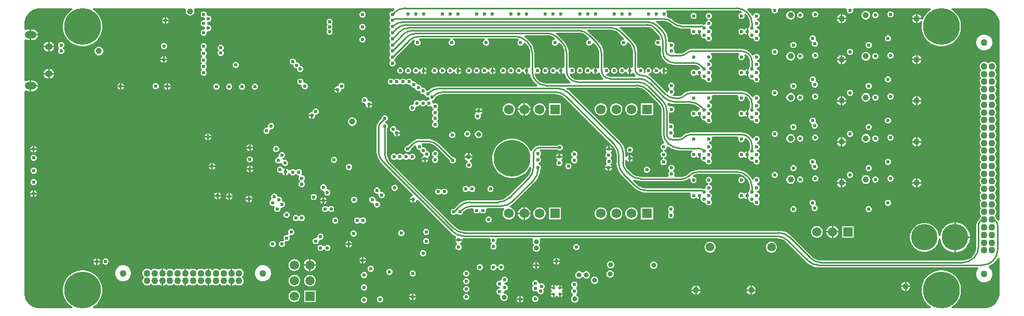
<source format=gbr>
%TF.GenerationSoftware,Altium Limited,Altium Designer,22.4.2 (48)*%
G04 Layer_Physical_Order=2*
G04 Layer_Color=6736896*
%FSLAX45Y45*%
%MOMM*%
%TF.SameCoordinates,DD45EC1B-027E-4741-A071-7A00BA1CB46E*%
%TF.FilePolarity,Positive*%
%TF.FileFunction,Copper,L2,Inr,Signal*%
%TF.Part,Single*%
G01*
G75*
%TA.AperFunction,Conductor*%
%ADD11C,0.25400*%
%TA.AperFunction,ComponentPad*%
%ADD77R,1.50000X1.50000*%
%ADD78C,4.30000*%
%ADD79C,1.10000*%
%ADD80C,1.59000*%
%ADD81R,1.59000X1.59000*%
%ADD82C,1.50000*%
%ADD83O,1.25000X1.05000*%
%ADD84O,1.90000X1.20000*%
%ADD85R,1.50000X1.50000*%
%TA.AperFunction,ViaPad*%
%ADD86C,0.60000*%
%ADD87C,1.00000*%
%ADD88C,0.80000*%
%ADD89C,0.50000*%
%ADD90C,6.00000*%
%ADD91C,1.40000*%
G36*
X16770090Y5940239D02*
X16816315Y5921092D01*
X16857915Y5893295D01*
X16893294Y5857915D01*
X16921092Y5816314D01*
X16940239Y5770089D01*
X16950000Y5721017D01*
Y5696000D01*
Y2493591D01*
X16924600Y2484969D01*
X16916077Y2496077D01*
X16900000Y2508413D01*
Y2509874D01*
X16894888Y2528949D01*
X16885014Y2546051D01*
X16872884Y2562500D01*
X16885014Y2578949D01*
X16894888Y2596051D01*
X16900000Y2615126D01*
Y2634874D01*
X16894888Y2653949D01*
X16885014Y2671051D01*
X16872884Y2687500D01*
X16885014Y2703949D01*
X16894888Y2721051D01*
X16900000Y2740126D01*
Y2759874D01*
X16894888Y2778949D01*
X16885014Y2796051D01*
X16872884Y2812500D01*
X16885014Y2828949D01*
X16894888Y2846051D01*
X16900000Y2865126D01*
Y2884874D01*
X16894888Y2903949D01*
X16885014Y2921051D01*
X16872884Y2937500D01*
X16885014Y2953949D01*
X16894888Y2971051D01*
X16900000Y2990126D01*
Y3009874D01*
X16894888Y3028949D01*
X16885014Y3046051D01*
X16872884Y3062500D01*
X16885014Y3078949D01*
X16894888Y3096051D01*
X16900000Y3115126D01*
Y3134874D01*
X16894888Y3153949D01*
X16885014Y3171051D01*
X16872884Y3187500D01*
X16885014Y3203949D01*
X16894888Y3221051D01*
X16900000Y3240126D01*
Y3259874D01*
X16894888Y3278949D01*
X16885014Y3296051D01*
X16872884Y3312500D01*
X16885014Y3328949D01*
X16894888Y3346051D01*
X16900000Y3365126D01*
Y3384874D01*
X16894888Y3403949D01*
X16885014Y3421051D01*
X16872884Y3437500D01*
X16885014Y3453949D01*
X16894888Y3471051D01*
X16900000Y3490126D01*
Y3509874D01*
X16894888Y3528949D01*
X16885014Y3546051D01*
X16872884Y3562500D01*
X16885014Y3578949D01*
X16894888Y3596051D01*
X16900000Y3615126D01*
Y3634874D01*
X16894888Y3653949D01*
X16885014Y3671051D01*
X16872884Y3687500D01*
X16885014Y3703949D01*
X16894888Y3721051D01*
X16900000Y3740126D01*
Y3759874D01*
X16894888Y3778949D01*
X16885014Y3796051D01*
X16872884Y3812500D01*
X16885014Y3828949D01*
X16894888Y3846051D01*
X16900000Y3865126D01*
Y3884874D01*
X16894888Y3903949D01*
X16885014Y3921051D01*
X16872884Y3937500D01*
X16885014Y3953949D01*
X16894888Y3971051D01*
X16900000Y3990126D01*
Y4009874D01*
X16894888Y4028949D01*
X16885014Y4046051D01*
X16872884Y4062500D01*
X16885014Y4078949D01*
X16894888Y4096051D01*
X16900000Y4115126D01*
Y4134874D01*
X16894888Y4153949D01*
X16885014Y4171051D01*
X16872884Y4187500D01*
X16885014Y4203949D01*
X16894888Y4221051D01*
X16900000Y4240126D01*
Y4259874D01*
X16894888Y4278949D01*
X16885014Y4296051D01*
X16872884Y4312500D01*
X16885014Y4328949D01*
X16894888Y4346051D01*
X16900000Y4365126D01*
Y4384874D01*
X16894888Y4403949D01*
X16885014Y4421051D01*
X16872884Y4437500D01*
X16885014Y4453949D01*
X16894888Y4471051D01*
X16900000Y4490126D01*
Y4509874D01*
X16894888Y4528949D01*
X16885014Y4546051D01*
X16872884Y4562500D01*
X16885014Y4578949D01*
X16894888Y4596051D01*
X16900000Y4615126D01*
Y4634874D01*
X16894888Y4653949D01*
X16885014Y4671051D01*
X16872884Y4687500D01*
X16885014Y4703949D01*
X16894888Y4721051D01*
X16900000Y4740126D01*
Y4759874D01*
X16894888Y4778949D01*
X16885014Y4796051D01*
X16872884Y4812500D01*
X16885014Y4828949D01*
X16894888Y4846051D01*
X16900000Y4865126D01*
Y4884874D01*
X16894888Y4903949D01*
X16885014Y4921051D01*
X16872884Y4937500D01*
X16885014Y4953949D01*
X16894888Y4971051D01*
X16900000Y4990126D01*
Y5009874D01*
X16894888Y5028949D01*
X16885014Y5046051D01*
X16871051Y5060015D01*
X16853949Y5069889D01*
X16834874Y5075000D01*
X16815126D01*
X16796051Y5069889D01*
X16778949Y5060015D01*
X16762500Y5047884D01*
X16746051Y5060015D01*
X16728949Y5069889D01*
X16709874Y5075000D01*
X16690126D01*
X16671051Y5069889D01*
X16653949Y5060015D01*
X16639986Y5046051D01*
X16630112Y5028949D01*
X16625000Y5009874D01*
Y4990126D01*
X16630112Y4971051D01*
X16639986Y4953949D01*
X16652116Y4937500D01*
X16639986Y4921051D01*
X16630112Y4903949D01*
X16625000Y4884874D01*
Y4865126D01*
X16630112Y4846051D01*
X16639986Y4828949D01*
X16652116Y4812500D01*
X16639986Y4796051D01*
X16630112Y4778949D01*
X16625000Y4759874D01*
Y4740126D01*
X16630112Y4721051D01*
X16639986Y4703949D01*
X16652116Y4687500D01*
X16639986Y4671051D01*
X16630112Y4653949D01*
X16625000Y4634874D01*
Y4615126D01*
X16630112Y4596051D01*
X16639986Y4578949D01*
X16652116Y4562500D01*
X16639986Y4546051D01*
X16630112Y4528949D01*
X16625000Y4509874D01*
Y4490126D01*
X16630112Y4471051D01*
X16639986Y4453949D01*
X16652116Y4437500D01*
X16639986Y4421051D01*
X16630112Y4403949D01*
X16625000Y4384874D01*
Y4365126D01*
X16630112Y4346051D01*
X16639986Y4328949D01*
X16652116Y4312500D01*
X16639986Y4296051D01*
X16630112Y4278949D01*
X16625000Y4259874D01*
Y4240126D01*
X16630112Y4221051D01*
X16639986Y4203949D01*
X16652116Y4187500D01*
X16639986Y4171051D01*
X16630112Y4153949D01*
X16625000Y4134874D01*
Y4115126D01*
X16630112Y4096051D01*
X16639986Y4078949D01*
X16652116Y4062500D01*
X16639986Y4046051D01*
X16630112Y4028949D01*
X16625000Y4009874D01*
Y3990126D01*
X16630112Y3971051D01*
X16639986Y3953949D01*
X16652116Y3937500D01*
X16639986Y3921051D01*
X16630112Y3903949D01*
X16625000Y3884874D01*
Y3865126D01*
X16630112Y3846051D01*
X16639986Y3828949D01*
X16652116Y3812500D01*
X16639986Y3796051D01*
X16630112Y3778949D01*
X16625000Y3759874D01*
Y3740126D01*
X16630112Y3721051D01*
X16639986Y3703949D01*
X16652116Y3687500D01*
X16639986Y3671051D01*
X16630112Y3653949D01*
X16625000Y3634874D01*
Y3615126D01*
X16630112Y3596051D01*
X16639986Y3578949D01*
X16652116Y3562500D01*
X16639986Y3546051D01*
X16630112Y3528949D01*
X16625000Y3509874D01*
Y3490126D01*
X16630112Y3471051D01*
X16639986Y3453949D01*
X16652116Y3437500D01*
X16639986Y3421051D01*
X16630112Y3403949D01*
X16625000Y3384874D01*
Y3365126D01*
X16630112Y3346051D01*
X16639986Y3328949D01*
X16652116Y3312500D01*
X16639986Y3296051D01*
X16630112Y3278949D01*
X16625000Y3259874D01*
Y3240126D01*
X16630112Y3221051D01*
X16639986Y3203949D01*
X16652116Y3187500D01*
X16639986Y3171051D01*
X16630112Y3153949D01*
X16625000Y3134874D01*
Y3115126D01*
X16630112Y3096051D01*
X16639986Y3078949D01*
X16652116Y3062500D01*
X16639986Y3046051D01*
X16630112Y3028949D01*
X16625000Y3009874D01*
Y2990126D01*
X16630112Y2971051D01*
X16639986Y2953949D01*
X16652116Y2937500D01*
X16639986Y2921051D01*
X16630112Y2903949D01*
X16625000Y2884874D01*
Y2865126D01*
X16630112Y2846051D01*
X16639986Y2828949D01*
X16652116Y2812500D01*
X16639986Y2796051D01*
X16630112Y2778949D01*
X16625000Y2759874D01*
Y2740126D01*
X16630112Y2721051D01*
X16639986Y2703949D01*
X16652116Y2687500D01*
X16639986Y2671051D01*
X16630112Y2653949D01*
X16625000Y2634874D01*
Y2615126D01*
X16630112Y2596051D01*
X16639986Y2578949D01*
X16652116Y2562500D01*
X16639986Y2546051D01*
X16630112Y2528949D01*
X16625000Y2509874D01*
Y2508413D01*
X16608923Y2496077D01*
X16588455Y2469401D01*
X16575587Y2438336D01*
X16571198Y2405000D01*
X16571660D01*
Y2054400D01*
X16571951Y2052937D01*
X16567847Y2011266D01*
X16555264Y1969791D01*
X16534834Y1931566D01*
X16507338Y1898062D01*
X16473834Y1870566D01*
X16435609Y1850135D01*
X16394135Y1837554D01*
X16352463Y1833449D01*
X16350999Y1833741D01*
X14057471D01*
X14056604Y1833780D01*
X14031734Y1835059D01*
Y1835059D01*
X14007001Y1836669D01*
X14002077Y1837154D01*
X13960600Y1849735D01*
X13922377Y1870166D01*
X13890009Y1896730D01*
X13889182Y1897970D01*
X13552969Y2234180D01*
X13553143Y2234354D01*
X13518829Y2263662D01*
X13480351Y2287241D01*
X13438660Y2304511D01*
X13394778Y2315046D01*
X13349789Y2318586D01*
Y2318341D01*
X8225210D01*
X8223747Y2318049D01*
X8182077Y2322154D01*
X8140601Y2334735D01*
X8102377Y2355166D01*
X8070009Y2381730D01*
X8069180Y2382970D01*
X7022970Y3429180D01*
X7021730Y3430009D01*
X6995167Y3462377D01*
X6974735Y3500601D01*
X6962154Y3542077D01*
X6958050Y3583747D01*
X6958341Y3585210D01*
Y3987630D01*
X6967388Y3996677D01*
X6975000Y4015054D01*
Y4034946D01*
X6967388Y4053323D01*
X6953323Y4067388D01*
X6934946Y4075000D01*
Y4100000D01*
X6953323Y4107612D01*
X6967388Y4121677D01*
X6975000Y4140054D01*
Y4159946D01*
X6967388Y4178323D01*
X6953323Y4192388D01*
X6934946Y4200000D01*
X6915054D01*
X6896677Y4192388D01*
X6882612Y4178323D01*
X6875000Y4159946D01*
Y4147151D01*
X6861812Y4133962D01*
X6843697Y4116157D01*
X6821509Y4089120D01*
X6805022Y4058275D01*
X6794869Y4024806D01*
X6791441Y3990000D01*
X6791660D01*
Y3620210D01*
X6791414D01*
X6794954Y3575222D01*
X6805489Y3531341D01*
X6822759Y3489649D01*
X6846338Y3451171D01*
X6875646Y3416856D01*
X6875820Y3417030D01*
X7382050Y2910800D01*
X7380879Y2901117D01*
X7373711Y2883217D01*
X7358619Y2876966D01*
X7343034Y2861381D01*
X7335296Y2842700D01*
X7390000D01*
Y2830000D01*
X7402700D01*
Y2775296D01*
X7421381Y2783034D01*
X7436966Y2798618D01*
X7443217Y2813711D01*
X7461117Y2820879D01*
X7470800Y2822050D01*
X8012030Y2280820D01*
X8011856Y2280646D01*
X8046171Y2251338D01*
X8077730Y2231999D01*
X8083608Y2210756D01*
X8083034Y2201381D01*
X8075296Y2182700D01*
X8192720D01*
X8204060Y2197291D01*
X8215210Y2196414D01*
Y2196660D01*
X8633573D01*
X8650544Y2171259D01*
X8650000Y2169946D01*
Y2150054D01*
X8657612Y2131677D01*
X8663002Y2126287D01*
X8668914Y2110000D01*
X8663002Y2093713D01*
X8657612Y2088323D01*
X8650000Y2069946D01*
Y2050054D01*
X8657612Y2031677D01*
X8671677Y2017612D01*
X8690055Y2010000D01*
X8709946D01*
X8728323Y2017612D01*
X8742388Y2031677D01*
X8750000Y2050054D01*
Y2069946D01*
X8742388Y2088323D01*
X8736998Y2093713D01*
X8731086Y2110000D01*
X8736998Y2126287D01*
X8742388Y2131677D01*
X8750000Y2150054D01*
Y2169946D01*
X8749456Y2171259D01*
X8766428Y2196660D01*
X9335886D01*
X9343321Y2183935D01*
X9348005Y2171260D01*
X9340000Y2151935D01*
Y2128065D01*
X9349134Y2106013D01*
X9365147Y2090000D01*
X9349134Y2073987D01*
X9340000Y2051935D01*
Y2028065D01*
X9349134Y2006013D01*
X9366013Y1989134D01*
X9388065Y1980000D01*
X9411935D01*
X9433987Y1989134D01*
X9450866Y2006013D01*
X9460000Y2028065D01*
Y2051935D01*
X9450866Y2073987D01*
X9434853Y2090000D01*
X9450866Y2106013D01*
X9460000Y2128065D01*
Y2151935D01*
X9451995Y2171260D01*
X9456679Y2183935D01*
X9464114Y2196660D01*
X13319789D01*
X13321252Y2196951D01*
X13362923Y2192847D01*
X13404399Y2180265D01*
X13442622Y2159834D01*
X13474991Y2133270D01*
X13475819Y2132030D01*
X13802029Y1805820D01*
X13801855Y1805646D01*
X13836171Y1776338D01*
X13874649Y1752759D01*
X13916341Y1735489D01*
X13960222Y1724954D01*
X14005209Y1721414D01*
Y1721659D01*
X16591891D01*
X16602412Y1696259D01*
X16595975Y1689822D01*
X16578859Y1660178D01*
X16570000Y1627115D01*
Y1592885D01*
X16578859Y1559822D01*
X16595975Y1530178D01*
X16620178Y1505974D01*
X16649821Y1488859D01*
X16682886Y1480000D01*
X16717114D01*
X16750179Y1488859D01*
X16779822Y1505974D01*
X16804025Y1530178D01*
X16821141Y1559822D01*
X16830000Y1592885D01*
Y1627115D01*
X16821141Y1660178D01*
X16804025Y1689822D01*
X16779822Y1714026D01*
X16775479Y1716533D01*
X16777332Y1744793D01*
X16796562Y1752759D01*
X16835039Y1776338D01*
X16869354Y1805646D01*
X16898662Y1839961D01*
X16922241Y1878438D01*
X16924600Y1884133D01*
X16950000Y1879080D01*
Y1304000D01*
Y1278983D01*
X16940239Y1229911D01*
X16921092Y1183686D01*
X16893294Y1142084D01*
X16857915Y1106705D01*
X16816315Y1078908D01*
X16770090Y1059761D01*
X16721017Y1050000D01*
X16172026D01*
X16165929Y1075400D01*
X16167715Y1076312D01*
X16208466Y1105918D01*
X16244083Y1141534D01*
X16273689Y1182284D01*
X16296556Y1227163D01*
X16312122Y1275067D01*
X16320000Y1324815D01*
Y1375185D01*
X16312122Y1424934D01*
X16296556Y1472838D01*
X16273689Y1517717D01*
X16244083Y1558466D01*
X16208466Y1594082D01*
X16167715Y1623689D01*
X16122836Y1646556D01*
X16074934Y1662121D01*
X16025185Y1670000D01*
X15974815D01*
X15925066Y1662121D01*
X15877164Y1646556D01*
X15832285Y1623689D01*
X15791534Y1594082D01*
X15755917Y1558466D01*
X15726311Y1517717D01*
X15703444Y1472838D01*
X15687878Y1424934D01*
X15680000Y1375185D01*
Y1324815D01*
X15687878Y1275067D01*
X15703444Y1227163D01*
X15726311Y1182284D01*
X15755917Y1141534D01*
X15791534Y1105918D01*
X15832285Y1076312D01*
X15834071Y1075400D01*
X15827974Y1050000D01*
X2172026D01*
X2165928Y1075400D01*
X2167717Y1076312D01*
X2208466Y1105918D01*
X2244082Y1141534D01*
X2273689Y1182284D01*
X2296556Y1227163D01*
X2312121Y1275067D01*
X2320000Y1324815D01*
Y1375185D01*
X2312121Y1424934D01*
X2296556Y1472838D01*
X2273689Y1517717D01*
X2244082Y1558466D01*
X2208466Y1594082D01*
X2167717Y1623689D01*
X2122838Y1646556D01*
X2074934Y1662121D01*
X2025185Y1670000D01*
X1974815D01*
X1925067Y1662121D01*
X1877163Y1646556D01*
X1832284Y1623689D01*
X1791534Y1594082D01*
X1755918Y1558466D01*
X1726312Y1517717D01*
X1703444Y1472838D01*
X1687880Y1424934D01*
X1680000Y1375185D01*
Y1324815D01*
X1687880Y1275067D01*
X1703444Y1227163D01*
X1726312Y1182284D01*
X1755918Y1141534D01*
X1791534Y1105918D01*
X1832284Y1076312D01*
X1834073Y1075400D01*
X1827974Y1050000D01*
X1278983D01*
X1229911Y1059761D01*
X1183686Y1078908D01*
X1142084Y1106705D01*
X1106705Y1142084D01*
X1078908Y1183686D01*
X1059761Y1229911D01*
X1050000Y1278983D01*
Y1304000D01*
Y2850000D01*
Y4592718D01*
X1062855Y4601620D01*
X1075400Y4606469D01*
X1092707Y4599300D01*
X1115001Y4596365D01*
X1137301D01*
Y4682502D01*
Y4768638D01*
X1115001D01*
X1092707Y4765703D01*
X1075400Y4758535D01*
X1062855Y4763383D01*
X1050000Y4772285D01*
Y5427718D01*
X1062857Y5436620D01*
X1075400Y5441469D01*
X1092707Y5434300D01*
X1115001Y5431365D01*
X1137301D01*
Y5517501D01*
Y5603638D01*
X1115001D01*
X1092707Y5600703D01*
X1075400Y5593534D01*
X1062857Y5598382D01*
X1050000Y5607284D01*
Y5721017D01*
X1059761Y5770089D01*
X1078908Y5816314D01*
X1106705Y5857915D01*
X1142084Y5893295D01*
X1183686Y5921092D01*
X1229911Y5940239D01*
X1278983Y5950000D01*
X1827974D01*
X1834073Y5924600D01*
X1832284Y5923688D01*
X1791534Y5894082D01*
X1755918Y5858466D01*
X1726312Y5817716D01*
X1703444Y5772837D01*
X1687880Y5724933D01*
X1680000Y5675184D01*
Y5624815D01*
X1687880Y5575066D01*
X1703444Y5527162D01*
X1726312Y5482283D01*
X1755918Y5441534D01*
X1791534Y5405918D01*
X1832284Y5376311D01*
X1877163Y5353444D01*
X1925067Y5337879D01*
X1974815Y5330000D01*
X2025185D01*
X2074934Y5337879D01*
X2122838Y5353444D01*
X2167717Y5376311D01*
X2208466Y5405918D01*
X2244082Y5441534D01*
X2273689Y5482283D01*
X2296556Y5527162D01*
X2312121Y5575066D01*
X2320000Y5624815D01*
Y5675184D01*
X2312121Y5724933D01*
X2296556Y5772837D01*
X2273689Y5817716D01*
X2244082Y5858466D01*
X2208466Y5894082D01*
X2167717Y5923688D01*
X2165928Y5924600D01*
X2172026Y5950000D01*
X3668709D01*
X3683310Y5929109D01*
X3684122Y5924600D01*
X3680000Y5909216D01*
Y5890784D01*
X3684771Y5872981D01*
X3693986Y5857019D01*
X3707019Y5843986D01*
X3722981Y5834770D01*
X3740784Y5830000D01*
X3759216D01*
X3777019Y5834770D01*
X3792981Y5843986D01*
X3806014Y5857019D01*
X3815230Y5872981D01*
X3820000Y5890784D01*
Y5909216D01*
X3815878Y5924600D01*
X3816690Y5929109D01*
X3831291Y5950000D01*
X7075903D01*
X7081415Y5924600D01*
X7052612Y5900000D01*
X7040054D01*
X7021677Y5892388D01*
X7007612Y5878323D01*
X7000000Y5859946D01*
Y5840054D01*
X7007612Y5821677D01*
X7013002Y5816287D01*
X7018914Y5800000D01*
X7013002Y5783713D01*
X7007612Y5778323D01*
X7000000Y5759946D01*
Y5740054D01*
X7007612Y5721677D01*
X7013002Y5716287D01*
X7018914Y5700000D01*
X7013002Y5683713D01*
X7007612Y5678323D01*
X7000000Y5659945D01*
Y5640054D01*
X7007612Y5621677D01*
X7013002Y5616287D01*
X7018914Y5600000D01*
X7013002Y5583712D01*
X7007612Y5578323D01*
X7000000Y5559946D01*
Y5540054D01*
X7007612Y5521677D01*
X7013002Y5516287D01*
X7018914Y5500000D01*
X7013002Y5483713D01*
X7007612Y5478323D01*
X7000000Y5459946D01*
Y5440054D01*
X7007612Y5421677D01*
X7013002Y5416287D01*
X7018914Y5400000D01*
X7013002Y5383713D01*
X7007612Y5378323D01*
X7000000Y5359946D01*
Y5340054D01*
X7007612Y5321677D01*
X7013002Y5316287D01*
X7018914Y5300000D01*
X7013002Y5283713D01*
X7007612Y5278323D01*
X7000000Y5259946D01*
Y5240054D01*
X7007612Y5221677D01*
X7013002Y5216288D01*
X7018914Y5200000D01*
X7013002Y5183713D01*
X7007612Y5178323D01*
X7000000Y5159946D01*
Y5140054D01*
X7007612Y5121677D01*
X7013002Y5116287D01*
X7018914Y5100000D01*
X7013002Y5083713D01*
X7007612Y5078323D01*
X7000000Y5059946D01*
Y5040054D01*
X7007612Y5021677D01*
X7021677Y5007612D01*
X7040054Y5000000D01*
X7059946D01*
X7078323Y5007612D01*
X7092388Y5021677D01*
X7100000Y5040054D01*
Y5059946D01*
X7092388Y5078323D01*
X7086998Y5083713D01*
X7081086Y5100000D01*
X7086998Y5116287D01*
X7092388Y5121677D01*
X7100000Y5140054D01*
Y5152849D01*
X7339181Y5392030D01*
X7340009Y5393270D01*
X7372377Y5419833D01*
X7403890Y5436678D01*
X7420599Y5418348D01*
X7421238Y5416948D01*
X7417612Y5413323D01*
X7410000Y5394946D01*
Y5375054D01*
X7417612Y5356677D01*
X7431677Y5342612D01*
X7450054Y5335000D01*
X7469946D01*
X7488323Y5342612D01*
X7502388Y5356677D01*
X7510000Y5375054D01*
Y5394946D01*
X7502388Y5413323D01*
X7488323Y5427388D01*
X7492896Y5452987D01*
X7495211Y5456659D01*
X7995972D01*
X8001024Y5431259D01*
X7991677Y5427388D01*
X7977612Y5413323D01*
X7970000Y5394946D01*
Y5375054D01*
X7977612Y5356677D01*
X7991677Y5342612D01*
X8010054Y5335000D01*
X8029946D01*
X8048323Y5342612D01*
X8062388Y5356677D01*
X8070000Y5375054D01*
Y5394946D01*
X8062388Y5413323D01*
X8048323Y5427388D01*
X8038976Y5431259D01*
X8044028Y5456659D01*
X8555971D01*
X8561024Y5431259D01*
X8551677Y5427388D01*
X8537612Y5413323D01*
X8530000Y5394946D01*
Y5375054D01*
X8537612Y5356677D01*
X8551677Y5342612D01*
X8570054Y5335000D01*
X8589945D01*
X8608323Y5342612D01*
X8622388Y5356677D01*
X8630000Y5375054D01*
Y5394946D01*
X8622388Y5413323D01*
X8608323Y5427388D01*
X8598976Y5431259D01*
X8604028Y5456659D01*
X9054790D01*
X9056253Y5456950D01*
X9097923Y5452846D01*
X9103027Y5451298D01*
X9106490Y5441727D01*
X9107644Y5423355D01*
X9097612Y5413323D01*
X9090000Y5394946D01*
Y5375054D01*
X9097612Y5356677D01*
X9111677Y5342612D01*
X9130054Y5335000D01*
X9149945D01*
X9168323Y5342612D01*
X9182388Y5356677D01*
X9190000Y5375054D01*
Y5376818D01*
X9196643Y5382285D01*
X9197526Y5382891D01*
X9215400Y5387450D01*
X9232030Y5370820D01*
X9233270Y5369991D01*
X9259833Y5337623D01*
X9280265Y5299399D01*
X9292846Y5257923D01*
X9296950Y5216253D01*
X9296659Y5214790D01*
Y4987608D01*
X9271378Y4976967D01*
X9252697Y4984705D01*
Y4930001D01*
Y4875297D01*
X9271379Y4883035D01*
X9273472Y4885129D01*
X9299928Y4875663D01*
X9301029Y4864482D01*
X9315764Y4815905D01*
X9339694Y4771137D01*
X9371897Y4731897D01*
X9411137Y4699694D01*
X9412923Y4698739D01*
X9406561Y4673339D01*
X7820208D01*
Y4673585D01*
X7775220Y4670044D01*
X7731339Y4659509D01*
X7689647Y4642239D01*
X7651169Y4618660D01*
X7629321Y4600000D01*
X7615055D01*
X7596001Y4619601D01*
X7592388Y4628323D01*
X7578323Y4642388D01*
X7559946Y4650000D01*
X7540054D01*
X7539950Y4649957D01*
X7525000Y4659946D01*
X7517388Y4678323D01*
X7503323Y4692388D01*
X7484946Y4700000D01*
X7465055D01*
X7446001Y4719601D01*
X7442388Y4728323D01*
X7428323Y4742388D01*
X7409946Y4750000D01*
X7390054D01*
X7389950Y4749956D01*
X7375000Y4759946D01*
X7367388Y4778323D01*
X7353323Y4792388D01*
X7334946Y4800000D01*
X7315054D01*
X7296677Y4792388D01*
X7291287Y4786998D01*
X7275000Y4781086D01*
X7258713Y4786998D01*
X7253323Y4792388D01*
X7234946Y4800000D01*
X7215054D01*
X7196677Y4792388D01*
X7191287Y4786998D01*
X7175000Y4781086D01*
X7158713Y4786998D01*
X7153323Y4792388D01*
X7134946Y4800000D01*
X7115054D01*
X7096677Y4792388D01*
X7091287Y4786998D01*
X7075000Y4781086D01*
X7058713Y4786998D01*
X7053323Y4792388D01*
X7034946Y4800000D01*
X7015054D01*
X6996677Y4792388D01*
X6982612Y4778323D01*
X6975000Y4759946D01*
Y4740054D01*
X6982612Y4721677D01*
X6996677Y4707612D01*
X7015054Y4700000D01*
X7034946D01*
X7053323Y4707612D01*
X7058713Y4713002D01*
X7075000Y4718914D01*
X7091287Y4713002D01*
X7096677Y4707612D01*
X7115054Y4700000D01*
X7134946D01*
X7153323Y4707612D01*
X7158713Y4713002D01*
X7175000Y4718914D01*
X7191287Y4713002D01*
X7196677Y4707612D01*
X7215054Y4700000D01*
X7234946D01*
X7253323Y4707612D01*
X7258713Y4713002D01*
X7275000Y4718914D01*
X7291287Y4713002D01*
X7296677Y4707612D01*
X7315054Y4700000D01*
X7334946D01*
X7335050Y4700043D01*
X7350000Y4690054D01*
X7357612Y4671677D01*
X7371677Y4657612D01*
X7390054Y4650000D01*
X7409945D01*
X7428999Y4630399D01*
X7432612Y4621677D01*
X7446677Y4607612D01*
X7465054Y4600000D01*
X7484946D01*
X7485050Y4600043D01*
X7500000Y4590054D01*
X7507612Y4571677D01*
X7521677Y4557612D01*
X7540054Y4550000D01*
X7559945D01*
X7578999Y4530399D01*
X7582612Y4521677D01*
X7596677Y4507612D01*
X7615054Y4500000D01*
X7634945D01*
X7653999Y4480399D01*
X7656070Y4475400D01*
X7650156Y4460331D01*
X7643368Y4450000D01*
X7640054D01*
X7621677Y4442388D01*
X7616287Y4436998D01*
X7600000Y4431086D01*
X7583713Y4436998D01*
X7578323Y4442388D01*
X7559946Y4450000D01*
X7540054D01*
X7521677Y4442388D01*
X7516287Y4436998D01*
X7500000Y4431086D01*
X7483712Y4436998D01*
X7478323Y4442388D01*
X7459946Y4450000D01*
X7440054D01*
X7421677Y4442388D01*
X7407612Y4428323D01*
X7400000Y4409946D01*
Y4396257D01*
X7391187Y4383813D01*
X7378743Y4375000D01*
X7365054D01*
X7346677Y4367388D01*
X7332612Y4353323D01*
X7325000Y4334946D01*
Y4315054D01*
X7332612Y4296677D01*
X7346677Y4282612D01*
X7365054Y4275000D01*
X7384946D01*
X7403323Y4282612D01*
X7417388Y4296677D01*
X7425000Y4315054D01*
Y4328743D01*
X7433813Y4341187D01*
X7446257Y4350000D01*
X7459946D01*
X7478323Y4357612D01*
X7483712Y4363002D01*
X7500000Y4368914D01*
X7516287Y4363002D01*
X7521677Y4357612D01*
X7540054Y4350000D01*
X7559946D01*
X7578323Y4357612D01*
X7583713Y4363002D01*
X7600000Y4368914D01*
X7616287Y4363002D01*
X7621677Y4357612D01*
X7640054Y4350000D01*
X7659946D01*
X7674600Y4356070D01*
X7689669Y4350157D01*
X7700000Y4343368D01*
Y4340054D01*
X7707612Y4321677D01*
X7713002Y4316287D01*
X7718914Y4300000D01*
X7713002Y4283713D01*
X7707612Y4278323D01*
X7700000Y4259946D01*
Y4240054D01*
X7707612Y4221677D01*
X7713002Y4216287D01*
X7718914Y4200000D01*
X7713002Y4183712D01*
X7707612Y4178323D01*
X7700000Y4159946D01*
Y4140054D01*
X7707612Y4121677D01*
X7713002Y4116287D01*
X7718914Y4100000D01*
X7713002Y4083713D01*
X7707612Y4078323D01*
X7700000Y4059946D01*
Y4040054D01*
X7707612Y4021677D01*
X7721677Y4007612D01*
X7740054Y4000000D01*
X7759946D01*
X7778323Y4007612D01*
X7792388Y4021677D01*
X7800000Y4040054D01*
Y4059946D01*
X7792388Y4078323D01*
X7786998Y4083713D01*
X7781086Y4100000D01*
X7786998Y4116287D01*
X7792388Y4121677D01*
X7800000Y4140054D01*
Y4159946D01*
X7792388Y4178323D01*
X7786998Y4183712D01*
X7781086Y4200000D01*
X7786998Y4216287D01*
X7792388Y4221677D01*
X7800000Y4240054D01*
Y4259946D01*
X7792388Y4278323D01*
X7786998Y4283713D01*
X7781086Y4300000D01*
X7786998Y4316287D01*
X7792388Y4321677D01*
X7800000Y4340054D01*
Y4359946D01*
X7792388Y4378323D01*
X7778323Y4392388D01*
X7759946Y4400000D01*
X7740054D01*
X7725400Y4393930D01*
X7710331Y4399843D01*
X7700000Y4406632D01*
Y4409946D01*
X7693930Y4424600D01*
X7699844Y4439669D01*
X7706632Y4450000D01*
X7709946D01*
X7728323Y4457612D01*
X7742388Y4471677D01*
X7750000Y4490054D01*
Y4500124D01*
X7764875Y4512331D01*
X7803099Y4532763D01*
X7844575Y4545344D01*
X7886245Y4549448D01*
X7887708Y4549157D01*
X9703939D01*
X9705402Y4549448D01*
X9747072Y4545344D01*
X9788548Y4532763D01*
X9826773Y4512331D01*
X9859140Y4485768D01*
X9859969Y4484528D01*
X10642030Y3702467D01*
X10643270Y3701638D01*
X10669834Y3669270D01*
X10690265Y3631046D01*
X10702847Y3589570D01*
X10706951Y3547900D01*
X10706660Y3546437D01*
Y3425210D01*
X10706414D01*
X10709954Y3380222D01*
X10720489Y3336341D01*
X10737759Y3294649D01*
X10761338Y3256171D01*
X10790646Y3221856D01*
X10790820Y3222030D01*
X10987030Y3025819D01*
X10986856Y3025645D01*
X11021172Y2996338D01*
X11059649Y2972759D01*
X11101342Y2955489D01*
X11145222Y2944954D01*
X11190211Y2941413D01*
Y2941659D01*
X11905026D01*
X11912992Y2926888D01*
X11916756Y2916259D01*
X11909999Y2899946D01*
Y2880054D01*
X11917611Y2861677D01*
X11931676Y2847612D01*
X11950053Y2840000D01*
X11969945D01*
X11988322Y2847612D01*
X11989587Y2848877D01*
X12009558Y2857175D01*
X12022774Y2848878D01*
X12028618Y2843034D01*
X12047299Y2835296D01*
Y2890000D01*
X12072699D01*
Y2832498D01*
X12087530Y2813946D01*
X12092612Y2801677D01*
X12106677Y2787612D01*
X12125054Y2780000D01*
X12144945D01*
X12162416Y2764222D01*
X12167612Y2751678D01*
X12181677Y2737612D01*
X12200054Y2730000D01*
X12219946D01*
X12238323Y2737612D01*
X12252388Y2751678D01*
X12260000Y2770055D01*
Y2789946D01*
X12252388Y2808323D01*
X12239927Y2820784D01*
X12239077Y2834997D01*
X12239926Y2849217D01*
X12252387Y2861677D01*
X12259999Y2880054D01*
Y2899946D01*
X12252387Y2918323D01*
X12238322Y2932388D01*
X12219945Y2940000D01*
X12210201Y2957114D01*
X12216410Y2970000D01*
X12219945D01*
X12238322Y2977612D01*
X12252387Y2991677D01*
X12259999Y3010054D01*
Y3029946D01*
X12252387Y3048323D01*
X12238322Y3062388D01*
X12224647Y3068052D01*
X12219945Y3070000D01*
Y3095000D01*
X12224647Y3096948D01*
X12238322Y3102612D01*
X12252387Y3116677D01*
X12259999Y3135054D01*
Y3154946D01*
X12252387Y3173323D01*
X12238322Y3187388D01*
X12219945Y3195000D01*
X12200053D01*
X12181676Y3187388D01*
X12167611Y3173323D01*
X12159999Y3154946D01*
Y3135054D01*
X12167611Y3116677D01*
X12181676Y3102612D01*
X12195351Y3096948D01*
X12200053Y3095000D01*
Y3070000D01*
X12195351Y3068053D01*
X12181676Y3062388D01*
X12167611Y3048323D01*
X12159999Y3029946D01*
Y3021257D01*
X12148579Y3005133D01*
X12136671Y3000000D01*
X12125053D01*
X12120885Y2998273D01*
X12105463Y3004661D01*
X12074644Y3008719D01*
Y3008340D01*
X11190211D01*
X11188747Y3008049D01*
X11147077Y3012153D01*
X11105601Y3024735D01*
X11067377Y3045166D01*
X11035010Y3071729D01*
X11034181Y3072970D01*
X10973466Y3133685D01*
X10987854Y3155218D01*
X11011341Y3145489D01*
X11055222Y3134954D01*
X11100210Y3131414D01*
Y3131659D01*
X11778432D01*
Y3131481D01*
X11811614Y3134749D01*
X11843521Y3144428D01*
X11872927Y3160146D01*
X11890703Y3174734D01*
X11911735Y3159136D01*
X11909999Y3154946D01*
Y3135054D01*
X11917611Y3116677D01*
X11931676Y3102612D01*
X11950053Y3095000D01*
X11969945D01*
X11988322Y3102612D01*
X12002387Y3116677D01*
X12009999Y3135054D01*
Y3154946D01*
X12002387Y3173323D01*
X11988322Y3187388D01*
X11969945Y3195000D01*
X11958508D01*
X11952146Y3220400D01*
X11970601Y3230265D01*
X12012077Y3242846D01*
X12053748Y3246951D01*
X12055211Y3246659D01*
X12660998D01*
X12662461Y3246951D01*
X12704132Y3242846D01*
X12745607Y3230265D01*
X12783832Y3209834D01*
X12817336Y3182338D01*
X12844832Y3148834D01*
X12865263Y3110609D01*
X12877844Y3069134D01*
X12881949Y3027463D01*
X12881657Y3026000D01*
Y2987370D01*
X12872610Y2978323D01*
X12867528Y2966054D01*
X12852698Y2947502D01*
Y2890000D01*
Y2832498D01*
X12867529Y2813946D01*
X12872610Y2801677D01*
X12886676Y2787612D01*
X12905054Y2780000D01*
X12924944D01*
X12942415Y2764222D01*
X12947610Y2751678D01*
X12961676Y2737612D01*
X12980054Y2730000D01*
X12999945D01*
X13018323Y2737612D01*
X13032387Y2751678D01*
X13039999Y2770055D01*
Y2789946D01*
X13032387Y2808323D01*
X13019926Y2820784D01*
X13019077Y2834997D01*
X13019925Y2849217D01*
X13032385Y2861677D01*
X13039998Y2880054D01*
Y2899946D01*
X13032385Y2918323D01*
X13018321Y2932388D01*
X12999944Y2940000D01*
X12990199Y2957114D01*
X12996410Y2970000D01*
X12999944D01*
X13018321Y2977612D01*
X13032385Y2991677D01*
X13039998Y3010054D01*
Y3029946D01*
X13032385Y3048323D01*
X13018321Y3062388D01*
X12999944Y3070000D01*
Y3095000D01*
X13018321Y3102612D01*
X13032385Y3116677D01*
X13039998Y3135054D01*
Y3154946D01*
X13032385Y3173323D01*
X13018321Y3187388D01*
X12999944Y3195000D01*
X12980052D01*
X12961674Y3187388D01*
X12947610Y3173323D01*
X12942700Y3161468D01*
X12922501Y3157576D01*
X12922139Y3157584D01*
X12916063Y3158482D01*
X12893660Y3195039D01*
X12864352Y3229354D01*
X12830037Y3258662D01*
X12791560Y3282241D01*
X12749867Y3299511D01*
X12705987Y3310046D01*
X12660998Y3313586D01*
Y3313341D01*
X12055211D01*
Y3313586D01*
X12010222Y3310046D01*
X11966342Y3299511D01*
X11924649Y3282241D01*
X11886172Y3258662D01*
X11851856Y3229354D01*
X11851856Y3229355D01*
X11832823Y3213982D01*
X11830173Y3211949D01*
X11805215Y3201611D01*
X11779206Y3198187D01*
X11778432Y3198341D01*
X11659972D01*
X11654616Y3203927D01*
X11645314Y3223741D01*
X11650000Y3235054D01*
Y3254946D01*
X11642388Y3273323D01*
X11636998Y3278713D01*
X11631086Y3295000D01*
X11636998Y3311288D01*
X11642388Y3316677D01*
X11650000Y3335055D01*
Y3354946D01*
X11642388Y3373323D01*
X11628323Y3387388D01*
X11609946Y3395000D01*
X11590054D01*
X11571677Y3387388D01*
X11557612Y3373323D01*
X11550000Y3354946D01*
Y3335055D01*
X11557612Y3316677D01*
X11563002Y3311288D01*
X11568914Y3295000D01*
X11563002Y3278713D01*
X11557612Y3273323D01*
X11550000Y3254946D01*
Y3235054D01*
X11554686Y3223741D01*
X11545384Y3203927D01*
X11540027Y3198341D01*
X11100210D01*
X11098747Y3198049D01*
X11057077Y3202154D01*
X11015601Y3214735D01*
X10977377Y3235167D01*
X10945009Y3261730D01*
X10944181Y3262970D01*
X10888575Y3318575D01*
X10888249Y3318793D01*
X10869273Y3341915D01*
X10854991Y3368636D01*
X10846195Y3397629D01*
X10843264Y3427396D01*
X10843341Y3427782D01*
Y3473932D01*
X10868741Y3478984D01*
X10873034Y3468619D01*
X10888619Y3453034D01*
X10907300Y3445296D01*
Y3500000D01*
Y3554704D01*
X10888619Y3546966D01*
X10873034Y3531382D01*
X10868741Y3521016D01*
X10843341Y3526068D01*
Y3602218D01*
X10843767D01*
X10839510Y3645440D01*
X10826902Y3687001D01*
X10806429Y3725304D01*
X10778877Y3758877D01*
X10778576Y3758575D01*
X10778575Y3758576D01*
X9947972Y4589179D01*
X9948146Y4589353D01*
X9913831Y4618660D01*
X9893271Y4631259D01*
X9900434Y4656659D01*
X11034079D01*
X11035542Y4656951D01*
X11077213Y4652846D01*
X11118688Y4640265D01*
X11156913Y4619834D01*
X11189280Y4593270D01*
X11190109Y4592030D01*
X11268569Y4513570D01*
X11268569Y4513570D01*
X11391284Y4390854D01*
X11391992Y4390380D01*
X11413059Y4364710D01*
X11428848Y4335172D01*
X11430410Y4330020D01*
X11436774Y4307256D01*
D01*
X11440228Y4283286D01*
X11440305Y4282751D01*
X11441950Y4266042D01*
X11441659Y4264579D01*
Y3900000D01*
X11441149D01*
X11445742Y3853362D01*
X11459346Y3808516D01*
X11481438Y3767186D01*
X11484958Y3762896D01*
X11472940Y3737501D01*
X11465054D01*
X11446677Y3729889D01*
X11432612Y3715824D01*
X11425000Y3697447D01*
Y3677556D01*
X11432612Y3659179D01*
X11446677Y3645113D01*
X11460352Y3639449D01*
X11465054Y3637501D01*
Y3612498D01*
X11460352Y3610550D01*
X11446677Y3604886D01*
X11432612Y3590821D01*
X11425000Y3572443D01*
Y3552552D01*
X11432612Y3534175D01*
X11446677Y3520110D01*
X11460352Y3514446D01*
X11465054Y3512498D01*
Y3487500D01*
X11460352Y3485552D01*
X11446677Y3479887D01*
X11432612Y3465822D01*
X11425000Y3447445D01*
Y3427554D01*
X11432612Y3409177D01*
X11446677Y3395111D01*
X11465054Y3387499D01*
X11484946D01*
X11503323Y3395111D01*
X11517388Y3409177D01*
X11525000Y3427554D01*
Y3447445D01*
X11517388Y3465822D01*
X11503323Y3479887D01*
X11489648Y3485552D01*
X11484946Y3487500D01*
Y3512498D01*
X11489648Y3514445D01*
X11503323Y3520110D01*
X11517388Y3534175D01*
X11525000Y3552552D01*
Y3572443D01*
X11517388Y3590821D01*
X11503323Y3604886D01*
X11489648Y3610550D01*
X11484946Y3612498D01*
Y3637501D01*
X11489648Y3639449D01*
X11503323Y3645113D01*
X11517388Y3659179D01*
X11525000Y3677556D01*
Y3683828D01*
X11550400Y3695537D01*
X11561171Y3686338D01*
X11599649Y3662759D01*
X11641341Y3645489D01*
X11685222Y3634954D01*
X11730210Y3631414D01*
Y3631659D01*
X11935971D01*
X11941023Y3606259D01*
X11931676Y3602388D01*
X11917611Y3588323D01*
X11909999Y3569946D01*
Y3550054D01*
X11917611Y3531677D01*
X11931676Y3517612D01*
X11950053Y3510000D01*
X11969945D01*
X11988322Y3517612D01*
X11989587Y3518877D01*
X12009558Y3527175D01*
X12022774Y3518878D01*
X12028618Y3513034D01*
X12047299Y3505296D01*
Y3560000D01*
X12072699D01*
Y3502498D01*
X12087530Y3483946D01*
X12092612Y3471677D01*
X12106677Y3457612D01*
X12125054Y3450000D01*
X12144945D01*
X12162416Y3434222D01*
X12167612Y3421677D01*
X12181677Y3407612D01*
X12200054Y3400000D01*
X12219946D01*
X12238323Y3407612D01*
X12252388Y3421677D01*
X12260000Y3440055D01*
Y3459946D01*
X12252388Y3478323D01*
X12239927Y3490784D01*
X12239077Y3504997D01*
X12239926Y3519217D01*
X12252387Y3531677D01*
X12259999Y3550054D01*
Y3569946D01*
X12252387Y3588323D01*
X12238322Y3602388D01*
X12219945Y3610000D01*
X12210201Y3627114D01*
X12216410Y3640000D01*
X12219945D01*
X12238322Y3647612D01*
X12252387Y3661677D01*
X12259999Y3680054D01*
Y3699946D01*
X12252387Y3718323D01*
X12238322Y3732388D01*
X12219945Y3740000D01*
Y3765000D01*
X12238322Y3772612D01*
X12252387Y3786677D01*
X12259999Y3805054D01*
Y3824946D01*
X12257384Y3831259D01*
X12272237Y3856660D01*
X12677760D01*
X12692613Y3831259D01*
X12689998Y3824946D01*
Y3805054D01*
X12697610Y3786677D01*
X12711675Y3772612D01*
X12730052Y3765000D01*
X12749944D01*
X12768321Y3772612D01*
X12782386Y3786677D01*
X12789998Y3805054D01*
Y3817788D01*
X12800517Y3828941D01*
X12813464Y3833858D01*
X12839149Y3814151D01*
X12862555Y3783646D01*
X12877269Y3748123D01*
X12882037Y3711910D01*
X12881657Y3710002D01*
Y3657370D01*
X12872610Y3648323D01*
X12867528Y3636054D01*
X12852698Y3617502D01*
Y3560000D01*
Y3502498D01*
X12867529Y3483946D01*
X12872610Y3471677D01*
X12886676Y3457612D01*
X12905054Y3450000D01*
X12924944D01*
X12942415Y3434222D01*
X12947610Y3421677D01*
X12961676Y3407612D01*
X12980054Y3400000D01*
X12999945D01*
X13018323Y3407612D01*
X13032387Y3421677D01*
X13039999Y3440055D01*
Y3459946D01*
X13032387Y3478323D01*
X13019926Y3490784D01*
X13019077Y3504997D01*
X13019925Y3519217D01*
X13032385Y3531677D01*
X13039998Y3550054D01*
Y3569946D01*
X13032385Y3588323D01*
X13018321Y3602388D01*
X12999944Y3610000D01*
X12990199Y3627114D01*
X12996410Y3640000D01*
X12999944D01*
X13018321Y3647612D01*
X13032385Y3661677D01*
X13039998Y3680054D01*
Y3699946D01*
X13032385Y3718323D01*
X13018321Y3732388D01*
X12999944Y3740000D01*
Y3765000D01*
X13018321Y3772612D01*
X13032385Y3786677D01*
X13039998Y3805054D01*
Y3824946D01*
X13032385Y3843323D01*
X13018321Y3857388D01*
X12999944Y3865000D01*
X12980052D01*
X12961674Y3857388D01*
X12947610Y3843323D01*
X12941544Y3828677D01*
X12928610Y3825012D01*
X12914659Y3825092D01*
X12912708Y3828742D01*
X12886128Y3861130D01*
X12853740Y3887710D01*
X12816789Y3907460D01*
X12776696Y3919623D01*
X12735000Y3923729D01*
Y3923341D01*
X11925711D01*
Y3923684D01*
X11885836Y3919757D01*
X11847492Y3908126D01*
X11812155Y3889238D01*
X11781182Y3863818D01*
X11781182Y3863819D01*
X11761892Y3849067D01*
X11742830Y3841171D01*
X11720832Y3838275D01*
X11720503Y3838341D01*
X11627205D01*
X11621205Y3844242D01*
X11623064Y3869142D01*
X11625932Y3875222D01*
X11637388Y3886677D01*
X11645000Y3905054D01*
Y3924946D01*
X11637388Y3943323D01*
X11631998Y3948713D01*
X11626086Y3965000D01*
X11631998Y3981287D01*
X11637388Y3986677D01*
X11645000Y4005054D01*
Y4024946D01*
X11637388Y4043323D01*
X11623323Y4057388D01*
X11604946Y4065000D01*
X11585054D01*
X11583741Y4064456D01*
X11558341Y4081428D01*
Y4237737D01*
X11558369Y4237780D01*
X11583741Y4252617D01*
X11590054Y4250001D01*
X11609946D01*
X11628323Y4257613D01*
X11642388Y4271679D01*
X11650000Y4290056D01*
Y4309947D01*
X11642388Y4328324D01*
X11628323Y4342389D01*
X11609946Y4350001D01*
X11590054D01*
X11574280Y4343467D01*
X11569072Y4343424D01*
X11545966Y4352599D01*
X11544511Y4358659D01*
X11531785Y4389381D01*
X11551226Y4408821D01*
X11571341Y4400489D01*
X11615222Y4389954D01*
X11660210Y4386414D01*
Y4386660D01*
X11899789D01*
X11901252Y4386951D01*
X11942922Y4382846D01*
X11984398Y4370265D01*
X12022622Y4349834D01*
X12054990Y4323270D01*
X12055819Y4322030D01*
X12067049Y4310800D01*
X12056528Y4285400D01*
X12048979D01*
X12028618Y4276966D01*
X12022774Y4271122D01*
X12009558Y4262825D01*
X11989587Y4271123D01*
X11988322Y4272388D01*
X11969945Y4280000D01*
X11950053D01*
X11931676Y4272388D01*
X11917611Y4258323D01*
X11909999Y4239946D01*
Y4220054D01*
X11917611Y4201677D01*
X11931676Y4187612D01*
X11950053Y4180000D01*
X11969945D01*
X11988322Y4187612D01*
X11989587Y4188877D01*
X12009558Y4197175D01*
X12022774Y4188878D01*
X12028618Y4183034D01*
X12047299Y4175296D01*
Y4230000D01*
X12072699D01*
Y4172498D01*
X12087530Y4153946D01*
X12092612Y4141677D01*
X12106677Y4127612D01*
X12125054Y4120000D01*
X12144945D01*
X12162416Y4104222D01*
X12167612Y4091677D01*
X12181677Y4077612D01*
X12200054Y4070000D01*
X12219946D01*
X12238323Y4077612D01*
X12252388Y4091677D01*
X12260000Y4110055D01*
Y4129946D01*
X12252388Y4148323D01*
X12239927Y4160784D01*
X12239077Y4174997D01*
X12239926Y4189217D01*
X12252387Y4201677D01*
X12259999Y4220054D01*
Y4239946D01*
X12252387Y4258323D01*
X12238322Y4272388D01*
X12219945Y4280000D01*
X12210201Y4297114D01*
X12216410Y4310000D01*
X12219945D01*
X12238322Y4317612D01*
X12252387Y4331677D01*
X12259999Y4350054D01*
Y4369946D01*
X12252387Y4388323D01*
X12238322Y4402388D01*
X12219945Y4410000D01*
Y4435000D01*
X12238322Y4442612D01*
X12252387Y4456677D01*
X12259999Y4475054D01*
Y4494946D01*
X12255313Y4506259D01*
X12264615Y4526073D01*
X12269971Y4531659D01*
X12680025D01*
X12685382Y4526073D01*
X12694684Y4506259D01*
X12689998Y4494946D01*
Y4475054D01*
X12697610Y4456677D01*
X12711675Y4442612D01*
X12730052Y4435000D01*
X12749944D01*
X12768321Y4442612D01*
X12782386Y4456677D01*
X12789998Y4475054D01*
Y4494945D01*
X12809688Y4513784D01*
X12811122Y4513190D01*
X12840582Y4490584D01*
X12863188Y4461124D01*
X12877399Y4426818D01*
X12882011Y4391779D01*
X12881657Y4390002D01*
Y4327370D01*
X12872610Y4318323D01*
X12867528Y4306054D01*
X12852698Y4287502D01*
Y4230000D01*
Y4172498D01*
X12867529Y4153946D01*
X12872610Y4141677D01*
X12886676Y4127612D01*
X12905054Y4120000D01*
X12924944D01*
X12942415Y4104222D01*
X12947610Y4091677D01*
X12961676Y4077612D01*
X12980054Y4070000D01*
X12999945D01*
X13018323Y4077612D01*
X13032387Y4091677D01*
X13039999Y4110055D01*
Y4129946D01*
X13032387Y4148323D01*
X13019926Y4160784D01*
X13019077Y4174997D01*
X13019925Y4189217D01*
X13032385Y4201677D01*
X13039998Y4220054D01*
Y4239946D01*
X13032385Y4258323D01*
X13018321Y4272388D01*
X12999944Y4280000D01*
X12990199Y4297114D01*
X12996410Y4310000D01*
X12999944D01*
X13018321Y4317612D01*
X13032385Y4331677D01*
X13039998Y4350054D01*
Y4369946D01*
X13032385Y4388323D01*
X13018321Y4402388D01*
X12999944Y4410000D01*
Y4435000D01*
X13018321Y4442612D01*
X13032385Y4456677D01*
X13039998Y4475054D01*
Y4494946D01*
X13032385Y4513323D01*
X13018321Y4527388D01*
X12999944Y4535000D01*
X12980052D01*
X12961674Y4527388D01*
X12947610Y4513323D01*
X12943585Y4503605D01*
X12916531Y4500336D01*
X12913530Y4505951D01*
X12887575Y4537577D01*
X12855949Y4563532D01*
X12819867Y4582818D01*
X12780716Y4594695D01*
X12740000Y4598705D01*
Y4598341D01*
X11925710D01*
Y4598684D01*
X11885835Y4594757D01*
X11847492Y4583126D01*
X11812155Y4564238D01*
X11781182Y4538818D01*
X11781182Y4538819D01*
X11761892Y4524067D01*
X11742829Y4516171D01*
X11720831Y4513275D01*
X11720502Y4513340D01*
X11670000D01*
X11668741Y4513090D01*
X11632129Y4516696D01*
X11629201Y4520317D01*
X11628820Y4529996D01*
X11629250Y4543539D01*
X11642388Y4556677D01*
X11650000Y4575054D01*
Y4594946D01*
X11642388Y4613323D01*
X11636998Y4618713D01*
X11631086Y4635000D01*
X11636998Y4651287D01*
X11642388Y4656677D01*
X11650000Y4675054D01*
Y4694946D01*
X11642388Y4713323D01*
X11628323Y4727388D01*
X11609946Y4735000D01*
X11590054D01*
X11571677Y4727388D01*
X11557612Y4713323D01*
X11550000Y4694946D01*
Y4675054D01*
X11557612Y4656677D01*
X11563002Y4651287D01*
X11568914Y4635000D01*
X11563002Y4618713D01*
X11557612Y4613323D01*
X11550000Y4594946D01*
Y4584393D01*
X11526558Y4571161D01*
X11522865Y4574286D01*
X11505268Y4591883D01*
X11282215Y4814936D01*
X11282617Y4815338D01*
X11244553Y4846577D01*
X11229540Y4854601D01*
X11235903Y4880001D01*
X11235942D01*
X11254320Y4887613D01*
X11268385Y4901678D01*
X11275997Y4920055D01*
Y4939947D01*
X11268385Y4958324D01*
X11254320Y4972389D01*
X11235942Y4980001D01*
X11216051D01*
X11197674Y4972389D01*
X11183609Y4958324D01*
X11175997Y4939947D01*
Y4920055D01*
X11176720Y4918310D01*
X11172715Y4905470D01*
X11160044Y4892194D01*
X11159935Y4892203D01*
X11154155Y4901331D01*
X11148435Y4918699D01*
X11148997Y4920055D01*
Y4939947D01*
X11141385Y4958324D01*
X11127320Y4972389D01*
X11108942Y4980001D01*
X11089051D01*
X11070674Y4972389D01*
X11068741Y4970456D01*
X11043341Y4980977D01*
Y5221294D01*
X11043586D01*
X11040046Y5266283D01*
X11029511Y5310163D01*
X11012241Y5351856D01*
X10988662Y5390333D01*
X10959355Y5424649D01*
X10959181Y5424475D01*
X10842582Y5541073D01*
X10842582Y5541073D01*
X10795719Y5587936D01*
X10795719Y5588180D01*
X10795719Y5588180D01*
X10764256Y5615052D01*
X10754781Y5620858D01*
X10761945Y5646258D01*
X11179290D01*
X11204342Y5645418D01*
X11205539Y5644922D01*
X11227132Y5642970D01*
X11250915Y5639067D01*
D01*
X11271725Y5627985D01*
X11277625Y5624832D01*
X11292167Y5612897D01*
X11310946Y5596911D01*
X11310961Y5596887D01*
X11315603Y5592246D01*
X11315820Y5592028D01*
X11315821Y5592028D01*
X11328901Y5578948D01*
X11372785Y5535064D01*
X11373519Y5534574D01*
X11395874Y5507334D01*
X11412896Y5475489D01*
X11421382Y5447515D01*
X11406992Y5434533D01*
X11398800Y5431332D01*
X11389945Y5435000D01*
X11370054D01*
X11351677Y5427388D01*
X11337611Y5413323D01*
X11329999Y5394946D01*
Y5375054D01*
X11337611Y5356677D01*
X11351677Y5342612D01*
X11370054Y5335000D01*
X11389945D01*
X11401259Y5339686D01*
X11421073Y5330385D01*
X11426659Y5325028D01*
Y5240000D01*
X11426271D01*
X11430377Y5198304D01*
X11442540Y5158209D01*
X11462291Y5121258D01*
X11488871Y5088871D01*
X11521258Y5062291D01*
X11558209Y5042540D01*
X11598303Y5030378D01*
X11640000Y5026271D01*
Y5026659D01*
X11700208D01*
X11700211Y5026659D01*
X11954999D01*
X11955472Y5026753D01*
X11986202Y5023727D01*
X12016205Y5014625D01*
X12043856Y4999845D01*
X12067063Y4980800D01*
X12067240Y4978250D01*
X12056528Y4955400D01*
X12048979D01*
X12028618Y4946966D01*
X12022774Y4941122D01*
X12009558Y4932825D01*
X11989587Y4941122D01*
X11988322Y4942388D01*
X11969945Y4950000D01*
X11950053D01*
X11931676Y4942388D01*
X11917611Y4928323D01*
X11909999Y4909945D01*
Y4890054D01*
X11917611Y4871677D01*
X11931676Y4857612D01*
X11950053Y4850000D01*
X11969945D01*
X11988322Y4857612D01*
X11989587Y4858877D01*
X12009558Y4867175D01*
X12022774Y4858878D01*
X12028618Y4853034D01*
X12047299Y4845296D01*
Y4900000D01*
X12072699D01*
Y4842498D01*
X12087530Y4823946D01*
X12092612Y4811677D01*
X12106677Y4797612D01*
X12125054Y4790000D01*
X12144945D01*
X12162416Y4774222D01*
X12167612Y4761677D01*
X12181677Y4747612D01*
X12200054Y4740000D01*
X12219946D01*
X12238323Y4747612D01*
X12252388Y4761677D01*
X12260000Y4780054D01*
Y4799946D01*
X12252388Y4818323D01*
X12239927Y4830784D01*
X12239077Y4844997D01*
X12239926Y4859217D01*
X12252387Y4871677D01*
X12259999Y4890054D01*
Y4909945D01*
X12252387Y4928323D01*
X12238322Y4942388D01*
X12219945Y4950000D01*
X12210201Y4967114D01*
X12216410Y4980000D01*
X12219945D01*
X12238322Y4987612D01*
X12252387Y5001677D01*
X12259999Y5020054D01*
Y5039945D01*
X12252387Y5058323D01*
X12238322Y5072388D01*
X12219945Y5080000D01*
Y5105000D01*
X12238322Y5112612D01*
X12252387Y5126677D01*
X12259999Y5145054D01*
Y5164945D01*
X12252387Y5183323D01*
X12244450Y5191259D01*
X12253117Y5216659D01*
X12696879D01*
X12705547Y5191259D01*
X12697610Y5183323D01*
X12689998Y5164945D01*
Y5145054D01*
X12697610Y5126677D01*
X12711675Y5112612D01*
X12730052Y5105000D01*
X12749944D01*
X12768321Y5112612D01*
X12782386Y5126677D01*
X12789998Y5145054D01*
Y5164945D01*
X12782747Y5182450D01*
X12784269Y5185769D01*
X12798007Y5203622D01*
X12811122Y5198190D01*
X12840582Y5175584D01*
X12863188Y5146124D01*
X12877399Y5111818D01*
X12882011Y5076779D01*
X12881657Y5075002D01*
Y4997370D01*
X12872610Y4988323D01*
X12867528Y4976054D01*
X12852698Y4957502D01*
Y4900000D01*
Y4842498D01*
X12867529Y4823946D01*
X12872610Y4811677D01*
X12886676Y4797612D01*
X12905054Y4790000D01*
X12924944D01*
X12942415Y4774222D01*
X12947610Y4761677D01*
X12961676Y4747612D01*
X12980054Y4740000D01*
X12999945D01*
X13018323Y4747612D01*
X13032387Y4761677D01*
X13039999Y4780054D01*
Y4799946D01*
X13032387Y4818323D01*
X13019926Y4830784D01*
X13019077Y4844997D01*
X13019925Y4859217D01*
X13032385Y4871677D01*
X13039998Y4890054D01*
Y4909945D01*
X13032385Y4928323D01*
X13018321Y4942388D01*
X12999944Y4950000D01*
X12990199Y4967114D01*
X12996410Y4980000D01*
X12999944D01*
X13018321Y4987612D01*
X13032385Y5001677D01*
X13039998Y5020054D01*
Y5039945D01*
X13032385Y5058323D01*
X13018321Y5072388D01*
X12999944Y5080000D01*
Y5105000D01*
X13018321Y5112612D01*
X13032385Y5126677D01*
X13039998Y5145054D01*
Y5164945D01*
X13032385Y5183323D01*
X13018321Y5197388D01*
X12999944Y5205000D01*
X12980052D01*
X12961674Y5197388D01*
X12947610Y5183323D01*
X12947086Y5182056D01*
X12919022Y5180677D01*
X12913530Y5190951D01*
X12887575Y5222577D01*
X12855949Y5248532D01*
X12819867Y5267818D01*
X12780716Y5279695D01*
X12740000Y5283705D01*
Y5283340D01*
X11927426D01*
Y5283866D01*
X11892151Y5279222D01*
X11859280Y5265606D01*
X11831053Y5243947D01*
X11831053Y5243947D01*
X11812144Y5228277D01*
X11806711Y5224108D01*
X11777601Y5212050D01*
X11747580Y5208098D01*
X11746361Y5208341D01*
X11662238D01*
X11647385Y5233741D01*
X11650000Y5240054D01*
Y5259946D01*
X11642388Y5278323D01*
X11636998Y5283713D01*
X11631086Y5300000D01*
X11636998Y5316287D01*
X11642388Y5321677D01*
X11650000Y5340054D01*
Y5359946D01*
X11642388Y5378323D01*
X11628323Y5392388D01*
X11609946Y5400000D01*
X11590054D01*
X11573355Y5393083D01*
X11548616Y5402514D01*
X11543561Y5419790D01*
X11543561D01*
X11540124Y5463454D01*
X11529899Y5506044D01*
X11513138Y5546509D01*
X11490253Y5583854D01*
X11461807Y5617160D01*
X11461652Y5617005D01*
X11461651Y5617005D01*
X11401336Y5677320D01*
X11401486Y5677471D01*
X11368455Y5705682D01*
X11351198Y5716258D01*
X11358361Y5741658D01*
X11475152D01*
X11475815Y5741790D01*
X11508649Y5738556D01*
X11540860Y5728785D01*
X11570545Y5712918D01*
X11577390Y5707300D01*
X11596065Y5691065D01*
X11596065Y5691065D01*
X11632237Y5661379D01*
X11673505Y5639321D01*
X11718284Y5625737D01*
X11764853Y5621151D01*
Y5621660D01*
X11905027D01*
X11912993Y5606886D01*
X11916756Y5596260D01*
X11909999Y5579945D01*
Y5560054D01*
X11917611Y5541677D01*
X11931676Y5527612D01*
X11950053Y5520000D01*
X11969945D01*
X11988322Y5527612D01*
X11989587Y5528877D01*
X12009558Y5537175D01*
X12022774Y5528877D01*
X12028618Y5523034D01*
X12047299Y5515296D01*
Y5570000D01*
X12072699D01*
Y5512498D01*
X12087530Y5493946D01*
X12092612Y5481677D01*
X12106677Y5467612D01*
X12125054Y5460000D01*
X12144945D01*
X12162416Y5444222D01*
X12167612Y5431677D01*
X12181677Y5417612D01*
X12200054Y5410000D01*
X12219946D01*
X12238323Y5417612D01*
X12252388Y5431677D01*
X12260000Y5450054D01*
Y5469946D01*
X12252388Y5488323D01*
X12239927Y5500784D01*
X12239077Y5514997D01*
X12239926Y5529217D01*
X12252387Y5541677D01*
X12259999Y5560054D01*
Y5579945D01*
X12252387Y5598323D01*
X12238322Y5612388D01*
X12219945Y5620000D01*
X12210201Y5637114D01*
X12216410Y5650000D01*
X12219945D01*
X12238322Y5657612D01*
X12252387Y5671677D01*
X12259999Y5690054D01*
Y5709945D01*
X12252387Y5728323D01*
X12238322Y5742388D01*
X12224647Y5748052D01*
X12219945Y5750000D01*
Y5775000D01*
X12224647Y5776947D01*
X12238322Y5782612D01*
X12252387Y5796677D01*
X12259999Y5815054D01*
Y5834945D01*
X12252387Y5853323D01*
X12238322Y5867388D01*
X12219945Y5875000D01*
X12200053D01*
X12181676Y5867388D01*
X12167611Y5853323D01*
X12159999Y5834945D01*
Y5815054D01*
X12167611Y5796677D01*
X12181676Y5782612D01*
X12195351Y5776948D01*
X12200053Y5775000D01*
Y5750000D01*
X12195351Y5748052D01*
X12181676Y5742388D01*
X12167611Y5728323D01*
X12159999Y5709945D01*
Y5701257D01*
X12148579Y5685132D01*
X12136671Y5680000D01*
X12125053D01*
X12120885Y5678273D01*
X12105462Y5684661D01*
X12074643Y5688719D01*
Y5688341D01*
X11764853D01*
X11764189Y5688209D01*
X11731354Y5691443D01*
X11699142Y5701214D01*
X11669456Y5717082D01*
X11662610Y5722700D01*
X11643935Y5738935D01*
X11643935Y5738935D01*
X11607764Y5768620D01*
X11566497Y5790678D01*
X11532593Y5800962D01*
X11523230Y5824547D01*
X11523225Y5824596D01*
X11523596Y5829599D01*
X11529997Y5845052D01*
Y5864944D01*
X11522385Y5883321D01*
X11514446Y5891259D01*
X11523110Y5916659D01*
X12660998D01*
X12662461Y5916951D01*
X12704132Y5912846D01*
X12745607Y5900265D01*
X12738992Y5875000D01*
X12730052D01*
X12711675Y5867388D01*
X12697610Y5853323D01*
X12689998Y5834945D01*
Y5815054D01*
X12697610Y5796677D01*
X12711675Y5782612D01*
X12730052Y5775000D01*
X12749944D01*
X12768321Y5782612D01*
X12782386Y5796677D01*
X12789998Y5815054D01*
Y5834945D01*
X12785625Y5845503D01*
X12806657Y5861102D01*
X12817336Y5852338D01*
X12844832Y5818834D01*
X12865263Y5780609D01*
X12877844Y5739134D01*
X12881949Y5697463D01*
X12881657Y5696000D01*
Y5667370D01*
X12872610Y5658323D01*
X12867528Y5646054D01*
X12852698Y5627502D01*
Y5570000D01*
Y5512498D01*
X12867529Y5493946D01*
X12872610Y5481677D01*
X12886676Y5467612D01*
X12905054Y5460000D01*
X12924944D01*
X12942415Y5444222D01*
X12947610Y5431677D01*
X12961676Y5417612D01*
X12980054Y5410000D01*
X12999945D01*
X13018323Y5417612D01*
X13032387Y5431677D01*
X13039999Y5450054D01*
Y5469946D01*
X13032387Y5488323D01*
X13019926Y5500784D01*
X13019077Y5514997D01*
X13019925Y5529217D01*
X13032385Y5541677D01*
X13039998Y5560054D01*
Y5579945D01*
X13032385Y5598323D01*
X13018321Y5612388D01*
X12999944Y5620000D01*
X12990199Y5637114D01*
X12996410Y5650000D01*
X12999944D01*
X13018321Y5657612D01*
X13032385Y5671677D01*
X13039998Y5690054D01*
Y5709945D01*
X13032385Y5728323D01*
X13018321Y5742388D01*
X12999944Y5750000D01*
Y5775000D01*
X13018321Y5782612D01*
X13032385Y5796677D01*
X13039998Y5815054D01*
Y5834945D01*
X13032385Y5853323D01*
X13018321Y5867388D01*
X12999944Y5875000D01*
X12980052D01*
X12961674Y5867388D01*
X12947610Y5853323D01*
X12940598Y5836391D01*
X12930458Y5832125D01*
X12914598Y5830872D01*
X12893660Y5865039D01*
X12864352Y5899354D01*
X12834793Y5924600D01*
X12840306Y5950000D01*
X13221103D01*
X13236928Y5924600D01*
X13235001Y5919945D01*
Y5900054D01*
X13242612Y5881677D01*
X13256677Y5867612D01*
X13275053Y5860000D01*
X13294946D01*
X13313322Y5867612D01*
X13327388Y5881677D01*
X13335001Y5900054D01*
Y5919945D01*
X13333072Y5924600D01*
X13348898Y5950000D01*
X14446101D01*
X14461928Y5924600D01*
X14460001Y5919945D01*
Y5900054D01*
X14467612Y5881677D01*
X14481677Y5867612D01*
X14500053Y5860000D01*
X14519946D01*
X14538322Y5867612D01*
X14552388Y5881677D01*
X14560001Y5900054D01*
Y5919945D01*
X14558072Y5924600D01*
X14573897Y5950000D01*
X15827974D01*
X15834071Y5924600D01*
X15832285Y5923688D01*
X15791534Y5894082D01*
X15755917Y5858466D01*
X15726311Y5817716D01*
X15703444Y5772837D01*
X15700967Y5765211D01*
X15686284Y5767300D01*
X15612700D01*
Y5705343D01*
X15629103Y5709738D01*
X15646297Y5719664D01*
X15660335Y5733703D01*
X15668767Y5748306D01*
X15692099Y5737918D01*
X15687878Y5724933D01*
X15680000Y5675184D01*
Y5624815D01*
X15687878Y5575066D01*
X15703444Y5527162D01*
X15726311Y5482283D01*
X15755917Y5441534D01*
X15791534Y5405918D01*
X15832285Y5376311D01*
X15877164Y5353444D01*
X15925066Y5337879D01*
X15974815Y5330000D01*
X16025185D01*
X16074934Y5337879D01*
X16122836Y5353444D01*
X16167715Y5376311D01*
X16208466Y5405918D01*
X16244083Y5441534D01*
X16273689Y5482283D01*
X16296556Y5527162D01*
X16312122Y5575066D01*
X16320000Y5624815D01*
Y5675184D01*
X16312122Y5724933D01*
X16296556Y5772837D01*
X16273689Y5817716D01*
X16244083Y5858466D01*
X16208466Y5894082D01*
X16167715Y5923688D01*
X16165929Y5924600D01*
X16172026Y5950000D01*
X16721017D01*
X16770090Y5940239D01*
D02*
G37*
G36*
X10647728Y5595090D02*
X10684712Y5583870D01*
X10718797Y5565652D01*
X10747837Y5541820D01*
X10748446Y5540907D01*
X10795431Y5493922D01*
X10795432Y5493922D01*
X10828954Y5460400D01*
X10818433Y5435000D01*
X10810054D01*
X10791677Y5427388D01*
X10777611Y5413323D01*
X10770000Y5394946D01*
Y5375054D01*
X10777611Y5356677D01*
X10791677Y5342612D01*
X10810054Y5335000D01*
X10829945D01*
X10848322Y5342612D01*
X10862387Y5356677D01*
X10869999Y5375054D01*
Y5383433D01*
X10895399Y5393955D01*
X10912030Y5377324D01*
X10913270Y5376495D01*
X10939834Y5344128D01*
X10960265Y5305903D01*
X10972846Y5264428D01*
X10976951Y5222757D01*
X10976660Y5221294D01*
Y4987607D01*
X10951378Y4976967D01*
X10932697Y4984705D01*
Y4930001D01*
Y4875297D01*
X10951378Y4883035D01*
X10962441Y4894098D01*
X10982739Y4893607D01*
X10991258Y4890901D01*
X10993455Y4885599D01*
X11013923Y4858923D01*
X11014161Y4858741D01*
X11005539Y4833341D01*
X10600000D01*
X10599136Y4833169D01*
X10572320Y4836699D01*
X10546528Y4847383D01*
X10537121Y4854601D01*
X10545743Y4880001D01*
X10548943D01*
X10567320Y4887613D01*
X10581385Y4901678D01*
X10588997Y4920055D01*
Y4939947D01*
X10581385Y4958324D01*
X10567320Y4972389D01*
X10548943Y4980001D01*
X10529051D01*
X10518741Y4975730D01*
X10497578Y4986155D01*
X10493340Y4990609D01*
Y5199790D01*
X10493586D01*
X10490046Y5244778D01*
X10479511Y5288659D01*
X10462241Y5330351D01*
X10438662Y5368829D01*
X10409354Y5403144D01*
X10409180Y5402970D01*
X10333575Y5478575D01*
X10273102Y5539049D01*
X10273250Y5539197D01*
X10240312Y5567329D01*
X10230801Y5573158D01*
X10237964Y5598558D01*
X10609265D01*
X10610341Y5598772D01*
X10647728Y5595090D01*
D02*
G37*
G36*
X9609731Y5504138D02*
X9648696Y5492318D01*
X9684606Y5473123D01*
X9700110Y5460400D01*
X9691022Y5435000D01*
X9690054D01*
X9671677Y5427388D01*
X9657612Y5413323D01*
X9650000Y5394946D01*
Y5375054D01*
X9657612Y5356677D01*
X9671677Y5342612D01*
X9690054Y5335000D01*
X9709945D01*
X9728322Y5342612D01*
X9742388Y5356677D01*
X9750000Y5375054D01*
Y5376929D01*
X9775400Y5387450D01*
X9792030Y5370820D01*
X9793270Y5369991D01*
X9819834Y5337623D01*
X9840265Y5299399D01*
X9852846Y5257923D01*
X9856951Y5216253D01*
X9856659Y5214790D01*
Y4987607D01*
X9831378Y4976967D01*
X9812697Y4984705D01*
Y4930001D01*
Y4875297D01*
X9831379Y4883035D01*
X9834993Y4886650D01*
X9841818Y4886830D01*
X9863042Y4878778D01*
X9872898Y4846287D01*
X9893113Y4808467D01*
X9920318Y4775318D01*
X9952703Y4748741D01*
X9952866Y4746136D01*
X9945931Y4723341D01*
X9555000D01*
X9554008Y4723143D01*
X9517551Y4726734D01*
X9481542Y4737657D01*
X9448356Y4755396D01*
X9419268Y4779268D01*
X9395396Y4808356D01*
X9377657Y4841542D01*
X9367570Y4874797D01*
X9369825Y4878851D01*
X9390675Y4887613D01*
X9409052Y4880001D01*
X9428943D01*
X9447320Y4887613D01*
X9461385Y4901678D01*
X9468997Y4920055D01*
Y4939947D01*
X9461385Y4958324D01*
X9447320Y4972389D01*
X9428943Y4980001D01*
X9409052D01*
X9390674Y4972389D01*
X9388740Y4970455D01*
X9363340Y4980976D01*
Y5214790D01*
X9363586D01*
X9360046Y5259778D01*
X9349511Y5303659D01*
X9332241Y5345351D01*
X9308662Y5383829D01*
X9279354Y5418144D01*
X9279180Y5417970D01*
X9257970Y5439180D01*
X9258144Y5439354D01*
X9223829Y5468662D01*
X9201479Y5482358D01*
X9208643Y5507758D01*
X9569209D01*
X9570456Y5508006D01*
X9609731Y5504138D01*
D02*
G37*
G36*
X10118934Y5549511D02*
X10158242Y5537587D01*
X10194467Y5518224D01*
X10225228Y5492979D01*
X10225951Y5491898D01*
X10257449Y5460400D01*
X10252895Y5444757D01*
X10247844Y5434084D01*
X10231677Y5427388D01*
X10217612Y5413323D01*
X10210000Y5394946D01*
Y5375054D01*
X10217612Y5356677D01*
X10231677Y5342612D01*
X10250054Y5335000D01*
X10269945D01*
X10288322Y5342612D01*
X10302388Y5356677D01*
X10309084Y5372844D01*
X10319756Y5377895D01*
X10335399Y5382450D01*
X10362030Y5355820D01*
X10363270Y5354991D01*
X10389833Y5322623D01*
X10410265Y5284399D01*
X10422846Y5242923D01*
X10426950Y5201253D01*
X10426659Y5199790D01*
Y4975152D01*
X10401259Y4967086D01*
X10391379Y4976967D01*
X10372697Y4984705D01*
Y4930001D01*
Y4875297D01*
X10391379Y4883035D01*
X10405870Y4897527D01*
X10413903Y4897741D01*
X10433085Y4895311D01*
X10439674Y4873591D01*
X10455710Y4843589D01*
X10477292Y4817292D01*
X10493804Y4803740D01*
X10484716Y4778340D01*
X10075000D01*
X10074659Y4778273D01*
X10045393Y4781155D01*
X10016924Y4789791D01*
X9990686Y4803815D01*
X9967689Y4822689D01*
X9948816Y4845686D01*
X9936942Y4867901D01*
X9938746Y4870492D01*
X9947968Y4879431D01*
X9957423Y4884818D01*
X9969051Y4880001D01*
X9988943D01*
X10007320Y4887613D01*
X10021385Y4901678D01*
X10028997Y4920055D01*
Y4939947D01*
X10021385Y4958324D01*
X10007320Y4972389D01*
X9988943Y4980001D01*
X9969051D01*
X9950674Y4972389D01*
X9948741Y4970455D01*
X9923341Y4980977D01*
Y5214790D01*
X9923586D01*
X9920046Y5259778D01*
X9909511Y5303659D01*
X9892241Y5345351D01*
X9868662Y5383829D01*
X9839354Y5418144D01*
X9839180Y5417970D01*
X9762970Y5494181D01*
X9763115Y5494325D01*
X9730394Y5522272D01*
X9721442Y5527758D01*
X9728605Y5553158D01*
X10078056D01*
X10079332Y5553412D01*
X10118934Y5549511D01*
D02*
G37*
%LPC*%
G36*
X15179945Y5900000D02*
X15160054D01*
X15141676Y5892388D01*
X15127612Y5878323D01*
X15120000Y5859945D01*
Y5840054D01*
X15127612Y5821677D01*
X15141676Y5807612D01*
X15160054Y5800000D01*
X15179945D01*
X15198323Y5807612D01*
X15212389Y5821677D01*
X15220000Y5840054D01*
Y5859945D01*
X15212389Y5878323D01*
X15198323Y5892388D01*
X15179945Y5900000D01*
D02*
G37*
G36*
X13954945D02*
X13935054D01*
X13916676Y5892388D01*
X13902612Y5878323D01*
X13895000Y5859945D01*
Y5840054D01*
X13902612Y5821677D01*
X13916676Y5807612D01*
X13935054Y5800000D01*
X13954945D01*
X13973323Y5807612D01*
X13987389Y5821677D01*
X13995000Y5840054D01*
Y5859945D01*
X13987389Y5878323D01*
X13973323Y5892388D01*
X13954945Y5900000D01*
D02*
G37*
G36*
X6574946Y5894999D02*
X6555054D01*
X6536677Y5887388D01*
X6522612Y5873322D01*
X6515000Y5854945D01*
Y5835054D01*
X6522612Y5816677D01*
X6536677Y5802611D01*
X6555054Y5795000D01*
X6574946D01*
X6593323Y5802611D01*
X6607388Y5816677D01*
X6615000Y5835054D01*
Y5854945D01*
X6607388Y5873322D01*
X6593323Y5887388D01*
X6574946Y5894999D01*
D02*
G37*
G36*
X15612700Y5854656D02*
Y5792700D01*
X15674657D01*
X15670262Y5809103D01*
X15660335Y5826296D01*
X15646297Y5840335D01*
X15629103Y5850261D01*
X15612700Y5854656D01*
D02*
G37*
G36*
X15587300D02*
X15570897Y5850261D01*
X15553703Y5840335D01*
X15539665Y5826296D01*
X15529738Y5809103D01*
X15525343Y5792700D01*
X15587300D01*
Y5854656D01*
D02*
G37*
G36*
X14387700D02*
Y5792700D01*
X14449657D01*
X14445262Y5809103D01*
X14435335Y5826296D01*
X14421297Y5840335D01*
X14404105Y5850261D01*
X14387700Y5854656D01*
D02*
G37*
G36*
X14362300D02*
X14345897Y5850261D01*
X14328703Y5840335D01*
X14314665Y5826296D01*
X14304738Y5809103D01*
X14300343Y5792700D01*
X14362300D01*
Y5854656D01*
D02*
G37*
G36*
X14934750Y5885195D02*
X14914859D01*
X14896481Y5877583D01*
X14882417Y5863518D01*
X14874805Y5845141D01*
Y5825249D01*
X14882417Y5806872D01*
X14896481Y5792807D01*
X14914859Y5785195D01*
X14934750D01*
X14953127Y5792807D01*
X14967194Y5806872D01*
X14974805Y5825249D01*
Y5845141D01*
X14967194Y5863518D01*
X14953127Y5877583D01*
X14934750Y5885195D01*
D02*
G37*
G36*
X13709946Y5885000D02*
X13690054D01*
X13671677Y5877388D01*
X13657613Y5863323D01*
X13650000Y5844945D01*
Y5825054D01*
X13657613Y5806677D01*
X13671677Y5792612D01*
X13690054Y5785000D01*
X13709946D01*
X13728323Y5792612D01*
X13742387Y5806677D01*
X13750000Y5825054D01*
Y5844945D01*
X13742387Y5863323D01*
X13728323Y5877388D01*
X13709946Y5885000D01*
D02*
G37*
G36*
X11969945Y5875000D02*
X11950053D01*
X11931676Y5867388D01*
X11917611Y5853323D01*
X11909999Y5834945D01*
Y5815054D01*
X11917611Y5796677D01*
X11931676Y5782612D01*
X11950053Y5775000D01*
X11969945D01*
X11988322Y5782612D01*
X12002387Y5796677D01*
X12009999Y5815054D01*
Y5834945D01*
X12002387Y5853323D01*
X11988322Y5867388D01*
X11969945Y5875000D01*
D02*
G37*
G36*
X14779216Y5905000D02*
X14760783D01*
X14742981Y5900229D01*
X14727019Y5891014D01*
X14713986Y5877981D01*
X14704770Y5862019D01*
X14700000Y5844215D01*
Y5825784D01*
X14704770Y5807981D01*
X14713986Y5792019D01*
X14727019Y5778986D01*
X14742981Y5769770D01*
X14760783Y5765000D01*
X14779216D01*
X14797018Y5769770D01*
X14812981Y5778986D01*
X14826015Y5792019D01*
X14835229Y5807981D01*
X14839999Y5825784D01*
Y5844215D01*
X14835229Y5862019D01*
X14826015Y5877981D01*
X14812981Y5891014D01*
X14797018Y5900229D01*
X14779216Y5905000D01*
D02*
G37*
G36*
X13554216D02*
X13535783D01*
X13517981Y5900229D01*
X13502019Y5891014D01*
X13488986Y5877981D01*
X13479771Y5862019D01*
X13475000Y5844215D01*
Y5825784D01*
X13479771Y5807981D01*
X13488986Y5792019D01*
X13502019Y5778986D01*
X13517981Y5769770D01*
X13535783Y5765000D01*
X13554216D01*
X13572018Y5769770D01*
X13587981Y5778986D01*
X13601015Y5792019D01*
X13610229Y5807981D01*
X13614999Y5825784D01*
Y5844215D01*
X13610229Y5862019D01*
X13601015Y5877981D01*
X13587981Y5891014D01*
X13572018Y5900229D01*
X13554216Y5905000D01*
D02*
G37*
G36*
X3362700Y5804704D02*
Y5762700D01*
X3404704D01*
X3396966Y5781381D01*
X3381381Y5796966D01*
X3362700Y5804704D01*
D02*
G37*
G36*
X3337300D02*
X3318618Y5796966D01*
X3303034Y5781381D01*
X3295296Y5762700D01*
X3337300D01*
Y5804704D01*
D02*
G37*
G36*
X15587300Y5767300D02*
X15525343D01*
X15529738Y5750896D01*
X15539665Y5733703D01*
X15553703Y5719664D01*
X15570897Y5709738D01*
X15587300Y5705343D01*
Y5767300D01*
D02*
G37*
G36*
X14449657D02*
X14387700D01*
Y5705343D01*
X14404105Y5709738D01*
X14421297Y5719664D01*
X14435335Y5733703D01*
X14445262Y5750896D01*
X14449657Y5767300D01*
D02*
G37*
G36*
X14362300D02*
X14300343D01*
X14304738Y5750896D01*
X14314665Y5733703D01*
X14328703Y5719664D01*
X14345897Y5709738D01*
X14362300Y5705343D01*
Y5767300D01*
D02*
G37*
G36*
X3404704Y5737300D02*
X3362700D01*
Y5695296D01*
X3381381Y5703034D01*
X3396966Y5718618D01*
X3404704Y5737300D01*
D02*
G37*
G36*
X3337300D02*
X3295296D01*
X3303034Y5718618D01*
X3318618Y5703034D01*
X3337300Y5695296D01*
Y5737300D01*
D02*
G37*
G36*
X12827298Y5624704D02*
X12808617Y5616966D01*
X12802773Y5611122D01*
X12789557Y5602825D01*
X12769586Y5611122D01*
X12768321Y5612388D01*
X12749944Y5620000D01*
X12730052D01*
X12711675Y5612388D01*
X12697610Y5598323D01*
X12689998Y5579945D01*
Y5560054D01*
X12697610Y5541677D01*
X12711675Y5527612D01*
X12730052Y5520000D01*
X12749944D01*
X12768321Y5527612D01*
X12769586Y5528877D01*
X12789557Y5537175D01*
X12802773Y5528877D01*
X12808617Y5523034D01*
X12827298Y5515296D01*
Y5570000D01*
Y5624704D01*
D02*
G37*
G36*
X6574946Y5695000D02*
X6555054D01*
X6536677Y5687388D01*
X6522612Y5673323D01*
X6515000Y5654946D01*
Y5635054D01*
X6522612Y5616677D01*
X6536677Y5602612D01*
X6555054Y5595000D01*
X6574946D01*
X6593323Y5602612D01*
X6607388Y5616677D01*
X6615000Y5635054D01*
Y5654946D01*
X6607388Y5673323D01*
X6593323Y5687388D01*
X6574946Y5695000D01*
D02*
G37*
G36*
X1185001Y5603638D02*
X1162701D01*
Y5530201D01*
X1269466D01*
X1268203Y5539795D01*
X1259597Y5560570D01*
X1245909Y5578409D01*
X1228069Y5592098D01*
X1207295Y5600703D01*
X1185001Y5603638D01*
D02*
G37*
G36*
X6034946Y5775000D02*
X6015054D01*
X5996677Y5767388D01*
X5982612Y5753323D01*
X5975000Y5734946D01*
Y5715054D01*
X5982612Y5696677D01*
X5994289Y5685000D01*
X5982612Y5673323D01*
X5975000Y5654946D01*
Y5635054D01*
X5982612Y5616677D01*
X5994289Y5605000D01*
X5982612Y5593323D01*
X5975000Y5574945D01*
Y5555054D01*
X5982612Y5536677D01*
X5996677Y5522612D01*
X6015054Y5515000D01*
X6034946D01*
X6053323Y5522612D01*
X6067388Y5536677D01*
X6075000Y5555054D01*
Y5574945D01*
X6067388Y5593323D01*
X6055711Y5605000D01*
X6067388Y5616677D01*
X6075000Y5635054D01*
Y5654946D01*
X6067388Y5673323D01*
X6055711Y5685000D01*
X6067388Y5696677D01*
X6075000Y5715054D01*
Y5734946D01*
X6067388Y5753323D01*
X6053323Y5767388D01*
X6034946Y5775000D01*
D02*
G37*
G36*
X3984946Y5900000D02*
X3965054D01*
X3946677Y5892388D01*
X3932612Y5878323D01*
X3925000Y5859946D01*
Y5840054D01*
X3932612Y5821677D01*
X3946677Y5807612D01*
X3965054Y5800000D01*
X3978743D01*
X3989504Y5792379D01*
X3994761Y5774999D01*
X3989504Y5757621D01*
X3978743Y5750000D01*
X3965054D01*
X3946677Y5742388D01*
X3932612Y5728323D01*
X3925000Y5709946D01*
Y5690054D01*
X3932612Y5671677D01*
X3946677Y5657612D01*
X3965054Y5650000D01*
X3978743D01*
X3989504Y5642379D01*
X3994761Y5624999D01*
X3989504Y5607621D01*
X3978743Y5600000D01*
X3965054D01*
X3946677Y5592388D01*
X3932612Y5578323D01*
X3925000Y5559946D01*
Y5540054D01*
X3932612Y5521677D01*
X3946677Y5507612D01*
X3965054Y5500000D01*
X3984946D01*
X4003323Y5507612D01*
X4017388Y5521677D01*
X4025000Y5540054D01*
Y5553743D01*
X4033813Y5566187D01*
X4046257Y5575000D01*
X4059946D01*
X4078323Y5582612D01*
X4092388Y5596677D01*
X4100000Y5615054D01*
Y5634946D01*
X4092388Y5653323D01*
X4078323Y5667388D01*
X4059946Y5675000D01*
X4046257D01*
X4033813Y5683813D01*
X4027877Y5692194D01*
X4035496Y5717379D01*
X4046257Y5725000D01*
X4059946D01*
X4078323Y5732612D01*
X4092388Y5746677D01*
X4100000Y5765054D01*
Y5784946D01*
X4092388Y5803323D01*
X4078323Y5817388D01*
X4059946Y5825000D01*
X4046257D01*
X4033813Y5833813D01*
X4025000Y5846257D01*
Y5859946D01*
X4017388Y5878323D01*
X4003323Y5892388D01*
X3984946Y5900000D01*
D02*
G37*
G36*
X1269466Y5504801D02*
X1162701D01*
Y5431365D01*
X1185001D01*
X1207295Y5434300D01*
X1228069Y5442905D01*
X1245909Y5456593D01*
X1259597Y5474433D01*
X1268203Y5495207D01*
X1269466Y5504801D01*
D02*
G37*
G36*
X15139946Y5505000D02*
X15120055D01*
X15101677Y5497388D01*
X15087611Y5483323D01*
X15080000Y5464945D01*
Y5445054D01*
X15087611Y5426677D01*
X15101677Y5412612D01*
X15120055Y5405000D01*
X15139946D01*
X15158324Y5412612D01*
X15172388Y5426677D01*
X15180000Y5445054D01*
Y5464945D01*
X15172388Y5483323D01*
X15158324Y5497388D01*
X15139946Y5505000D01*
D02*
G37*
G36*
X6574946Y5489999D02*
X6555054D01*
X6536677Y5482388D01*
X6522612Y5468322D01*
X6515000Y5449945D01*
Y5430054D01*
X6522612Y5411677D01*
X6536677Y5397612D01*
X6555054Y5390000D01*
X6574946D01*
X6593323Y5397612D01*
X6607388Y5411677D01*
X6615000Y5430054D01*
Y5449945D01*
X6607388Y5468322D01*
X6593323Y5482388D01*
X6574946Y5489999D01*
D02*
G37*
G36*
X1462700Y5400717D02*
Y5335200D01*
X1536901D01*
X1535895Y5342836D01*
X1528046Y5361787D01*
X1515559Y5378059D01*
X1499286Y5390546D01*
X1480336Y5398395D01*
X1462700Y5400717D01*
D02*
G37*
G36*
X1437300D02*
X1419664Y5398395D01*
X1400714Y5390546D01*
X1384441Y5378059D01*
X1371955Y5361787D01*
X1364105Y5342836D01*
X1363100Y5335200D01*
X1437300D01*
Y5400717D01*
D02*
G37*
G36*
X13914946Y5505000D02*
X13895055D01*
X13876677Y5497388D01*
X13862611Y5483323D01*
X13855000Y5464945D01*
Y5445054D01*
X13862611Y5426677D01*
X13876677Y5412612D01*
X13877917Y5412098D01*
X13894241Y5400680D01*
X13890617Y5381437D01*
X13889999Y5379946D01*
Y5360054D01*
X13897612Y5341677D01*
X13911678Y5327612D01*
X13930054Y5320000D01*
X13949947D01*
X13968323Y5327612D01*
X13982388Y5341677D01*
X13989999Y5360054D01*
Y5379946D01*
X13982388Y5398323D01*
X13968323Y5412388D01*
X13967082Y5412902D01*
X13950758Y5424319D01*
X13954382Y5443562D01*
X13955000Y5445054D01*
Y5464945D01*
X13947388Y5483323D01*
X13933324Y5497388D01*
X13914946Y5505000D01*
D02*
G37*
G36*
X13600043Y5400394D02*
X13580150D01*
X13561774Y5392782D01*
X13547708Y5378717D01*
X13540096Y5360340D01*
Y5340448D01*
X13547708Y5322071D01*
X13561774Y5308006D01*
X13580150Y5300394D01*
X13600043D01*
X13618419Y5308006D01*
X13632484Y5322071D01*
X13640096Y5340448D01*
Y5360340D01*
X13632484Y5378717D01*
X13618419Y5392782D01*
X13600043Y5400394D01*
D02*
G37*
G36*
X14824947Y5400000D02*
X14805054D01*
X14786678Y5392388D01*
X14772612Y5378323D01*
X14764999Y5359946D01*
Y5340054D01*
X14772612Y5321677D01*
X14786678Y5307612D01*
X14805054Y5300000D01*
X14824947D01*
X14843323Y5307612D01*
X14857388Y5321677D01*
X14864999Y5340054D01*
Y5359946D01*
X14857388Y5378323D01*
X14843323Y5392388D01*
X14824947Y5400000D01*
D02*
G37*
G36*
X3334946Y5381249D02*
X3315054D01*
X3296677Y5373637D01*
X3282612Y5359571D01*
X3275000Y5341194D01*
Y5321303D01*
X3282612Y5302926D01*
X3296677Y5288861D01*
X3315054Y5281249D01*
X3334946D01*
X3353323Y5288861D01*
X3367388Y5302926D01*
X3375000Y5321303D01*
Y5341194D01*
X3367388Y5359571D01*
X3353323Y5373637D01*
X3334946Y5381249D01*
D02*
G37*
G36*
X16717114Y5520000D02*
X16682886D01*
X16649821Y5511141D01*
X16620178Y5494026D01*
X16595975Y5469822D01*
X16578859Y5440178D01*
X16570000Y5407115D01*
Y5372885D01*
X16578859Y5339822D01*
X16595975Y5310178D01*
X16620178Y5285974D01*
X16649821Y5268859D01*
X16682886Y5260000D01*
X16717114D01*
X16750179Y5268859D01*
X16779822Y5285974D01*
X16804025Y5310178D01*
X16821141Y5339822D01*
X16830000Y5372885D01*
Y5407115D01*
X16821141Y5440178D01*
X16804025Y5469822D01*
X16779822Y5494026D01*
X16750179Y5511141D01*
X16717114Y5520000D01*
D02*
G37*
G36*
X1536901Y5309800D02*
X1462700D01*
Y5244284D01*
X1480336Y5246605D01*
X1499286Y5254455D01*
X1515559Y5266941D01*
X1528046Y5283214D01*
X1535895Y5302164D01*
X1536901Y5309800D01*
D02*
G37*
G36*
X1437300D02*
X1363100D01*
X1364105Y5302164D01*
X1371955Y5283214D01*
X1384441Y5266941D01*
X1400714Y5254455D01*
X1419664Y5246605D01*
X1437300Y5244284D01*
Y5309800D01*
D02*
G37*
G36*
X1659946Y5400000D02*
X1640054D01*
X1621677Y5392388D01*
X1607612Y5378323D01*
X1600000Y5359946D01*
Y5340054D01*
X1607612Y5321677D01*
X1613002Y5316287D01*
X1618914Y5300000D01*
X1613002Y5283713D01*
X1607612Y5278323D01*
X1600000Y5259946D01*
Y5240054D01*
X1607612Y5221677D01*
X1621677Y5207612D01*
X1640054Y5200000D01*
X1659946D01*
X1678323Y5207612D01*
X1692388Y5221677D01*
X1700000Y5240054D01*
Y5259946D01*
X1692388Y5278323D01*
X1686998Y5283713D01*
X1681086Y5300000D01*
X1686998Y5316287D01*
X1692388Y5321677D01*
X1700000Y5340054D01*
Y5359946D01*
X1692388Y5378323D01*
X1678323Y5392388D01*
X1659946Y5400000D01*
D02*
G37*
G36*
X14519946Y5290000D02*
X14500053D01*
X14481677Y5282388D01*
X14467612Y5268323D01*
X14460001Y5249946D01*
Y5230054D01*
X14467612Y5211677D01*
X14481677Y5197612D01*
X14500053Y5190000D01*
X14519946D01*
X14538322Y5197612D01*
X14552388Y5211677D01*
X14560001Y5230054D01*
Y5249946D01*
X14552388Y5268323D01*
X14538322Y5282388D01*
X14519946Y5290000D01*
D02*
G37*
G36*
X13294946D02*
X13275053D01*
X13256677Y5282388D01*
X13242612Y5268323D01*
X13235001Y5249946D01*
Y5230054D01*
X13242612Y5211677D01*
X13256677Y5197612D01*
X13275053Y5190000D01*
X13294946D01*
X13313322Y5197612D01*
X13327388Y5211677D01*
X13335001Y5230054D01*
Y5249946D01*
X13327388Y5268323D01*
X13313322Y5282388D01*
X13294946Y5290000D01*
D02*
G37*
G36*
X2274216Y5320000D02*
X2255784D01*
X2237981Y5315229D01*
X2222019Y5306014D01*
X2208986Y5292981D01*
X2199771Y5277019D01*
X2195000Y5259216D01*
Y5240784D01*
X2199771Y5222981D01*
X2208986Y5207019D01*
X2222019Y5193986D01*
X2237981Y5184770D01*
X2255784Y5180000D01*
X2274216D01*
X2292019Y5184770D01*
X2307981Y5193986D01*
X2321014Y5207019D01*
X2330230Y5222981D01*
X2335000Y5240784D01*
Y5259216D01*
X2330230Y5277019D01*
X2321014Y5292981D01*
X2307981Y5306014D01*
X2292019Y5315229D01*
X2274216Y5320000D01*
D02*
G37*
G36*
X4259946Y5355000D02*
X4240054D01*
X4221677Y5347388D01*
X4207612Y5333323D01*
X4200000Y5314946D01*
Y5295054D01*
X4206196Y5280095D01*
X4207612Y5276677D01*
X4207625Y5276664D01*
X4221567Y5262500D01*
X4207625Y5248336D01*
X4207612Y5248323D01*
X4206197Y5244906D01*
X4200000Y5229946D01*
Y5210055D01*
X4207612Y5191677D01*
X4221677Y5177612D01*
X4240054Y5170000D01*
X4259946D01*
X4278323Y5177612D01*
X4292388Y5191677D01*
X4300000Y5210055D01*
Y5229946D01*
X4293803Y5244906D01*
X4292388Y5248323D01*
X4292375Y5248336D01*
X4278433Y5262500D01*
X4292375Y5276664D01*
X4292388Y5276677D01*
X4293803Y5280094D01*
X4300000Y5295054D01*
Y5314946D01*
X4292388Y5333323D01*
X4278323Y5347388D01*
X4259946Y5355000D01*
D02*
G37*
G36*
X15179945Y5230000D02*
X15160054D01*
X15141676Y5222388D01*
X15127612Y5208323D01*
X15120000Y5189945D01*
Y5170054D01*
X15127612Y5151677D01*
X15141676Y5137612D01*
X15160054Y5130000D01*
X15179945D01*
X15198323Y5137612D01*
X15212389Y5151677D01*
X15220000Y5170054D01*
Y5189945D01*
X15212389Y5208323D01*
X15198323Y5222388D01*
X15179945Y5230000D01*
D02*
G37*
G36*
X13954945D02*
X13935054D01*
X13916676Y5222388D01*
X13902612Y5208323D01*
X13895000Y5189945D01*
Y5170054D01*
X13902612Y5151677D01*
X13916676Y5137612D01*
X13935054Y5130000D01*
X13954945D01*
X13973323Y5137612D01*
X13987389Y5151677D01*
X13995000Y5170054D01*
Y5189945D01*
X13987389Y5208323D01*
X13973323Y5222388D01*
X13954945Y5230000D01*
D02*
G37*
G36*
X3337700Y5165953D02*
Y5123949D01*
X3379704D01*
X3371966Y5142631D01*
X3356381Y5158215D01*
X3337700Y5165953D01*
D02*
G37*
G36*
X3312300D02*
X3293619Y5158215D01*
X3278034Y5142631D01*
X3270296Y5123949D01*
X3312300D01*
Y5165953D01*
D02*
G37*
G36*
X15612700Y5184656D02*
Y5122700D01*
X15674657D01*
X15670262Y5139103D01*
X15660335Y5156296D01*
X15646297Y5170335D01*
X15629103Y5180261D01*
X15612700Y5184656D01*
D02*
G37*
G36*
X15587300D02*
X15570897Y5180261D01*
X15553703Y5170335D01*
X15539665Y5156296D01*
X15529738Y5139103D01*
X15525343Y5122700D01*
X15587300D01*
Y5184656D01*
D02*
G37*
G36*
X14387700D02*
Y5122700D01*
X14449657D01*
X14445262Y5139103D01*
X14435335Y5156296D01*
X14421297Y5170335D01*
X14404105Y5180261D01*
X14387700Y5184656D01*
D02*
G37*
G36*
X14362300D02*
X14345897Y5180261D01*
X14328703Y5170335D01*
X14314665Y5156296D01*
X14304738Y5139103D01*
X14300343Y5122700D01*
X14362300D01*
Y5184656D01*
D02*
G37*
G36*
X14934946Y5215000D02*
X14915054D01*
X14896677Y5207388D01*
X14882613Y5193323D01*
X14875000Y5174945D01*
Y5155054D01*
X14882613Y5136677D01*
X14896677Y5122612D01*
X14915054Y5115000D01*
X14934946D01*
X14953323Y5122612D01*
X14967387Y5136677D01*
X14975000Y5155054D01*
Y5174945D01*
X14967387Y5193323D01*
X14953323Y5207388D01*
X14934946Y5215000D01*
D02*
G37*
G36*
X13709946D02*
X13690054D01*
X13671677Y5207388D01*
X13657613Y5193323D01*
X13650000Y5174945D01*
Y5155054D01*
X13657613Y5136677D01*
X13671677Y5122612D01*
X13690054Y5115000D01*
X13709946D01*
X13728323Y5122612D01*
X13742387Y5136677D01*
X13750000Y5155054D01*
Y5174945D01*
X13742387Y5193323D01*
X13728323Y5207388D01*
X13709946Y5215000D01*
D02*
G37*
G36*
X14779216Y5235000D02*
X14760783D01*
X14742981Y5230229D01*
X14727019Y5221014D01*
X14713986Y5207981D01*
X14704770Y5192019D01*
X14700000Y5174215D01*
Y5155784D01*
X14704770Y5137981D01*
X14713986Y5122019D01*
X14727019Y5108986D01*
X14742981Y5099770D01*
X14760783Y5095000D01*
X14779216D01*
X14797018Y5099770D01*
X14812981Y5108986D01*
X14826015Y5122019D01*
X14835229Y5137981D01*
X14839999Y5155784D01*
Y5174215D01*
X14835229Y5192019D01*
X14826015Y5207981D01*
X14812981Y5221014D01*
X14797018Y5230229D01*
X14779216Y5235000D01*
D02*
G37*
G36*
X13554216D02*
X13535783D01*
X13517981Y5230229D01*
X13502019Y5221014D01*
X13488986Y5207981D01*
X13479771Y5192019D01*
X13475000Y5174215D01*
Y5155784D01*
X13479771Y5137981D01*
X13488986Y5122019D01*
X13502019Y5108986D01*
X13517981Y5099770D01*
X13535783Y5095000D01*
X13554216D01*
X13572018Y5099770D01*
X13587981Y5108986D01*
X13601015Y5122019D01*
X13610229Y5137981D01*
X13614999Y5155784D01*
Y5174215D01*
X13610229Y5192019D01*
X13601015Y5207981D01*
X13587981Y5221014D01*
X13572018Y5230229D01*
X13554216Y5235000D01*
D02*
G37*
G36*
X3379704Y5098549D02*
X3337700D01*
Y5056545D01*
X3356381Y5064283D01*
X3371966Y5079868D01*
X3379704Y5098549D01*
D02*
G37*
G36*
X3312300D02*
X3270296D01*
X3278034Y5079868D01*
X3293619Y5064283D01*
X3312300Y5056545D01*
Y5098549D01*
D02*
G37*
G36*
X15674657Y5097300D02*
X15612700D01*
Y5035343D01*
X15629103Y5039738D01*
X15646297Y5049665D01*
X15660335Y5063703D01*
X15670262Y5080896D01*
X15674657Y5097300D01*
D02*
G37*
G36*
X15587300D02*
X15525343D01*
X15529738Y5080896D01*
X15539665Y5063703D01*
X15553703Y5049665D01*
X15570897Y5039738D01*
X15587300Y5035343D01*
Y5097300D01*
D02*
G37*
G36*
X14449657D02*
X14387700D01*
Y5035343D01*
X14404105Y5039738D01*
X14421297Y5049665D01*
X14435335Y5063703D01*
X14445262Y5080896D01*
X14449657Y5097300D01*
D02*
G37*
G36*
X14362300D02*
X14300343D01*
X14304738Y5080896D01*
X14314665Y5063703D01*
X14328703Y5049665D01*
X14345897Y5039738D01*
X14362300Y5035343D01*
Y5097300D01*
D02*
G37*
G36*
X4504945Y5075000D02*
X4485054D01*
X4466677Y5067388D01*
X4452612Y5053323D01*
X4445000Y5034946D01*
Y5015054D01*
X4452612Y4996677D01*
X4466677Y4982612D01*
X4485054Y4975000D01*
X4504945D01*
X4523322Y4982612D01*
X4537388Y4996677D01*
X4545000Y5015054D01*
Y5034946D01*
X4537388Y5053323D01*
X4523322Y5067388D01*
X4504945Y5075000D01*
D02*
G37*
G36*
X11467297Y4984705D02*
X11448615Y4976967D01*
X11433031Y4961383D01*
X11426463Y4945527D01*
X11403825Y4944567D01*
X11400874Y4945071D01*
X11395385Y4958324D01*
X11381320Y4972389D01*
X11362942Y4980001D01*
X11343051D01*
X11324674Y4972389D01*
X11310609Y4958324D01*
X11302997Y4939947D01*
Y4920055D01*
X11310609Y4901678D01*
X11324674Y4887613D01*
X11343051Y4880001D01*
X11362942D01*
X11381320Y4887613D01*
X11395385Y4901678D01*
X11400874Y4914931D01*
X11403825Y4915435D01*
X11426463Y4914475D01*
X11433031Y4898620D01*
X11448615Y4883035D01*
X11467297Y4875297D01*
Y4930001D01*
Y4984705D01*
D02*
G37*
G36*
X9227297D02*
X9208616Y4976967D01*
X9193031Y4961383D01*
X9186464Y4945527D01*
X9163825Y4944567D01*
X9160875Y4945071D01*
X9155385Y4958324D01*
X9141320Y4972389D01*
X9122943Y4980001D01*
X9103052D01*
X9084674Y4972389D01*
X9070609Y4958324D01*
X9062997Y4939947D01*
Y4920055D01*
X9070609Y4901678D01*
X9084674Y4887613D01*
X9103052Y4880001D01*
X9122943D01*
X9141320Y4887613D01*
X9155385Y4901678D01*
X9160875Y4914931D01*
X9163825Y4915435D01*
X9186464Y4914475D01*
X9193031Y4898620D01*
X9208616Y4883035D01*
X9227297Y4875297D01*
Y4930001D01*
Y4984705D01*
D02*
G37*
G36*
X8667297D02*
X8648616Y4976967D01*
X8633032Y4961383D01*
X8626464Y4945527D01*
X8603826Y4944567D01*
X8600875Y4945071D01*
X8595385Y4958324D01*
X8581320Y4972389D01*
X8562943Y4980001D01*
X8543052D01*
X8524675Y4972389D01*
X8510609Y4958324D01*
X8502997Y4939947D01*
Y4920055D01*
X8510609Y4901678D01*
X8524675Y4887613D01*
X8543052Y4880001D01*
X8562943D01*
X8581320Y4887613D01*
X8595385Y4901678D01*
X8600875Y4914931D01*
X8603826Y4915435D01*
X8626464Y4914475D01*
X8633032Y4898620D01*
X8648616Y4883035D01*
X8667297Y4875297D01*
Y4930001D01*
Y4984705D01*
D02*
G37*
G36*
X8107297D02*
X8088616Y4976967D01*
X8073032Y4961383D01*
X8066464Y4945527D01*
X8043826Y4944567D01*
X8040875Y4945071D01*
X8035386Y4958324D01*
X8021320Y4972389D01*
X8002943Y4980001D01*
X7983052D01*
X7964675Y4972389D01*
X7950609Y4958324D01*
X7942998Y4939947D01*
Y4920055D01*
X7950609Y4901678D01*
X7964675Y4887613D01*
X7983052Y4880001D01*
X8002943D01*
X8021320Y4887613D01*
X8035386Y4901678D01*
X8040875Y4914931D01*
X8043826Y4915435D01*
X8066464Y4914475D01*
X8073032Y4898620D01*
X8088616Y4883035D01*
X8107297Y4875297D01*
Y4930001D01*
Y4984705D01*
D02*
G37*
G36*
X7547298D02*
X7528616Y4976967D01*
X7513032Y4961383D01*
X7506464Y4945527D01*
X7483826Y4944567D01*
X7480875Y4945071D01*
X7475386Y4958324D01*
X7461320Y4972389D01*
X7442943Y4980001D01*
X7423052D01*
X7404675Y4972389D01*
X7390610Y4958324D01*
X7382998Y4939947D01*
Y4920055D01*
X7390610Y4901678D01*
X7404675Y4887613D01*
X7423052Y4880001D01*
X7442943D01*
X7461320Y4887613D01*
X7475386Y4901678D01*
X7480875Y4914931D01*
X7483826Y4915435D01*
X7506464Y4914475D01*
X7513032Y4898620D01*
X7528616Y4883035D01*
X7547298Y4875297D01*
Y4930001D01*
Y4984705D01*
D02*
G37*
G36*
X11492697D02*
Y4942701D01*
X11534701D01*
X11526963Y4961383D01*
X11511378Y4976967D01*
X11492697Y4984705D01*
D02*
G37*
G36*
X8692697D02*
Y4942701D01*
X8734701D01*
X8726963Y4961383D01*
X8711379Y4976967D01*
X8692697Y4984705D01*
D02*
G37*
G36*
X8132697D02*
Y4942701D01*
X8174701D01*
X8166963Y4961383D01*
X8151379Y4976967D01*
X8132697Y4984705D01*
D02*
G37*
G36*
X7572698D02*
Y4942701D01*
X7614702D01*
X7606963Y4961383D01*
X7591379Y4976967D01*
X7572698Y4984705D01*
D02*
G37*
G36*
X12827298Y4954704D02*
X12808617Y4946966D01*
X12802773Y4941122D01*
X12789557Y4932825D01*
X12769586Y4941122D01*
X12768321Y4942388D01*
X12749944Y4950000D01*
X12730052D01*
X12711675Y4942388D01*
X12697610Y4928323D01*
X12689998Y4909945D01*
Y4890054D01*
X12697610Y4871677D01*
X12711675Y4857612D01*
X12730052Y4850000D01*
X12749944D01*
X12768321Y4857612D01*
X12769586Y4858877D01*
X12789557Y4867175D01*
X12802773Y4858878D01*
X12808617Y4853034D01*
X12827298Y4845296D01*
Y4900000D01*
Y4954704D01*
D02*
G37*
G36*
X5434945Y5130000D02*
X5415054D01*
X5396677Y5122388D01*
X5382612Y5108323D01*
X5375000Y5089946D01*
Y5070054D01*
X5382612Y5051677D01*
X5396677Y5037612D01*
X5415054Y5030000D01*
X5434945Y5029946D01*
X5435000Y5010108D01*
Y5010054D01*
X5436459Y5006533D01*
X5442612Y4991677D01*
X5456677Y4977612D01*
X5471533Y4971459D01*
X5475054Y4970000D01*
X5475107D01*
X5494946Y4969946D01*
X5495000Y4950054D01*
X5502612Y4931677D01*
X5516677Y4917612D01*
X5535054Y4910000D01*
X5554945D01*
X5573323Y4917612D01*
X5587388Y4931677D01*
X5595000Y4950054D01*
Y4969946D01*
X5587388Y4988323D01*
X5573323Y5002388D01*
X5558466Y5008541D01*
X5554945Y5010000D01*
X5554892D01*
X5535054Y5010054D01*
X5535000Y5029946D01*
X5527388Y5048323D01*
X5513323Y5062388D01*
X5494946Y5070000D01*
X5475054Y5070054D01*
X5475000Y5089893D01*
Y5089946D01*
X5473541Y5093467D01*
X5467388Y5108323D01*
X5453323Y5122388D01*
X5434945Y5130000D01*
D02*
G37*
G36*
X1462700Y4955714D02*
Y4890197D01*
X1536901D01*
X1535895Y4897833D01*
X1528046Y4916784D01*
X1515559Y4933056D01*
X1499286Y4945543D01*
X1480336Y4953392D01*
X1462700Y4955714D01*
D02*
G37*
G36*
X1437300D02*
X1419664Y4953392D01*
X1400714Y4945543D01*
X1384441Y4933056D01*
X1371955Y4916784D01*
X1364105Y4897833D01*
X1363100Y4890197D01*
X1437300D01*
Y4955714D01*
D02*
G37*
G36*
X8995943Y4980001D02*
X8976052D01*
X8957674Y4972389D01*
X8943609Y4958324D01*
X8935997Y4939947D01*
Y4920055D01*
X8943609Y4901678D01*
X8957674Y4887613D01*
X8976052Y4880001D01*
X8995943D01*
X9014320Y4887613D01*
X9028385Y4901678D01*
X9035997Y4920055D01*
Y4939947D01*
X9028385Y4958324D01*
X9014320Y4972389D01*
X8995943Y4980001D01*
D02*
G37*
G36*
X8868943D02*
X8849052D01*
X8830674Y4972389D01*
X8816609Y4958324D01*
X8808997Y4939947D01*
Y4920055D01*
X8816609Y4901678D01*
X8830674Y4887613D01*
X8849052Y4880001D01*
X8868943D01*
X8887320Y4887613D01*
X8901385Y4901678D01*
X8908997Y4920055D01*
Y4939947D01*
X8901385Y4958324D01*
X8887320Y4972389D01*
X8868943Y4980001D01*
D02*
G37*
G36*
X8435943D02*
X8416052D01*
X8397675Y4972389D01*
X8383609Y4958324D01*
X8375997Y4939947D01*
Y4920055D01*
X8383609Y4901678D01*
X8397675Y4887613D01*
X8416052Y4880001D01*
X8435943D01*
X8454320Y4887613D01*
X8468385Y4901678D01*
X8475997Y4920055D01*
Y4939947D01*
X8468385Y4958324D01*
X8454320Y4972389D01*
X8435943Y4980001D01*
D02*
G37*
G36*
X8308943D02*
X8289052D01*
X8270675Y4972389D01*
X8256609Y4958324D01*
X8248997Y4939947D01*
Y4920055D01*
X8256609Y4901678D01*
X8270675Y4887613D01*
X8289052Y4880001D01*
X8308943D01*
X8327320Y4887613D01*
X8341385Y4901678D01*
X8348997Y4920055D01*
Y4939947D01*
X8341385Y4958324D01*
X8327320Y4972389D01*
X8308943Y4980001D01*
D02*
G37*
G36*
X7875943D02*
X7856052D01*
X7837675Y4972389D01*
X7823609Y4958324D01*
X7815998Y4939947D01*
Y4920055D01*
X7823609Y4901678D01*
X7837675Y4887613D01*
X7856052Y4880001D01*
X7875943D01*
X7894320Y4887613D01*
X7908386Y4901678D01*
X7915997Y4920055D01*
Y4939947D01*
X7908386Y4958324D01*
X7894320Y4972389D01*
X7875943Y4980001D01*
D02*
G37*
G36*
X7748943D02*
X7729052D01*
X7710675Y4972389D01*
X7696609Y4958324D01*
X7688998Y4939947D01*
Y4920055D01*
X7696609Y4901678D01*
X7710675Y4887613D01*
X7729052Y4880001D01*
X7748943D01*
X7767320Y4887613D01*
X7781386Y4901678D01*
X7788997Y4920055D01*
Y4939947D01*
X7781386Y4958324D01*
X7767320Y4972389D01*
X7748943Y4980001D01*
D02*
G37*
G36*
X7315943D02*
X7296052D01*
X7277675Y4972389D01*
X7263610Y4958324D01*
X7255998Y4939947D01*
Y4920055D01*
X7263610Y4901678D01*
X7277675Y4887613D01*
X7296052Y4880001D01*
X7315943D01*
X7334320Y4887613D01*
X7348386Y4901678D01*
X7355997Y4920055D01*
Y4939947D01*
X7348386Y4958324D01*
X7334320Y4972389D01*
X7315943Y4980001D01*
D02*
G37*
G36*
X7188943D02*
X7169052D01*
X7150675Y4972389D01*
X7136610Y4958324D01*
X7128998Y4939947D01*
Y4920055D01*
X7136610Y4901678D01*
X7150675Y4887613D01*
X7169052Y4880001D01*
X7188943D01*
X7207320Y4887613D01*
X7221386Y4901678D01*
X7228997Y4920055D01*
Y4939947D01*
X7221386Y4958324D01*
X7207320Y4972389D01*
X7188943Y4980001D01*
D02*
G37*
G36*
X11534701Y4917301D02*
X11492697D01*
Y4875297D01*
X11511378Y4883035D01*
X11526963Y4898620D01*
X11534701Y4917301D01*
D02*
G37*
G36*
X8734701D02*
X8692697D01*
Y4875297D01*
X8711379Y4883035D01*
X8726963Y4898620D01*
X8734701Y4917301D01*
D02*
G37*
G36*
X8174701D02*
X8132697D01*
Y4875297D01*
X8151379Y4883035D01*
X8166963Y4898620D01*
X8174701Y4917301D01*
D02*
G37*
G36*
X7614702D02*
X7572698D01*
Y4875297D01*
X7591379Y4883035D01*
X7606963Y4898620D01*
X7614702Y4917301D01*
D02*
G37*
G36*
X3984946Y5380000D02*
X3965054D01*
X3946677Y5372388D01*
X3932612Y5358323D01*
X3925000Y5339946D01*
Y5320054D01*
X3932612Y5301677D01*
X3946677Y5287612D01*
X3949974Y5286246D01*
Y5258754D01*
X3946677Y5257388D01*
X3932612Y5243323D01*
X3925000Y5224946D01*
Y5205054D01*
X3932612Y5186677D01*
X3945073Y5174216D01*
X3945923Y5160000D01*
X3945073Y5145784D01*
X3932612Y5133323D01*
X3925000Y5114946D01*
Y5095054D01*
X3932612Y5076677D01*
X3940652Y5068637D01*
X3944391Y5053126D01*
X3940652Y5037615D01*
X3932612Y5029575D01*
X3925000Y5011197D01*
Y4991306D01*
X3932612Y4972929D01*
X3941540Y4964001D01*
X3944629Y4948750D01*
X3941540Y4933499D01*
X3932612Y4924571D01*
X3925000Y4906194D01*
Y4886303D01*
X3932612Y4867925D01*
X3946677Y4853860D01*
X3965054Y4846248D01*
X3984946D01*
X4003323Y4853860D01*
X4017388Y4867925D01*
X4025000Y4886303D01*
Y4906194D01*
X4017388Y4924571D01*
X4008460Y4933499D01*
X4005371Y4948750D01*
X4008460Y4964001D01*
X4017388Y4972929D01*
X4025000Y4991306D01*
Y5011197D01*
X4017388Y5029575D01*
X4009348Y5037615D01*
X4005609Y5053126D01*
X4009348Y5068637D01*
X4017388Y5076677D01*
X4025000Y5095054D01*
Y5114946D01*
X4017388Y5133323D01*
X4004927Y5145784D01*
X4004077Y5160000D01*
X4004927Y5174216D01*
X4017388Y5186677D01*
X4025000Y5205054D01*
Y5224946D01*
X4017388Y5243323D01*
X4003323Y5257388D01*
X4000026Y5258754D01*
Y5286246D01*
X4003323Y5287612D01*
X4017388Y5301677D01*
X4025000Y5320054D01*
Y5339946D01*
X4017388Y5358323D01*
X4003323Y5372388D01*
X3984946Y5380000D01*
D02*
G37*
G36*
X1536901Y4864797D02*
X1462700D01*
Y4799281D01*
X1480336Y4801603D01*
X1499286Y4809452D01*
X1515559Y4821939D01*
X1528046Y4838211D01*
X1535895Y4857161D01*
X1536901Y4864797D01*
D02*
G37*
G36*
X1437300D02*
X1363100D01*
X1364105Y4857161D01*
X1371955Y4838211D01*
X1384441Y4821939D01*
X1400714Y4809452D01*
X1419664Y4801603D01*
X1437300Y4799281D01*
Y4864797D01*
D02*
G37*
G36*
X15139946Y4835000D02*
X15120055D01*
X15101677Y4827388D01*
X15087611Y4813323D01*
X15080000Y4794945D01*
Y4775054D01*
X15087611Y4756677D01*
X15101677Y4742612D01*
X15120055Y4735000D01*
X15139946D01*
X15158324Y4742612D01*
X15172388Y4756677D01*
X15180000Y4775054D01*
Y4794945D01*
X15172388Y4813323D01*
X15158324Y4827388D01*
X15139946Y4835000D01*
D02*
G37*
G36*
X1185001Y4768638D02*
X1162701D01*
Y4695202D01*
X1269466D01*
X1268202Y4704796D01*
X1259597Y4725570D01*
X1245909Y4743410D01*
X1228069Y4757098D01*
X1207295Y4765703D01*
X1185001Y4768638D01*
D02*
G37*
G36*
X3392698Y4729704D02*
Y4687700D01*
X3434702D01*
X3426964Y4706381D01*
X3411380Y4721966D01*
X3392698Y4729704D01*
D02*
G37*
G36*
X3367298D02*
X3348617Y4721966D01*
X3333032Y4706381D01*
X3325294Y4687700D01*
X3367298D01*
Y4729704D01*
D02*
G37*
G36*
X2632700D02*
Y4687700D01*
X2674704D01*
X2666966Y4706381D01*
X2651381Y4721966D01*
X2632700Y4729704D01*
D02*
G37*
G36*
X2607300D02*
X2588618Y4721966D01*
X2573034Y4706381D01*
X2565296Y4687700D01*
X2607300D01*
Y4729704D01*
D02*
G37*
G36*
X13914946Y4835000D02*
X13895055D01*
X13876677Y4827388D01*
X13862611Y4813323D01*
X13855000Y4794945D01*
Y4775054D01*
X13862611Y4756677D01*
X13876677Y4742612D01*
X13894931Y4734512D01*
X13889999Y4714945D01*
Y4695054D01*
X13897612Y4676677D01*
X13911678Y4662612D01*
X13930054Y4655000D01*
X13949947D01*
X13968323Y4662612D01*
X13982388Y4676677D01*
X13989999Y4695054D01*
Y4714946D01*
X13982388Y4733323D01*
X13968323Y4747388D01*
X13950069Y4755488D01*
X13955000Y4775054D01*
Y4794945D01*
X13947388Y4813323D01*
X13933324Y4827388D01*
X13914946Y4835000D01*
D02*
G37*
G36*
X13600043Y4730394D02*
X13580150D01*
X13561774Y4722782D01*
X13547708Y4708717D01*
X13540096Y4690340D01*
Y4670448D01*
X13547708Y4652071D01*
X13561774Y4638006D01*
X13580150Y4630394D01*
X13600043D01*
X13618419Y4638006D01*
X13632484Y4652071D01*
X13640096Y4670448D01*
Y4690340D01*
X13632484Y4708717D01*
X13618419Y4722782D01*
X13600043Y4730394D01*
D02*
G37*
G36*
X14824947Y4730000D02*
X14805054D01*
X14786678Y4722388D01*
X14772612Y4708323D01*
X14764999Y4689946D01*
Y4670054D01*
X14772612Y4651677D01*
X14786678Y4637612D01*
X14805054Y4630000D01*
X14824947D01*
X14843323Y4637612D01*
X14857388Y4651677D01*
X14864999Y4670054D01*
Y4689946D01*
X14857388Y4708323D01*
X14843323Y4722388D01*
X14824947Y4730000D01*
D02*
G37*
G36*
X5559946Y4800000D02*
X5540054D01*
X5521677Y4792388D01*
X5507612Y4778323D01*
X5500000Y4759946D01*
Y4740054D01*
X5507612Y4721677D01*
X5521677Y4707612D01*
X5540054Y4700000D01*
X5553743D01*
X5566187Y4691187D01*
X5575000Y4678743D01*
Y4665054D01*
X5582612Y4646677D01*
X5596677Y4632612D01*
X5615054Y4625000D01*
X5634946D01*
X5653323Y4632612D01*
X5667388Y4646677D01*
X5675000Y4665054D01*
Y4684946D01*
X5667388Y4703323D01*
X5653323Y4717388D01*
X5634946Y4725000D01*
X5621257D01*
X5608813Y4733813D01*
X5600000Y4746257D01*
Y4759946D01*
X5592388Y4778323D01*
X5578323Y4792388D01*
X5559946Y4800000D01*
D02*
G37*
G36*
X3199946Y4725000D02*
X3180054D01*
X3161677Y4717388D01*
X3147612Y4703323D01*
X3140000Y4684946D01*
Y4665054D01*
X3147612Y4646677D01*
X3161677Y4632612D01*
X3180054Y4625000D01*
X3199946D01*
X3218323Y4632612D01*
X3232388Y4646677D01*
X3240000Y4665054D01*
Y4684946D01*
X3232388Y4703323D01*
X3218323Y4717388D01*
X3199946Y4725000D01*
D02*
G37*
G36*
X3434702Y4662300D02*
X3392698D01*
Y4620296D01*
X3411380Y4628034D01*
X3426964Y4643619D01*
X3434702Y4662300D01*
D02*
G37*
G36*
X3367298D02*
X3325294D01*
X3333032Y4643619D01*
X3348617Y4628034D01*
X3367298Y4620296D01*
Y4662300D01*
D02*
G37*
G36*
X2674704D02*
X2632700D01*
Y4620296D01*
X2651381Y4628034D01*
X2666966Y4643619D01*
X2674704Y4662300D01*
D02*
G37*
G36*
X2607300D02*
X2565296D01*
X2573034Y4643619D01*
X2588618Y4628034D01*
X2607300Y4620296D01*
Y4662300D01*
D02*
G37*
G36*
X4819946Y4720000D02*
X4800054D01*
X4781677Y4712388D01*
X4767612Y4698323D01*
X4760000Y4679946D01*
Y4660054D01*
X4767612Y4641677D01*
X4781677Y4627612D01*
X4800054Y4620000D01*
X4819946D01*
X4838323Y4627612D01*
X4852388Y4641677D01*
X4860000Y4660054D01*
Y4679946D01*
X4852388Y4698323D01*
X4838323Y4712388D01*
X4819946Y4720000D01*
D02*
G37*
G36*
X4609946D02*
X4590054D01*
X4571677Y4712388D01*
X4557612Y4698323D01*
X4550000Y4679946D01*
Y4660054D01*
X4557612Y4641677D01*
X4571677Y4627612D01*
X4590054Y4620000D01*
X4609946D01*
X4628323Y4627612D01*
X4642388Y4641677D01*
X4650000Y4660054D01*
Y4679946D01*
X4642388Y4698323D01*
X4628323Y4712388D01*
X4609946Y4720000D01*
D02*
G37*
G36*
X4399946D02*
X4380054D01*
X4361677Y4712388D01*
X4347612Y4698323D01*
X4340000Y4679946D01*
Y4660054D01*
X4347612Y4641677D01*
X4361677Y4627612D01*
X4380054Y4620000D01*
X4399946D01*
X4418323Y4627612D01*
X4432388Y4641677D01*
X4440000Y4660054D01*
Y4679946D01*
X4432388Y4698323D01*
X4418323Y4712388D01*
X4399946Y4720000D01*
D02*
G37*
G36*
X4189946D02*
X4170054D01*
X4151677Y4712388D01*
X4137612Y4698323D01*
X4130000Y4679946D01*
Y4660054D01*
X4137612Y4641677D01*
X4151677Y4627612D01*
X4170054Y4620000D01*
X4189946D01*
X4208323Y4627612D01*
X4222388Y4641677D01*
X4230000Y4660054D01*
Y4679946D01*
X4222388Y4698323D01*
X4208323Y4712388D01*
X4189946Y4720000D01*
D02*
G37*
G36*
X1269466Y4669802D02*
X1162701D01*
Y4596365D01*
X1185001D01*
X1207295Y4599300D01*
X1228069Y4607905D01*
X1245909Y4621594D01*
X1259597Y4639433D01*
X1268202Y4660208D01*
X1269466Y4669802D01*
D02*
G37*
G36*
X6229946Y4730000D02*
X6210054D01*
X6191677Y4722388D01*
X6177612Y4708323D01*
X6170000Y4689946D01*
Y4675400D01*
X6148980D01*
X6128619Y4666966D01*
X6113034Y4651381D01*
X6105296Y4632700D01*
X6160000D01*
Y4620000D01*
X6172700D01*
Y4565296D01*
X6191382Y4573034D01*
X6206966Y4588618D01*
X6215400Y4608980D01*
Y4630000D01*
X6229946D01*
X6248323Y4637612D01*
X6262388Y4651677D01*
X6270000Y4670054D01*
Y4689946D01*
X6262388Y4708323D01*
X6248323Y4722388D01*
X6229946Y4730000D01*
D02*
G37*
G36*
X6147300Y4607300D02*
X6105296D01*
X6113034Y4588618D01*
X6128619Y4573034D01*
X6147300Y4565296D01*
Y4607300D01*
D02*
G37*
G36*
X14519946Y4620000D02*
X14500053D01*
X14481677Y4612388D01*
X14467612Y4598323D01*
X14460001Y4579946D01*
Y4560054D01*
X14467612Y4541677D01*
X14481677Y4527612D01*
X14500053Y4520000D01*
X14519946D01*
X14538322Y4527612D01*
X14552388Y4541677D01*
X14560001Y4560054D01*
Y4579946D01*
X14552388Y4598323D01*
X14538322Y4612388D01*
X14519946Y4620000D01*
D02*
G37*
G36*
X13294946D02*
X13275053D01*
X13256677Y4612388D01*
X13242612Y4598323D01*
X13235001Y4579946D01*
Y4560054D01*
X13242612Y4541677D01*
X13256677Y4527612D01*
X13275053Y4520000D01*
X13294946D01*
X13313322Y4527612D01*
X13327388Y4541677D01*
X13335001Y4560054D01*
Y4579946D01*
X13327388Y4598323D01*
X13313322Y4612388D01*
X13294946Y4620000D01*
D02*
G37*
G36*
X15179945Y4560000D02*
X15160054D01*
X15141676Y4552388D01*
X15127612Y4538323D01*
X15120000Y4519945D01*
Y4500054D01*
X15127612Y4481677D01*
X15141676Y4467612D01*
X15160054Y4460000D01*
X15179945D01*
X15198323Y4467612D01*
X15212389Y4481677D01*
X15220000Y4500054D01*
Y4519945D01*
X15212389Y4538323D01*
X15198323Y4552388D01*
X15179945Y4560000D01*
D02*
G37*
G36*
X13954945D02*
X13935054D01*
X13916676Y4552388D01*
X13902612Y4538323D01*
X13895000Y4519945D01*
Y4500054D01*
X13902612Y4481677D01*
X13916676Y4467612D01*
X13935054Y4460000D01*
X13954945D01*
X13973323Y4467612D01*
X13987389Y4481677D01*
X13995000Y4500054D01*
Y4519945D01*
X13987389Y4538323D01*
X13973323Y4552388D01*
X13954945Y4560000D01*
D02*
G37*
G36*
X15612700Y4514656D02*
Y4452700D01*
X15674657D01*
X15670262Y4469103D01*
X15660335Y4486296D01*
X15646297Y4500335D01*
X15629103Y4510261D01*
X15612700Y4514656D01*
D02*
G37*
G36*
X15587300D02*
X15570897Y4510261D01*
X15553703Y4500335D01*
X15539665Y4486296D01*
X15529738Y4469103D01*
X15525343Y4452700D01*
X15587300D01*
Y4514656D01*
D02*
G37*
G36*
X14387700D02*
Y4452700D01*
X14449657D01*
X14445262Y4469103D01*
X14435335Y4486296D01*
X14421297Y4500335D01*
X14404105Y4510261D01*
X14387700Y4514656D01*
D02*
G37*
G36*
X14362300D02*
X14345897Y4510261D01*
X14328703Y4500335D01*
X14314665Y4486296D01*
X14304738Y4469103D01*
X14300343Y4452700D01*
X14362300D01*
Y4514656D01*
D02*
G37*
G36*
X14934946Y4545000D02*
X14915054D01*
X14896677Y4537388D01*
X14882613Y4523323D01*
X14875000Y4504946D01*
Y4485054D01*
X14882613Y4466677D01*
X14896677Y4452612D01*
X14915054Y4445000D01*
X14934946D01*
X14953323Y4452612D01*
X14967387Y4466677D01*
X14975000Y4485054D01*
Y4504946D01*
X14967387Y4523323D01*
X14953323Y4537388D01*
X14934946Y4545000D01*
D02*
G37*
G36*
X13709946D02*
X13690054D01*
X13671677Y4537388D01*
X13657613Y4523323D01*
X13650000Y4504946D01*
Y4485054D01*
X13657613Y4466677D01*
X13671677Y4452612D01*
X13690054Y4445000D01*
X13709946D01*
X13728323Y4452612D01*
X13742387Y4466677D01*
X13750000Y4485054D01*
Y4504946D01*
X13742387Y4523323D01*
X13728323Y4537388D01*
X13709946Y4545000D01*
D02*
G37*
G36*
X14779216Y4565000D02*
X14760783D01*
X14742981Y4560229D01*
X14727019Y4551014D01*
X14713986Y4537981D01*
X14704770Y4522019D01*
X14700000Y4504216D01*
Y4485784D01*
X14704770Y4467981D01*
X14713986Y4452019D01*
X14727019Y4438986D01*
X14742981Y4429770D01*
X14760783Y4425000D01*
X14779216D01*
X14797018Y4429770D01*
X14812981Y4438986D01*
X14826015Y4452019D01*
X14835229Y4467981D01*
X14839999Y4485784D01*
Y4504216D01*
X14835229Y4522019D01*
X14826015Y4537981D01*
X14812981Y4551014D01*
X14797018Y4560229D01*
X14779216Y4565000D01*
D02*
G37*
G36*
X13554216D02*
X13535783D01*
X13517981Y4560229D01*
X13502019Y4551014D01*
X13488986Y4537981D01*
X13479771Y4522019D01*
X13475000Y4504216D01*
Y4485784D01*
X13479771Y4467981D01*
X13488986Y4452019D01*
X13502019Y4438986D01*
X13517981Y4429770D01*
X13535783Y4425000D01*
X13554216D01*
X13572018Y4429770D01*
X13587981Y4438986D01*
X13601015Y4452019D01*
X13610229Y4467981D01*
X13614999Y4485784D01*
Y4504216D01*
X13610229Y4522019D01*
X13601015Y4537981D01*
X13587981Y4551014D01*
X13572018Y4560229D01*
X13554216Y4565000D01*
D02*
G37*
G36*
X15674657Y4427300D02*
X15612700D01*
Y4365343D01*
X15629103Y4369738D01*
X15646297Y4379665D01*
X15660335Y4393703D01*
X15670262Y4410896D01*
X15674657Y4427300D01*
D02*
G37*
G36*
X15587300D02*
X15525343D01*
X15529738Y4410896D01*
X15539665Y4393703D01*
X15553703Y4379665D01*
X15570897Y4369738D01*
X15587300Y4365343D01*
Y4427300D01*
D02*
G37*
G36*
X14449657D02*
X14387700D01*
Y4365343D01*
X14404105Y4369738D01*
X14421297Y4379665D01*
X14435335Y4393703D01*
X14445262Y4410896D01*
X14449657Y4427300D01*
D02*
G37*
G36*
X14362300D02*
X14300343D01*
X14304738Y4410896D01*
X14314665Y4393703D01*
X14328703Y4379665D01*
X14345897Y4369738D01*
X14362300Y4365343D01*
Y4427300D01*
D02*
G37*
G36*
X6724654Y4367300D02*
X6682650D01*
Y4325296D01*
X6701331Y4333034D01*
X6716915Y4348618D01*
X6724654Y4367300D01*
D02*
G37*
G36*
X6609946Y4500000D02*
X6590054D01*
X6571677Y4492388D01*
X6557612Y4478323D01*
X6550000Y4459946D01*
Y4440054D01*
X6557612Y4421677D01*
X6571677Y4407612D01*
X6590054Y4400000D01*
X6591083D01*
X6611477Y4392195D01*
X6614550Y4376533D01*
Y4368980D01*
X6622984Y4348618D01*
X6638568Y4333034D01*
X6657250Y4325296D01*
Y4380000D01*
X6669950D01*
Y4392700D01*
X6724654D01*
X6716915Y4411381D01*
X6701331Y4426966D01*
X6680969Y4435400D01*
X6673467D01*
X6657743Y4438519D01*
X6650000Y4458866D01*
Y4459946D01*
X6642388Y4478323D01*
X6628323Y4492388D01*
X6609946Y4500000D01*
D02*
G37*
G36*
X9213810Y4404899D02*
X9212700D01*
Y4312699D01*
X9304900D01*
Y4313809D01*
X9297751Y4340489D01*
X9283941Y4364409D01*
X9264410Y4383940D01*
X9240490Y4397750D01*
X9213810Y4404899D01*
D02*
G37*
G36*
X9187300D02*
X9186190D01*
X9159510Y4397750D01*
X9135590Y4383940D01*
X9116059Y4364409D01*
X9102248Y4340489D01*
X9095100Y4313809D01*
Y4312699D01*
X9187300D01*
Y4404899D01*
D02*
G37*
G36*
X8472700Y4324704D02*
Y4282700D01*
X8514704D01*
X8506966Y4301382D01*
X8491382Y4316966D01*
X8472700Y4324704D01*
D02*
G37*
G36*
X8447300D02*
X8428619Y4316966D01*
X8413034Y4301382D01*
X8405296Y4282700D01*
X8447300D01*
Y4324704D01*
D02*
G37*
G36*
X12827298Y4284704D02*
X12808617Y4276966D01*
X12802773Y4271122D01*
X12789557Y4262825D01*
X12769586Y4271123D01*
X12768321Y4272388D01*
X12749944Y4280000D01*
X12730052D01*
X12711675Y4272388D01*
X12697610Y4258323D01*
X12689998Y4239946D01*
Y4220054D01*
X12697610Y4201677D01*
X12711675Y4187612D01*
X12730052Y4180000D01*
X12749944D01*
X12768321Y4187612D01*
X12769586Y4188877D01*
X12789557Y4197175D01*
X12802773Y4188878D01*
X12808617Y4183034D01*
X12827298Y4175296D01*
Y4230000D01*
Y4284704D01*
D02*
G37*
G36*
X10963101Y4399501D02*
X10936903D01*
X10911596Y4392721D01*
X10888908Y4379621D01*
X10870382Y4361096D01*
X10857283Y4338407D01*
X10850502Y4313101D01*
Y4286902D01*
X10857283Y4261596D01*
X10870382Y4238907D01*
X10888908Y4220382D01*
X10911596Y4207282D01*
X10936903Y4200502D01*
X10963101D01*
X10988408Y4207282D01*
X11011096Y4220382D01*
X11029622Y4238907D01*
X11042721Y4261596D01*
X11049502Y4286902D01*
Y4313101D01*
X11042721Y4338407D01*
X11029622Y4361096D01*
X11011096Y4379621D01*
X10988408Y4392721D01*
X10963101Y4399501D01*
D02*
G37*
G36*
X10713099D02*
X10686901D01*
X10661594Y4392721D01*
X10638906Y4379621D01*
X10620380Y4361096D01*
X10607281Y4338407D01*
X10600500Y4313101D01*
Y4286902D01*
X10607281Y4261596D01*
X10620380Y4238907D01*
X10638906Y4220382D01*
X10661594Y4207282D01*
X10686901Y4200502D01*
X10713099D01*
X10738405Y4207282D01*
X10761094Y4220382D01*
X10779620Y4238907D01*
X10792719Y4261596D01*
X10799500Y4286902D01*
Y4313101D01*
X10792719Y4338407D01*
X10779620Y4361096D01*
X10761094Y4379621D01*
X10738405Y4392721D01*
X10713099Y4399501D01*
D02*
G37*
G36*
X10463097D02*
X10436899D01*
X10411592Y4392721D01*
X10388904Y4379621D01*
X10370378Y4361096D01*
X10357279Y4338407D01*
X10350498Y4313101D01*
Y4286902D01*
X10357279Y4261596D01*
X10370378Y4238907D01*
X10388904Y4220382D01*
X10411592Y4207282D01*
X10436899Y4200502D01*
X10463097D01*
X10488403Y4207282D01*
X10511092Y4220382D01*
X10529617Y4238907D01*
X10542717Y4261596D01*
X10549498Y4286902D01*
Y4313101D01*
X10542717Y4338407D01*
X10529617Y4361096D01*
X10511092Y4379621D01*
X10488403Y4392721D01*
X10463097Y4399501D01*
D02*
G37*
G36*
X11299499Y4399501D02*
X11100499D01*
Y4200501D01*
X11299499D01*
Y4399501D01*
D02*
G37*
G36*
X9463101Y4399499D02*
X9436903D01*
X9411596Y4392718D01*
X9388908Y4379619D01*
X9370382Y4361093D01*
X9357283Y4338405D01*
X9350502Y4313098D01*
Y4286900D01*
X9357283Y4261593D01*
X9370382Y4238905D01*
X9388908Y4220379D01*
X9411596Y4207280D01*
X9436903Y4200499D01*
X9463101D01*
X9488407Y4207280D01*
X9511096Y4220379D01*
X9529622Y4238905D01*
X9542721Y4261593D01*
X9549502Y4286900D01*
Y4313098D01*
X9542721Y4338405D01*
X9529622Y4361093D01*
X9511096Y4379619D01*
X9488407Y4392718D01*
X9463101Y4399499D01*
D02*
G37*
G36*
X8963097D02*
X8936899D01*
X8911592Y4392718D01*
X8888903Y4379619D01*
X8870378Y4361093D01*
X8857279Y4338405D01*
X8850498Y4313098D01*
Y4286900D01*
X8857279Y4261593D01*
X8870378Y4238905D01*
X8888903Y4220379D01*
X8911592Y4207280D01*
X8936899Y4200499D01*
X8963097D01*
X8988403Y4207280D01*
X9011092Y4220379D01*
X9029617Y4238905D01*
X9042717Y4261593D01*
X9049498Y4286900D01*
Y4313098D01*
X9042717Y4338405D01*
X9029617Y4361093D01*
X9011092Y4379619D01*
X8988403Y4392718D01*
X8963097Y4399499D01*
D02*
G37*
G36*
X9799499Y4399499D02*
X9600499D01*
Y4200499D01*
X9799499D01*
Y4399499D01*
D02*
G37*
G36*
X9304900Y4287299D02*
X9212700D01*
Y4195099D01*
X9213810D01*
X9240490Y4202248D01*
X9264410Y4216058D01*
X9283941Y4235589D01*
X9297751Y4259509D01*
X9304900Y4286189D01*
Y4287299D01*
D02*
G37*
G36*
X9187300D02*
X9095100D01*
Y4286189D01*
X9102248Y4259509D01*
X9116059Y4235589D01*
X9135590Y4216058D01*
X9159510Y4202248D01*
X9186190Y4195099D01*
X9187300D01*
Y4287299D01*
D02*
G37*
G36*
X5809946Y4310000D02*
X5790054D01*
X5771677Y4302388D01*
X5757612Y4288323D01*
X5750000Y4269946D01*
Y4255400D01*
X5728980D01*
X5708619Y4246966D01*
X5693034Y4231381D01*
X5685296Y4212700D01*
X5740000D01*
Y4200000D01*
X5752700D01*
Y4145296D01*
X5771381Y4153034D01*
X5786966Y4168619D01*
X5795400Y4188980D01*
Y4210000D01*
X5809946D01*
X5828323Y4217612D01*
X5842388Y4231677D01*
X5850000Y4250054D01*
Y4269946D01*
X5842388Y4288323D01*
X5828323Y4302388D01*
X5809946Y4310000D01*
D02*
G37*
G36*
X5727300Y4187300D02*
X5685296D01*
X5693034Y4168619D01*
X5708619Y4153034D01*
X5727300Y4145296D01*
Y4187300D01*
D02*
G37*
G36*
X8514704Y4257300D02*
X8405296D01*
X8405318Y4257247D01*
X8410826Y4235713D01*
X8397612Y4218323D01*
X8390000Y4199946D01*
Y4180054D01*
X8397612Y4161677D01*
X8411677Y4147612D01*
X8430054Y4140000D01*
X8449946D01*
X8468323Y4147612D01*
X8482388Y4161677D01*
X8490000Y4180054D01*
Y4199946D01*
X8482388Y4218323D01*
X8482602Y4219397D01*
X8491382Y4223034D01*
X8506966Y4238619D01*
X8514704Y4257300D01*
D02*
G37*
G36*
X15139946Y4165000D02*
X15120055D01*
X15101677Y4157388D01*
X15087611Y4143323D01*
X15080000Y4124946D01*
Y4105054D01*
X15087611Y4086677D01*
X15101677Y4072612D01*
X15120055Y4065000D01*
X15139946D01*
X15158324Y4072612D01*
X15172388Y4086677D01*
X15180000Y4105054D01*
Y4124946D01*
X15172388Y4143323D01*
X15158324Y4157388D01*
X15139946Y4165000D01*
D02*
G37*
G36*
X6404216Y4170000D02*
X6385784D01*
X6367981Y4165229D01*
X6352019Y4156014D01*
X6338986Y4142981D01*
X6329770Y4127019D01*
X6325000Y4109216D01*
Y4090784D01*
X6329770Y4072981D01*
X6338986Y4057019D01*
X6352019Y4043986D01*
X6367981Y4034770D01*
X6385784Y4030000D01*
X6404216D01*
X6422019Y4034770D01*
X6437981Y4043986D01*
X6451014Y4057019D01*
X6460229Y4072981D01*
X6465000Y4090784D01*
Y4109216D01*
X6460229Y4127019D01*
X6451014Y4142981D01*
X6437981Y4156014D01*
X6422019Y4165229D01*
X6404216Y4170000D01*
D02*
G37*
G36*
X13914946Y4165000D02*
X13895055D01*
X13876677Y4157388D01*
X13862611Y4143323D01*
X13855000Y4124946D01*
Y4105054D01*
X13862611Y4086677D01*
X13876677Y4072612D01*
X13885001Y4044945D01*
Y4025054D01*
X13892612Y4006677D01*
X13906677Y3992612D01*
X13925053Y3985000D01*
X13944946D01*
X13963322Y3992612D01*
X13977388Y4006677D01*
X13985001Y4025054D01*
Y4044946D01*
X13977388Y4063323D01*
X13963322Y4077388D01*
X13955000Y4105055D01*
Y4124946D01*
X13947388Y4143323D01*
X13933324Y4157388D01*
X13914946Y4165000D01*
D02*
G37*
G36*
X13600043Y4060394D02*
X13580150D01*
X13561774Y4052782D01*
X13547708Y4038717D01*
X13540096Y4020340D01*
Y4000448D01*
X13547708Y3982071D01*
X13561774Y3968006D01*
X13580150Y3960394D01*
X13600043D01*
X13618419Y3968006D01*
X13632484Y3982071D01*
X13640096Y4000448D01*
Y4020340D01*
X13632484Y4038717D01*
X13618419Y4052782D01*
X13600043Y4060394D01*
D02*
G37*
G36*
X14824947Y4060000D02*
X14805054D01*
X14786678Y4052388D01*
X14772612Y4038323D01*
X14764999Y4019946D01*
Y4000054D01*
X14772612Y3981677D01*
X14786678Y3967612D01*
X14805054Y3960000D01*
X14824947D01*
X14843323Y3967612D01*
X14857388Y3981677D01*
X14864999Y4000054D01*
Y4019946D01*
X14857388Y4038323D01*
X14843323Y4052388D01*
X14824947Y4060000D01*
D02*
G37*
G36*
X5084946Y4075000D02*
X5065054D01*
X5046677Y4067388D01*
X5032612Y4053323D01*
X5025000Y4034946D01*
Y4021257D01*
X5016187Y4008813D01*
X5003743Y4000000D01*
X4990054D01*
X4971677Y3992388D01*
X4957612Y3978323D01*
X4950000Y3959946D01*
Y3940054D01*
X4957612Y3921677D01*
X4971677Y3907612D01*
X4990054Y3900000D01*
X5009946D01*
X5028323Y3907612D01*
X5042388Y3921677D01*
X5050000Y3940054D01*
Y3953743D01*
X5058813Y3966187D01*
X5071257Y3975000D01*
X5084946D01*
X5103323Y3982612D01*
X5117388Y3996677D01*
X5125000Y4015054D01*
Y4034946D01*
X5117388Y4053323D01*
X5103323Y4067388D01*
X5084946Y4075000D01*
D02*
G37*
G36*
X4057700Y3904704D02*
Y3862700D01*
X4099704D01*
X4091966Y3881381D01*
X4076381Y3896966D01*
X4057700Y3904704D01*
D02*
G37*
G36*
X4032300D02*
X4013619Y3896966D01*
X3998034Y3881381D01*
X3990296Y3862700D01*
X4032300D01*
Y3904704D01*
D02*
G37*
G36*
X7179195Y3900575D02*
X7137191D01*
Y3858571D01*
X7155872Y3866309D01*
X7171457Y3881894D01*
X7179195Y3900575D01*
D02*
G37*
G36*
X7074946Y4025000D02*
X7055054D01*
X7036677Y4017388D01*
X7022612Y4003323D01*
X7015000Y3984946D01*
Y3965054D01*
X7022612Y3946677D01*
X7036677Y3932612D01*
X7055054Y3925000D01*
X7069091Y3902256D01*
X7077525Y3881894D01*
X7093110Y3866309D01*
X7111791Y3858571D01*
Y3913275D01*
X7124491D01*
Y3925975D01*
X7179195D01*
X7171457Y3944657D01*
X7155872Y3960241D01*
X7135511Y3968675D01*
X7115000D01*
Y3984946D01*
X7107388Y4003323D01*
X7093323Y4017388D01*
X7074946Y4025000D01*
D02*
G37*
G36*
X14519946Y3950000D02*
X14500053D01*
X14481677Y3942388D01*
X14467612Y3928323D01*
X14460001Y3909946D01*
Y3890054D01*
X14467612Y3871677D01*
X14481677Y3857612D01*
X14500053Y3850000D01*
X14519946D01*
X14538322Y3857612D01*
X14552388Y3871677D01*
X14560001Y3890054D01*
Y3909946D01*
X14552388Y3928323D01*
X14538322Y3942388D01*
X14519946Y3950000D01*
D02*
G37*
G36*
X13294946D02*
X13275053D01*
X13256677Y3942388D01*
X13242612Y3928323D01*
X13235001Y3909946D01*
Y3890054D01*
X13242612Y3871677D01*
X13256677Y3857612D01*
X13275053Y3850000D01*
X13294946D01*
X13313322Y3857612D01*
X13327388Y3871677D01*
X13335001Y3890054D01*
Y3909946D01*
X13327388Y3928323D01*
X13313322Y3942388D01*
X13294946Y3950000D01*
D02*
G37*
G36*
X8284943D02*
X8265052D01*
X8246675Y3942388D01*
X8232610Y3928323D01*
X8224998Y3909946D01*
Y3890054D01*
X8232610Y3871677D01*
X8246675Y3857612D01*
X8265052Y3850000D01*
X8284943D01*
X8303320Y3857612D01*
X8317386Y3871677D01*
X8324998Y3890054D01*
Y3909946D01*
X8317386Y3928323D01*
X8303320Y3942388D01*
X8284943Y3950000D01*
D02*
G37*
G36*
X8466935D02*
X8443065D01*
X8421013Y3940866D01*
X8404135Y3923987D01*
X8395000Y3901935D01*
Y3878065D01*
X8404135Y3856013D01*
X8421013Y3839135D01*
X8443065Y3830000D01*
X8466935D01*
X8488987Y3839135D01*
X8505866Y3856013D01*
X8515000Y3878065D01*
Y3901935D01*
X8505866Y3923987D01*
X8488987Y3940866D01*
X8466935Y3950000D01*
D02*
G37*
G36*
X8039946Y3930000D02*
X8020054D01*
X8001677Y3922388D01*
X7987612Y3908323D01*
X7980000Y3889946D01*
Y3870054D01*
X7987612Y3851677D01*
X8001677Y3837612D01*
X8020054Y3830000D01*
X8039946D01*
X8058323Y3837612D01*
X8072388Y3851677D01*
X8080000Y3870054D01*
Y3889946D01*
X8072388Y3908323D01*
X8058323Y3922388D01*
X8039946Y3930000D01*
D02*
G37*
G36*
X7619789Y3813586D02*
Y3813341D01*
X7490000D01*
Y3813559D01*
X7455194Y3810131D01*
X7421725Y3799978D01*
X7390880Y3783491D01*
X7363877Y3761332D01*
X7363843Y3761303D01*
X7363846Y3761300D01*
X7346068Y3743219D01*
X7302849Y3700000D01*
X7290054D01*
X7271677Y3692388D01*
X7257612Y3678323D01*
X7250000Y3659946D01*
Y3640054D01*
X7257612Y3621677D01*
X7271677Y3607612D01*
X7290054Y3600000D01*
X7309946D01*
X7328323Y3607612D01*
X7342388Y3621677D01*
X7350000Y3640054D01*
Y3652849D01*
X7411149Y3713998D01*
X7411174Y3714023D01*
X7418154Y3713579D01*
X7440000Y3699945D01*
Y3680054D01*
X7447612Y3661677D01*
X7461677Y3647612D01*
X7476533Y3641459D01*
X7480054Y3640000D01*
X7480108D01*
X7499946Y3639946D01*
X7500000Y3620108D01*
Y3620054D01*
X7501458Y3616533D01*
X7507612Y3601677D01*
X7521677Y3587612D01*
X7536534Y3581458D01*
X7540054Y3580000D01*
X7540107D01*
X7547130Y3579981D01*
X7557288Y3554553D01*
X7548618Y3536965D01*
X7533034Y3521381D01*
X7525296Y3502700D01*
X7635585D01*
X7638323Y3527612D01*
X7652388Y3541677D01*
X7660000Y3560054D01*
Y3579946D01*
X7652388Y3598323D01*
X7638323Y3612388D01*
X7623466Y3618542D01*
X7619946Y3620000D01*
X7619893D01*
X7600054Y3620054D01*
X7600000Y3639893D01*
Y3639946D01*
X7598542Y3643467D01*
X7592388Y3658323D01*
X7578323Y3672388D01*
X7563466Y3678542D01*
X7559946Y3680000D01*
X7559892D01*
X7540054Y3680054D01*
X7540000Y3699892D01*
Y3699946D01*
X7538541Y3703467D01*
X7532388Y3718323D01*
X7529451Y3721260D01*
X7539972Y3746660D01*
X7619789D01*
X7621252Y3746951D01*
X7662923Y3742846D01*
X7704399Y3730265D01*
X7742623Y3709834D01*
X7774991Y3683270D01*
X7775819Y3682030D01*
X7985000Y3472849D01*
Y3460054D01*
X7992612Y3441677D01*
X8006677Y3427612D01*
X8025054Y3420000D01*
X8044946D01*
X8063323Y3427612D01*
X8077388Y3441677D01*
X8085000Y3460054D01*
Y3479946D01*
X8077388Y3498323D01*
X8063323Y3512388D01*
X8044946Y3520000D01*
X8032151D01*
X7822970Y3729181D01*
X7823144Y3729354D01*
X7788828Y3758662D01*
X7750351Y3782241D01*
X7708658Y3799511D01*
X7664778Y3810046D01*
X7619789Y3813586D01*
D02*
G37*
G36*
X4099704Y3837300D02*
X4057700D01*
Y3795296D01*
X4076381Y3803034D01*
X4091966Y3818618D01*
X4099704Y3837300D01*
D02*
G37*
G36*
X4032300D02*
X3990296D01*
X3998034Y3818618D01*
X4013619Y3803034D01*
X4032300Y3795296D01*
Y3837300D01*
D02*
G37*
G36*
X15179945Y3890000D02*
X15160054D01*
X15141676Y3882388D01*
X15127612Y3868323D01*
X15120000Y3849946D01*
Y3830054D01*
X15127612Y3811677D01*
X15141676Y3797612D01*
X15160054Y3790000D01*
X15179945D01*
X15198323Y3797612D01*
X15212389Y3811677D01*
X15220000Y3830054D01*
Y3849946D01*
X15212389Y3868323D01*
X15198323Y3882388D01*
X15179945Y3890000D01*
D02*
G37*
G36*
X13954945D02*
X13935054D01*
X13916676Y3882388D01*
X13902612Y3868323D01*
X13895000Y3849946D01*
Y3830054D01*
X13902612Y3811677D01*
X13916676Y3797612D01*
X13935054Y3790000D01*
X13954945D01*
X13973323Y3797612D01*
X13987389Y3811677D01*
X13995000Y3830054D01*
Y3849946D01*
X13987389Y3868323D01*
X13973323Y3882388D01*
X13954945Y3890000D01*
D02*
G37*
G36*
X15612700Y3844657D02*
Y3782700D01*
X15674657D01*
X15670262Y3799103D01*
X15660335Y3816296D01*
X15646297Y3830335D01*
X15629103Y3840262D01*
X15612700Y3844657D01*
D02*
G37*
G36*
X15587300D02*
X15570897Y3840262D01*
X15553703Y3830335D01*
X15539665Y3816296D01*
X15529738Y3799103D01*
X15525343Y3782700D01*
X15587300D01*
Y3844657D01*
D02*
G37*
G36*
X14387700D02*
Y3782700D01*
X14449657D01*
X14445262Y3799103D01*
X14435335Y3816296D01*
X14421297Y3830335D01*
X14404105Y3840262D01*
X14387700Y3844657D01*
D02*
G37*
G36*
X14362300D02*
X14345897Y3840262D01*
X14328703Y3830335D01*
X14314665Y3816296D01*
X14304738Y3799103D01*
X14300343Y3782700D01*
X14362300D01*
Y3844657D01*
D02*
G37*
G36*
X14934946Y3875000D02*
X14915054D01*
X14896677Y3867388D01*
X14882613Y3853323D01*
X14875000Y3834946D01*
Y3815054D01*
X14882613Y3796677D01*
X14896677Y3782612D01*
X14915054Y3775000D01*
X14934946D01*
X14953323Y3782612D01*
X14967387Y3796677D01*
X14975000Y3815054D01*
Y3834946D01*
X14967387Y3853323D01*
X14953323Y3867388D01*
X14934946Y3875000D01*
D02*
G37*
G36*
X13709946D02*
X13690054D01*
X13671677Y3867388D01*
X13657613Y3853323D01*
X13650000Y3834946D01*
Y3815054D01*
X13657613Y3796677D01*
X13671677Y3782612D01*
X13690054Y3775000D01*
X13709946D01*
X13728323Y3782612D01*
X13742387Y3796677D01*
X13750000Y3815054D01*
Y3834946D01*
X13742387Y3853323D01*
X13728323Y3867388D01*
X13709946Y3875000D01*
D02*
G37*
G36*
X14779216Y3895000D02*
X14760783D01*
X14742981Y3890229D01*
X14727019Y3881014D01*
X14713986Y3867981D01*
X14704770Y3852019D01*
X14700000Y3834216D01*
Y3815784D01*
X14704770Y3797981D01*
X14713986Y3782019D01*
X14727019Y3768986D01*
X14742981Y3759770D01*
X14760783Y3755000D01*
X14779216D01*
X14797018Y3759770D01*
X14812981Y3768986D01*
X14826015Y3782019D01*
X14835229Y3797981D01*
X14839999Y3815784D01*
Y3834216D01*
X14835229Y3852019D01*
X14826015Y3867981D01*
X14812981Y3881014D01*
X14797018Y3890229D01*
X14779216Y3895000D01*
D02*
G37*
G36*
X13554216D02*
X13535783D01*
X13517981Y3890229D01*
X13502019Y3881014D01*
X13488986Y3867981D01*
X13479771Y3852019D01*
X13475000Y3834216D01*
Y3815784D01*
X13479771Y3797981D01*
X13488986Y3782019D01*
X13502019Y3768986D01*
X13517981Y3759770D01*
X13535783Y3755000D01*
X13554216D01*
X13572018Y3759770D01*
X13587981Y3768986D01*
X13601015Y3782019D01*
X13610229Y3797981D01*
X13614999Y3815784D01*
Y3834216D01*
X13610229Y3852019D01*
X13601015Y3867981D01*
X13587981Y3881014D01*
X13572018Y3890229D01*
X13554216Y3895000D01*
D02*
G37*
G36*
X15674657Y3757300D02*
X15612700D01*
Y3695343D01*
X15629103Y3699738D01*
X15646297Y3709665D01*
X15660335Y3723703D01*
X15670262Y3740897D01*
X15674657Y3757300D01*
D02*
G37*
G36*
X15587300D02*
X15525343D01*
X15529738Y3740897D01*
X15539665Y3723703D01*
X15553703Y3709665D01*
X15570897Y3699738D01*
X15587300Y3695343D01*
Y3757300D01*
D02*
G37*
G36*
X14449657D02*
X14387700D01*
Y3695343D01*
X14404105Y3699738D01*
X14421297Y3709665D01*
X14435335Y3723703D01*
X14445262Y3740897D01*
X14449657Y3757300D01*
D02*
G37*
G36*
X14362300D02*
X14300343D01*
X14304738Y3740897D01*
X14314665Y3723703D01*
X14328703Y3709665D01*
X14345897Y3699738D01*
X14362300Y3695343D01*
Y3757300D01*
D02*
G37*
G36*
X4737700Y3729704D02*
Y3687700D01*
X4779704D01*
X4771966Y3706381D01*
X4756381Y3721966D01*
X4737700Y3729704D01*
D02*
G37*
G36*
X4712300D02*
X4693619Y3721966D01*
X4678034Y3706381D01*
X4670296Y3687700D01*
X4712300D01*
Y3729704D01*
D02*
G37*
G36*
X10592700Y3704704D02*
Y3662700D01*
X10634704D01*
X10626966Y3681382D01*
X10611381Y3696966D01*
X10592700Y3704704D01*
D02*
G37*
G36*
X10567300D02*
X10548618Y3696966D01*
X10533034Y3681382D01*
X10525296Y3662700D01*
X10567300D01*
Y3704704D01*
D02*
G37*
G36*
X1212700D02*
Y3662700D01*
X1254704D01*
X1246966Y3681382D01*
X1231381Y3696966D01*
X1212700Y3704704D01*
D02*
G37*
G36*
X1187300D02*
X1168618Y3696966D01*
X1153034Y3681382D01*
X1145296Y3662700D01*
X1187300D01*
Y3704704D01*
D02*
G37*
G36*
X9025185Y3820000D02*
X8974815D01*
X8925066Y3812121D01*
X8877163Y3796556D01*
X8832284Y3773689D01*
X8791534Y3744082D01*
X8755918Y3708466D01*
X8726311Y3667717D01*
X8703444Y3622838D01*
X8687879Y3574934D01*
X8680000Y3525185D01*
Y3474816D01*
X8687879Y3425067D01*
X8703444Y3377163D01*
X8726311Y3332284D01*
X8755918Y3291534D01*
X8791534Y3255918D01*
X8832284Y3226312D01*
X8877163Y3203444D01*
X8925066Y3187880D01*
X8974815Y3180000D01*
X9025185D01*
X9074934Y3187880D01*
X9122837Y3203444D01*
X9167716Y3226312D01*
X9208466Y3255918D01*
X9244082Y3291534D01*
X9273689Y3332284D01*
X9291260Y3366768D01*
X9316660Y3360670D01*
Y3355210D01*
X9316951Y3353747D01*
X9312846Y3312077D01*
X9300265Y3270601D01*
X9279834Y3232377D01*
X9253270Y3200009D01*
X9252030Y3199181D01*
X8935820Y2882970D01*
X8934991Y2881730D01*
X8902623Y2855167D01*
X8864399Y2834735D01*
X8822923Y2822154D01*
X8781253Y2818049D01*
X8779790Y2818341D01*
X8315210D01*
Y2818586D01*
X8270222Y2815046D01*
X8226341Y2804511D01*
X8184649Y2787241D01*
X8146171Y2763662D01*
X8111856Y2734354D01*
X8112030Y2734180D01*
X8052849Y2675000D01*
X8040054D01*
X8021677Y2667388D01*
X8007612Y2653323D01*
X8000000Y2634946D01*
Y2615054D01*
X8007612Y2596677D01*
X8021677Y2582612D01*
X8040054Y2575000D01*
X8059946D01*
X8078323Y2582612D01*
X8083713Y2588002D01*
X8100000Y2593914D01*
X8116287Y2588002D01*
X8121677Y2582612D01*
X8140054Y2575000D01*
X8159946D01*
X8178323Y2582612D01*
X8192388Y2596677D01*
X8200000Y2615054D01*
Y2627366D01*
X8227376Y2649833D01*
X8265601Y2670265D01*
X8307077Y2682846D01*
X8348747Y2686950D01*
X8350210Y2686659D01*
X8358572D01*
X8375544Y2661259D01*
X8375000Y2659946D01*
Y2640054D01*
X8382612Y2621677D01*
X8396677Y2607612D01*
X8415054Y2600000D01*
X8434946D01*
X8453323Y2607612D01*
X8458713Y2613002D01*
X8475000Y2618914D01*
X8491287Y2613002D01*
X8496677Y2607612D01*
X8515054Y2600000D01*
X8534946D01*
X8553323Y2607612D01*
X8567388Y2621677D01*
X8575000Y2640054D01*
Y2659946D01*
X8574456Y2661259D01*
X8591428Y2686659D01*
X8824790D01*
Y2686413D01*
X8862766Y2689402D01*
X8873524Y2671282D01*
X8874700Y2665415D01*
X8870378Y2661093D01*
X8857279Y2638404D01*
X8850498Y2613098D01*
Y2586900D01*
X8857279Y2561593D01*
X8870378Y2538904D01*
X8888903Y2520379D01*
X8911592Y2507280D01*
X8936899Y2500499D01*
X8963097D01*
X8988403Y2507280D01*
X9011092Y2520379D01*
X9029617Y2538904D01*
X9042717Y2561593D01*
X9049498Y2586900D01*
Y2613098D01*
X9042717Y2638404D01*
X9029617Y2661093D01*
X9011092Y2679618D01*
X8988403Y2692718D01*
X8970799Y2697435D01*
X8965120Y2720704D01*
X8965428Y2723934D01*
X8993829Y2741338D01*
X9028144Y2770645D01*
X9027970Y2770819D01*
X9374180Y3117030D01*
X9374354Y3116856D01*
X9403662Y3151171D01*
X9427241Y3189649D01*
X9444511Y3231341D01*
X9455046Y3275222D01*
X9457960Y3312249D01*
X9467388Y3321677D01*
X9475000Y3340054D01*
Y3359946D01*
X9467388Y3378323D01*
X9453323Y3392388D01*
X9434946Y3400000D01*
Y3425000D01*
X9453323Y3432612D01*
X9467388Y3446677D01*
X9475000Y3465054D01*
Y3484946D01*
X9467388Y3503323D01*
X9461998Y3508713D01*
X9456086Y3525000D01*
X9461998Y3541287D01*
X9467388Y3546677D01*
X9475000Y3565054D01*
Y3584946D01*
X9467388Y3603323D01*
X9454724Y3615987D01*
X9454788Y3621960D01*
X9461100Y3641659D01*
X9742630D01*
X9751677Y3632612D01*
X9770054Y3625000D01*
X9789946D01*
X9808323Y3632612D01*
X9822388Y3646677D01*
X9830000Y3665054D01*
Y3684946D01*
X9822388Y3703323D01*
X9808323Y3717388D01*
X9789946Y3725000D01*
X9770054D01*
X9751677Y3717388D01*
X9742630Y3708341D01*
X9455000D01*
Y3708888D01*
X9419053Y3704156D01*
X9385556Y3690281D01*
X9356791Y3668209D01*
X9334719Y3639444D01*
X9325275Y3616644D01*
X9298223Y3617707D01*
X9296556Y3622838D01*
X9273689Y3667717D01*
X9244082Y3708466D01*
X9208466Y3744082D01*
X9167716Y3773689D01*
X9122837Y3796556D01*
X9074934Y3812121D01*
X9025185Y3820000D01*
D02*
G37*
G36*
X4779704Y3662300D02*
X4737700D01*
Y3620296D01*
X4756381Y3628034D01*
X4771966Y3643619D01*
X4779704Y3662300D01*
D02*
G37*
G36*
X4712300D02*
X4670296D01*
X4678034Y3643619D01*
X4693619Y3628034D01*
X4712300Y3620296D01*
Y3662300D01*
D02*
G37*
G36*
X5164946Y3700000D02*
X5145054D01*
X5126677Y3692388D01*
X5112612Y3678323D01*
X5105000Y3659946D01*
Y3640054D01*
X5112612Y3621677D01*
X5126677Y3607612D01*
X5145054Y3600000D01*
X5164946D01*
X5183323Y3607612D01*
X5197388Y3621677D01*
X5205000Y3640054D01*
Y3659946D01*
X5197388Y3678323D01*
X5183323Y3692388D01*
X5164946Y3700000D01*
D02*
G37*
G36*
X1254704Y3637300D02*
X1212700D01*
Y3595296D01*
X1231381Y3603034D01*
X1246966Y3618619D01*
X1254704Y3637300D01*
D02*
G37*
G36*
X1187300D02*
X1145296D01*
X1153034Y3618619D01*
X1168618Y3603034D01*
X1187300Y3595296D01*
Y3637300D01*
D02*
G37*
G36*
X12827298Y3614704D02*
X12808617Y3606966D01*
X12802773Y3601122D01*
X12789557Y3592825D01*
X12769586Y3601123D01*
X12768321Y3602388D01*
X12749944Y3610000D01*
X12730052D01*
X12711675Y3602388D01*
X12697610Y3588323D01*
X12689998Y3569946D01*
Y3550054D01*
X12697610Y3531677D01*
X12711675Y3517612D01*
X12730052Y3510000D01*
X12749944D01*
X12768321Y3517612D01*
X12769586Y3518877D01*
X12789557Y3527175D01*
X12802773Y3518878D01*
X12808617Y3513034D01*
X12827298Y3505296D01*
Y3560000D01*
Y3614704D01*
D02*
G37*
G36*
X10929946Y3690000D02*
X10910054D01*
X10891677Y3682388D01*
X10877612Y3668323D01*
X10870000Y3649946D01*
Y3630054D01*
X10877612Y3611677D01*
X10891677Y3597612D01*
X10910054Y3590000D01*
X10929946D01*
X10948323Y3597612D01*
X10962388Y3611677D01*
X10970000Y3630054D01*
Y3649946D01*
X10962388Y3668323D01*
X10948323Y3682388D01*
X10929946Y3690000D01*
D02*
G37*
G36*
X7384946Y3575000D02*
X7365054D01*
X7346677Y3567388D01*
X7341287Y3561998D01*
X7325000Y3556086D01*
X7308713Y3561998D01*
X7303323Y3567388D01*
X7284946Y3575000D01*
X7265054D01*
X7246677Y3567388D01*
X7241287Y3561998D01*
X7225000Y3556086D01*
X7208713Y3561998D01*
X7203323Y3567388D01*
X7184945Y3575000D01*
X7165054D01*
X7146677Y3567388D01*
X7141287Y3561998D01*
X7125000Y3556086D01*
X7108712Y3561998D01*
X7103323Y3567388D01*
X7084946Y3575000D01*
X7065054D01*
X7046677Y3567388D01*
X7032612Y3553323D01*
X7025000Y3534946D01*
Y3515054D01*
X7032612Y3496677D01*
X7046677Y3482612D01*
X7065054Y3475000D01*
X7084946D01*
X7103323Y3482612D01*
X7108712Y3488002D01*
X7125000Y3493914D01*
X7141287Y3488002D01*
X7146677Y3482612D01*
X7165054Y3475000D01*
X7184945D01*
X7203323Y3482612D01*
X7208713Y3488002D01*
X7225000Y3493914D01*
X7241287Y3488002D01*
X7246677Y3482612D01*
X7265054Y3475000D01*
X7284946D01*
X7303323Y3482612D01*
X7308713Y3488002D01*
X7325000Y3493914D01*
X7341287Y3488002D01*
X7346677Y3482612D01*
X7365054Y3475000D01*
X7384946D01*
X7403323Y3482612D01*
X7417388Y3496677D01*
X7425000Y3515054D01*
Y3534946D01*
X7417388Y3553323D01*
X7403323Y3567388D01*
X7384946Y3575000D01*
D02*
G37*
G36*
X8303103Y3589306D02*
Y3537702D01*
X8354707D01*
X8351346Y3550246D01*
X8342736Y3565159D01*
X8330560Y3577335D01*
X8315647Y3585945D01*
X8303103Y3589306D01*
D02*
G37*
G36*
X8277703D02*
X8265160Y3585945D01*
X8250247Y3577335D01*
X8238070Y3565159D01*
X8229460Y3550246D01*
X8226099Y3537702D01*
X8277703D01*
Y3589306D01*
D02*
G37*
G36*
X9787700Y3579704D02*
Y3537700D01*
X9829704D01*
X9821966Y3556382D01*
X9806381Y3571966D01*
X9787700Y3579704D01*
D02*
G37*
G36*
X9762300D02*
X9743619Y3571966D01*
X9728034Y3556382D01*
X9720296Y3537700D01*
X9762300D01*
Y3579704D01*
D02*
G37*
G36*
X10932700Y3554704D02*
Y3512700D01*
X10974704D01*
X10966966Y3531382D01*
X10951381Y3546966D01*
X10932700Y3554704D01*
D02*
G37*
G36*
X1209946Y3560000D02*
X1190054D01*
X1171677Y3552388D01*
X1157612Y3538323D01*
X1150000Y3519946D01*
Y3500054D01*
X1157612Y3481677D01*
X1171677Y3467612D01*
X1190054Y3460000D01*
X1209946D01*
X1228323Y3467612D01*
X1242388Y3481677D01*
X1250000Y3500054D01*
Y3519946D01*
X1242388Y3538323D01*
X1228323Y3552388D01*
X1209946Y3560000D01*
D02*
G37*
G36*
X10974704Y3487300D02*
X10932700D01*
Y3445296D01*
X10951381Y3453034D01*
X10966966Y3468619D01*
X10974704Y3487300D01*
D02*
G37*
G36*
X7634704Y3477300D02*
X7592700D01*
Y3435296D01*
X7611382Y3443034D01*
X7626966Y3458618D01*
X7634704Y3477300D01*
D02*
G37*
G36*
X7567300D02*
X7525296D01*
X7533034Y3458618D01*
X7548619Y3443034D01*
X7567300Y3435296D01*
Y3477300D01*
D02*
G37*
G36*
X4734946Y3530000D02*
X4715054D01*
X4696677Y3522388D01*
X4682612Y3508323D01*
X4675000Y3489946D01*
Y3470054D01*
X4682612Y3451677D01*
X4696677Y3437612D01*
X4715054Y3430000D01*
X4734946D01*
X4753323Y3437612D01*
X4767388Y3451677D01*
X4775000Y3470054D01*
Y3489946D01*
X4767388Y3508323D01*
X4753323Y3522388D01*
X4734946Y3530000D01*
D02*
G37*
G36*
X7759946Y3625000D02*
X7740054D01*
X7721677Y3617388D01*
X7707612Y3603323D01*
X7700000Y3584946D01*
Y3565054D01*
X7707612Y3546677D01*
X7713002Y3541287D01*
X7718914Y3525000D01*
X7713002Y3508713D01*
X7707612Y3503323D01*
X7700000Y3484946D01*
Y3465054D01*
X7707612Y3446677D01*
X7721677Y3432612D01*
X7740054Y3425000D01*
X7759946D01*
X7778323Y3432612D01*
X7792388Y3446677D01*
X7800000Y3465054D01*
Y3484946D01*
X7792388Y3503323D01*
X7786998Y3508713D01*
X7781086Y3525000D01*
X7786998Y3541287D01*
X7792388Y3546677D01*
X7800000Y3565054D01*
Y3584946D01*
X7792388Y3603323D01*
X7778323Y3617388D01*
X7759946Y3625000D01*
D02*
G37*
G36*
X6109946Y3525000D02*
X6090054D01*
X6071677Y3517388D01*
X6057612Y3503323D01*
X6050000Y3484946D01*
Y3465054D01*
X6057612Y3446677D01*
X6071677Y3432612D01*
X6090054Y3425000D01*
X6109946D01*
X6128323Y3432612D01*
X6142388Y3446677D01*
X6150000Y3465054D01*
Y3484946D01*
X6142388Y3503323D01*
X6128323Y3517388D01*
X6109946Y3525000D01*
D02*
G37*
G36*
X10029946Y3620000D02*
X10010054D01*
X9991677Y3612388D01*
X9977612Y3598323D01*
X9970000Y3579946D01*
Y3560054D01*
X9977612Y3541677D01*
X9983002Y3536287D01*
X9988914Y3520000D01*
X9983002Y3503713D01*
X9977612Y3498323D01*
X9970000Y3479946D01*
Y3460054D01*
X9977612Y3441677D01*
X9991677Y3427612D01*
X10010054Y3420000D01*
X10029946D01*
X10048323Y3427612D01*
X10062388Y3441677D01*
X10070000Y3460054D01*
Y3479946D01*
X10062388Y3498323D01*
X10056998Y3503713D01*
X10051086Y3520000D01*
X10056998Y3536287D01*
X10062388Y3541677D01*
X10070000Y3560054D01*
Y3579946D01*
X10062388Y3598323D01*
X10048323Y3612388D01*
X10029946Y3620000D01*
D02*
G37*
G36*
X15139946Y3495000D02*
X15120055D01*
X15101677Y3487388D01*
X15087611Y3473323D01*
X15080000Y3454946D01*
Y3435054D01*
X15087611Y3416677D01*
X15101677Y3402612D01*
X15120055Y3395000D01*
X15139946D01*
X15158324Y3402612D01*
X15172388Y3416677D01*
X15180000Y3435054D01*
Y3454946D01*
X15172388Y3473323D01*
X15158324Y3487388D01*
X15139946Y3495000D01*
D02*
G37*
G36*
X4122700Y3424704D02*
Y3382700D01*
X4164704D01*
X4156966Y3401382D01*
X4141381Y3416966D01*
X4122700Y3424704D01*
D02*
G37*
G36*
X4097300D02*
X4078618Y3416966D01*
X4063034Y3401382D01*
X4055296Y3382700D01*
X4097300D01*
Y3424704D01*
D02*
G37*
G36*
X9829704Y3512300D02*
X9720296D01*
X9728034Y3493619D01*
X9733878Y3487775D01*
X9742175Y3474559D01*
X9733877Y3454588D01*
X9732612Y3453323D01*
X9725000Y3434946D01*
Y3415054D01*
X9732612Y3396677D01*
X9746677Y3382612D01*
X9765054Y3375000D01*
X9784946D01*
X9803323Y3382612D01*
X9817388Y3396677D01*
X9825000Y3415054D01*
Y3434946D01*
X9817388Y3453323D01*
X9816123Y3454588D01*
X9807825Y3474559D01*
X9816122Y3487775D01*
X9821966Y3493619D01*
X9829704Y3512300D01*
D02*
G37*
G36*
X5259946Y3600000D02*
X5240054D01*
X5221677Y3592388D01*
X5207612Y3578323D01*
X5202064Y3564929D01*
X5200000Y3559946D01*
Y3540287D01*
X5199999Y3540054D01*
X5182885Y3515000D01*
X5180054D01*
X5161677Y3507388D01*
X5147612Y3493323D01*
X5140000Y3474946D01*
Y3455054D01*
X5147612Y3436677D01*
X5161677Y3422612D01*
X5180054Y3415000D01*
X5199946D01*
X5218323Y3422612D01*
X5224600Y3428889D01*
X5250000Y3418368D01*
Y3415054D01*
X5257612Y3396677D01*
X5271677Y3382612D01*
X5290054Y3375000D01*
X5309946D01*
X5328323Y3382612D01*
X5342388Y3396677D01*
X5350000Y3415054D01*
Y3434946D01*
X5342388Y3453323D01*
X5328323Y3467388D01*
X5309946Y3475000D01*
X5290054D01*
X5285530Y3473126D01*
X5259050Y3483226D01*
X5259946Y3500000D01*
X5278323Y3507612D01*
X5292388Y3521677D01*
X5300000Y3540054D01*
Y3559946D01*
X5292388Y3578323D01*
X5278323Y3592388D01*
X5259946Y3600000D01*
D02*
G37*
G36*
X10634704Y3637300D02*
X10525296D01*
X10533034Y3618619D01*
X10536378Y3615275D01*
X10544815Y3596526D01*
X10536377Y3582088D01*
X10532612Y3578323D01*
X10525000Y3559945D01*
Y3540054D01*
X10532612Y3521677D01*
X10540196Y3514093D01*
X10545831Y3503439D01*
X10541537Y3482248D01*
X10537612Y3478323D01*
X10530000Y3459946D01*
Y3440054D01*
X10537612Y3421677D01*
X10543387Y3397920D01*
X10536377Y3389725D01*
X10528034Y3381382D01*
X10520296Y3362700D01*
X10629704D01*
X10621966Y3381382D01*
X10618622Y3384725D01*
X10610185Y3403474D01*
X10618623Y3417912D01*
X10622388Y3421677D01*
X10630000Y3440054D01*
Y3459946D01*
X10622388Y3478323D01*
X10614804Y3485906D01*
X10609169Y3496561D01*
X10613463Y3517752D01*
X10617388Y3521677D01*
X10625000Y3540054D01*
Y3559945D01*
X10617388Y3578322D01*
X10611613Y3602080D01*
X10618622Y3610275D01*
X10626966Y3618619D01*
X10634704Y3637300D01*
D02*
G37*
G36*
X8354707Y3512302D02*
X8226099D01*
X8229460Y3499759D01*
X8238070Y3484846D01*
X8250247Y3472669D01*
X8265160Y3464059D01*
X8275243Y3461358D01*
X8279186Y3437592D01*
X8278925Y3435390D01*
X8271677Y3432388D01*
X8257612Y3418323D01*
X8250000Y3399946D01*
Y3380054D01*
X8257612Y3361677D01*
X8271677Y3347612D01*
X8290054Y3340000D01*
X8309946D01*
X8328323Y3347612D01*
X8342388Y3361677D01*
X8350000Y3380054D01*
Y3399946D01*
X8342388Y3418323D01*
X8328323Y3432388D01*
X8315464Y3437714D01*
X8313644Y3460809D01*
X8314150Y3463658D01*
X8315647Y3464059D01*
X8330560Y3472669D01*
X8342736Y3484846D01*
X8351346Y3499759D01*
X8354707Y3512302D01*
D02*
G37*
G36*
X4737700Y3379704D02*
Y3337700D01*
X4779704D01*
X4771966Y3356381D01*
X4756381Y3371966D01*
X4737700Y3379704D01*
D02*
G37*
G36*
X4712300D02*
X4693619Y3371966D01*
X4678034Y3356381D01*
X4670296Y3337700D01*
X4712300D01*
Y3379704D01*
D02*
G37*
G36*
X9929946Y3420000D02*
X9910054D01*
X9891677Y3412388D01*
X9877612Y3398323D01*
X9870000Y3379946D01*
Y3360054D01*
X9877612Y3341677D01*
X9891677Y3327612D01*
X9910054Y3320000D01*
X9929946D01*
X9948323Y3327612D01*
X9962388Y3341677D01*
X9970000Y3360054D01*
Y3379946D01*
X9962388Y3398323D01*
X9948323Y3412388D01*
X9929946Y3420000D01*
D02*
G37*
G36*
X4164704Y3357300D02*
X4122700D01*
Y3315296D01*
X4141381Y3323034D01*
X4156966Y3338619D01*
X4164704Y3357300D01*
D02*
G37*
G36*
X4097300D02*
X4055296D01*
X4063034Y3338619D01*
X4078618Y3323034D01*
X4097300Y3315296D01*
Y3357300D01*
D02*
G37*
G36*
X13914946Y3495000D02*
X13895055D01*
X13876677Y3487388D01*
X13862611Y3473323D01*
X13855000Y3454946D01*
Y3435054D01*
X13862611Y3416677D01*
X13876677Y3402612D01*
X13894931Y3394512D01*
X13889999Y3374945D01*
Y3355055D01*
X13897612Y3336677D01*
X13911678Y3322612D01*
X13930054Y3315000D01*
X13949947D01*
X13968323Y3322612D01*
X13982388Y3336677D01*
X13989999Y3355055D01*
Y3374946D01*
X13982388Y3393323D01*
X13968323Y3407388D01*
X13950069Y3415488D01*
X13955000Y3435055D01*
Y3454946D01*
X13947388Y3473323D01*
X13933324Y3487388D01*
X13914946Y3495000D01*
D02*
G37*
G36*
X6354946Y3410000D02*
X6335054D01*
X6316677Y3402388D01*
X6302612Y3388323D01*
X6295000Y3369946D01*
Y3350054D01*
X6302612Y3331677D01*
X6316677Y3317612D01*
X6335054Y3310000D01*
X6354946D01*
X6373323Y3317612D01*
X6387388Y3331677D01*
X6395000Y3350054D01*
Y3369946D01*
X6387388Y3388323D01*
X6373323Y3402388D01*
X6354946Y3410000D01*
D02*
G37*
G36*
X10629704Y3337300D02*
X10587700D01*
Y3295296D01*
X10606381Y3303034D01*
X10621966Y3318619D01*
X10629704Y3337300D01*
D02*
G37*
G36*
X10562300D02*
X10520296D01*
X10528034Y3318619D01*
X10543618Y3303034D01*
X10562300Y3295296D01*
Y3337300D01*
D02*
G37*
G36*
X14824947Y3390000D02*
X14805054D01*
X14786678Y3382388D01*
X14772612Y3368323D01*
X14764999Y3349946D01*
Y3330055D01*
X14772612Y3311677D01*
X14786678Y3297612D01*
X14805054Y3290000D01*
X14824947D01*
X14843323Y3297612D01*
X14857388Y3311677D01*
X14864999Y3330055D01*
Y3349946D01*
X14857388Y3368323D01*
X14843323Y3382388D01*
X14824947Y3390000D01*
D02*
G37*
G36*
X13599947D02*
X13580055D01*
X13561678Y3382388D01*
X13547612Y3368323D01*
X13539999Y3349946D01*
Y3330055D01*
X13547612Y3311677D01*
X13561678Y3297612D01*
X13580055Y3290000D01*
X13599947D01*
X13618323Y3297612D01*
X13632388Y3311677D01*
X13639999Y3330055D01*
Y3349946D01*
X13632388Y3368323D01*
X13618323Y3382388D01*
X13599947Y3390000D01*
D02*
G37*
G36*
X4779704Y3312300D02*
X4737700D01*
Y3270296D01*
X4756381Y3278034D01*
X4771966Y3293619D01*
X4779704Y3312300D01*
D02*
G37*
G36*
X4712300D02*
X4670296D01*
X4678034Y3293619D01*
X4693619Y3278034D01*
X4712300Y3270296D01*
Y3312300D01*
D02*
G37*
G36*
X11209947Y3362501D02*
X11190056D01*
X11171679Y3354889D01*
X11157613Y3340824D01*
X11150002Y3322446D01*
Y3302555D01*
X11157613Y3284178D01*
X11171679Y3270113D01*
X11190056Y3262501D01*
X11209947D01*
X11228324Y3270113D01*
X11242390Y3284178D01*
X11250001Y3302555D01*
Y3322446D01*
X11242390Y3340824D01*
X11228324Y3354889D01*
X11209947Y3362501D01*
D02*
G37*
G36*
X1209946Y3350000D02*
X1190054D01*
X1171677Y3342388D01*
X1157612Y3328323D01*
X1150000Y3309946D01*
Y3290054D01*
X1157612Y3271677D01*
X1171677Y3257612D01*
X1190054Y3250000D01*
X1209946D01*
X1228323Y3257612D01*
X1242388Y3271677D01*
X1250000Y3290054D01*
Y3309946D01*
X1242388Y3328323D01*
X1228323Y3342388D01*
X1209946Y3350000D01*
D02*
G37*
G36*
X5229946Y3365000D02*
X5210054D01*
X5191677Y3357388D01*
X5177612Y3343323D01*
X5170000Y3324946D01*
Y3305054D01*
X5177612Y3286677D01*
X5191677Y3272612D01*
X5210054Y3265000D01*
X5229946D01*
X5249600Y3268980D01*
X5258034Y3248619D01*
X5273619Y3233034D01*
X5292300Y3225296D01*
Y3280000D01*
Y3335372D01*
X5262388Y3343323D01*
X5248323Y3357388D01*
X5229946Y3365000D01*
D02*
G37*
G36*
X14519946Y3280000D02*
X14500053D01*
X14481677Y3272388D01*
X14467612Y3258323D01*
X14460001Y3239946D01*
Y3220055D01*
X14467612Y3201677D01*
X14481677Y3187612D01*
X14500053Y3180000D01*
X14519946D01*
X14538322Y3187612D01*
X14552388Y3201677D01*
X14560001Y3220055D01*
Y3239946D01*
X14552388Y3258323D01*
X14538322Y3272388D01*
X14519946Y3280000D01*
D02*
G37*
G36*
X13294946D02*
X13275053D01*
X13256677Y3272388D01*
X13242612Y3258323D01*
X13235001Y3239946D01*
Y3220055D01*
X13242612Y3201677D01*
X13256677Y3187612D01*
X13275053Y3180000D01*
X13294946D01*
X13313322Y3187612D01*
X13327388Y3201677D01*
X13335001Y3220055D01*
Y3239946D01*
X13327388Y3258323D01*
X13313322Y3272388D01*
X13294946Y3280000D01*
D02*
G37*
G36*
X15179945Y3220000D02*
X15160054D01*
X15141676Y3212388D01*
X15127612Y3198323D01*
X15120000Y3179946D01*
Y3160054D01*
X15127612Y3141677D01*
X15141676Y3127612D01*
X15160054Y3120000D01*
X15179945D01*
X15198323Y3127612D01*
X15212389Y3141677D01*
X15220000Y3160054D01*
Y3179946D01*
X15212389Y3198323D01*
X15198323Y3212388D01*
X15179945Y3220000D01*
D02*
G37*
G36*
X13954945D02*
X13935054D01*
X13916676Y3212388D01*
X13902612Y3198323D01*
X13895000Y3179946D01*
Y3160054D01*
X13902612Y3141677D01*
X13916676Y3127612D01*
X13935054Y3120000D01*
X13954945D01*
X13973323Y3127612D01*
X13987389Y3141677D01*
X13995000Y3160054D01*
Y3179946D01*
X13987389Y3198323D01*
X13973323Y3212388D01*
X13954945Y3220000D01*
D02*
G37*
G36*
X15612700Y3174657D02*
Y3112700D01*
X15674657D01*
X15670262Y3129103D01*
X15660335Y3146296D01*
X15646297Y3160335D01*
X15629103Y3170262D01*
X15612700Y3174657D01*
D02*
G37*
G36*
X15587300D02*
X15570897Y3170262D01*
X15553703Y3160335D01*
X15539665Y3146296D01*
X15529738Y3129103D01*
X15525343Y3112700D01*
X15587300D01*
Y3174657D01*
D02*
G37*
G36*
X14387700D02*
Y3112700D01*
X14449657D01*
X14445262Y3129103D01*
X14435335Y3146296D01*
X14421297Y3160335D01*
X14404105Y3170262D01*
X14387700Y3174657D01*
D02*
G37*
G36*
X14362300D02*
X14345897Y3170262D01*
X14328703Y3160335D01*
X14314665Y3146296D01*
X14304738Y3129103D01*
X14300343Y3112700D01*
X14362300D01*
Y3174657D01*
D02*
G37*
G36*
X14934946Y3205000D02*
X14915054D01*
X14896677Y3197388D01*
X14882613Y3183323D01*
X14875000Y3164946D01*
Y3145054D01*
X14882613Y3126677D01*
X14896677Y3112612D01*
X14915054Y3105000D01*
X14934946D01*
X14953323Y3112612D01*
X14967387Y3126677D01*
X14975000Y3145054D01*
Y3164946D01*
X14967387Y3183323D01*
X14953323Y3197388D01*
X14934946Y3205000D01*
D02*
G37*
G36*
X13709946D02*
X13690054D01*
X13671677Y3197388D01*
X13657613Y3183323D01*
X13650000Y3164946D01*
Y3145054D01*
X13657613Y3126677D01*
X13671677Y3112612D01*
X13690054Y3105000D01*
X13709946D01*
X13728323Y3112612D01*
X13742387Y3126677D01*
X13750000Y3145054D01*
Y3164946D01*
X13742387Y3183323D01*
X13728323Y3197388D01*
X13709946Y3205000D01*
D02*
G37*
G36*
X12749944Y3195000D02*
X12730052D01*
X12711675Y3187388D01*
X12697610Y3173323D01*
X12689998Y3154946D01*
Y3135054D01*
X12697610Y3116677D01*
X12711675Y3102612D01*
X12730052Y3095000D01*
X12749944D01*
X12768321Y3102612D01*
X12782386Y3116677D01*
X12789998Y3135054D01*
Y3154946D01*
X12782386Y3173323D01*
X12768321Y3187388D01*
X12749944Y3195000D01*
D02*
G37*
G36*
X14779216Y3225000D02*
X14760783D01*
X14742981Y3220230D01*
X14727019Y3211014D01*
X14713986Y3197981D01*
X14704770Y3182019D01*
X14700000Y3164216D01*
Y3145784D01*
X14704770Y3127981D01*
X14713986Y3112019D01*
X14727019Y3098986D01*
X14742981Y3089771D01*
X14760783Y3085000D01*
X14779216D01*
X14797018Y3089771D01*
X14812981Y3098986D01*
X14826015Y3112019D01*
X14835229Y3127981D01*
X14839999Y3145784D01*
Y3164216D01*
X14835229Y3182019D01*
X14826015Y3197981D01*
X14812981Y3211014D01*
X14797018Y3220230D01*
X14779216Y3225000D01*
D02*
G37*
G36*
X13554120Y3224606D02*
X13535687D01*
X13517885Y3219835D01*
X13501923Y3210620D01*
X13488890Y3197587D01*
X13479675Y3181625D01*
X13474904Y3163821D01*
Y3145390D01*
X13479675Y3127587D01*
X13488890Y3111625D01*
X13501923Y3098592D01*
X13517885Y3089376D01*
X13535687Y3084606D01*
X13554120D01*
X13571922Y3089376D01*
X13587885Y3098592D01*
X13600919Y3111625D01*
X13610133Y3127587D01*
X13614903Y3145390D01*
Y3163821D01*
X13610133Y3181625D01*
X13600919Y3197587D01*
X13587885Y3210620D01*
X13571922Y3219835D01*
X13554120Y3224606D01*
D02*
G37*
G36*
X1209946Y3160000D02*
X1190054D01*
X1171677Y3152388D01*
X1157612Y3138323D01*
X1150000Y3119946D01*
Y3100054D01*
X1157612Y3081677D01*
X1171677Y3067612D01*
X1190054Y3060000D01*
X1209946D01*
X1228323Y3067612D01*
X1242388Y3081677D01*
X1250000Y3100054D01*
Y3119946D01*
X1242388Y3138323D01*
X1228323Y3152388D01*
X1209946Y3160000D01*
D02*
G37*
G36*
X8359946Y3050000D02*
X8340054D01*
X8321677Y3042388D01*
X8312752Y3033463D01*
X8297500Y3030372D01*
X8282248Y3033463D01*
X8273323Y3042388D01*
X8254946Y3050000D01*
X8235054D01*
X8216677Y3042388D01*
X8202612Y3028323D01*
X8195000Y3009946D01*
Y2990054D01*
X8202612Y2971677D01*
X8216677Y2957612D01*
X8235054Y2950000D01*
X8254946D01*
X8273323Y2957612D01*
X8282248Y2966537D01*
X8297500Y2969628D01*
X8312752Y2966537D01*
X8321677Y2957612D01*
X8340054Y2950000D01*
X8359946D01*
X8378323Y2957612D01*
X8392388Y2971677D01*
X8400000Y2990054D01*
Y3009946D01*
X8392388Y3028323D01*
X8378323Y3042388D01*
X8359946Y3050000D01*
D02*
G37*
G36*
X15674657Y3087300D02*
X15612700D01*
Y3025343D01*
X15629103Y3029738D01*
X15646297Y3039665D01*
X15660335Y3053703D01*
X15670262Y3070897D01*
X15674657Y3087300D01*
D02*
G37*
G36*
X15587300D02*
X15525343D01*
X15529738Y3070897D01*
X15539665Y3053703D01*
X15553703Y3039665D01*
X15570897Y3029738D01*
X15587300Y3025343D01*
Y3087300D01*
D02*
G37*
G36*
X14449657D02*
X14387700D01*
Y3025343D01*
X14404105Y3029738D01*
X14421297Y3039665D01*
X14435335Y3053703D01*
X14445262Y3070897D01*
X14449657Y3087300D01*
D02*
G37*
G36*
X14362300D02*
X14300343D01*
X14304738Y3070897D01*
X14314665Y3053703D01*
X14328703Y3039665D01*
X14345897Y3029738D01*
X14362300Y3025343D01*
Y3087300D01*
D02*
G37*
G36*
X5317700Y3334704D02*
Y3280000D01*
Y3225296D01*
X5336382Y3233034D01*
X5351966Y3248619D01*
X5353141Y3251455D01*
X5380633Y3251454D01*
X5382612Y3246677D01*
X5396677Y3232612D01*
X5415054Y3225000D01*
X5434946D01*
X5453323Y3232612D01*
X5458713Y3238002D01*
X5475000Y3243914D01*
X5491287Y3238002D01*
X5496677Y3232612D01*
X5515055Y3225000D01*
X5518368D01*
X5525157Y3214669D01*
X5531070Y3199600D01*
X5525000Y3184946D01*
Y3165054D01*
X5532612Y3146677D01*
X5538002Y3141287D01*
X5543914Y3125000D01*
X5538002Y3108713D01*
X5532612Y3103323D01*
X5525000Y3084946D01*
Y3065054D01*
X5532612Y3046677D01*
X5546677Y3032612D01*
X5565054Y3025000D01*
X5584946D01*
X5603323Y3032612D01*
X5617388Y3046677D01*
X5625000Y3065054D01*
Y3084946D01*
X5617388Y3103323D01*
X5611998Y3108713D01*
X5606086Y3125000D01*
X5611998Y3141287D01*
X5617388Y3146677D01*
X5625000Y3165054D01*
Y3184946D01*
X5617388Y3203323D01*
X5603323Y3217388D01*
X5584946Y3225000D01*
X5581632D01*
X5574843Y3235331D01*
X5568930Y3250400D01*
X5575000Y3265054D01*
Y3284946D01*
X5567388Y3303323D01*
X5553323Y3317388D01*
X5534946Y3325000D01*
X5515055D01*
X5496677Y3317388D01*
X5491287Y3311998D01*
X5475000Y3306086D01*
X5458713Y3311998D01*
X5453323Y3317388D01*
X5434946Y3325000D01*
X5415054D01*
X5396677Y3317388D01*
X5382612Y3303323D01*
X5355212Y3303546D01*
X5351966Y3311381D01*
X5336382Y3326966D01*
X5317700Y3334704D01*
D02*
G37*
G36*
X7909946Y3005000D02*
X7890054D01*
X7871677Y2997388D01*
X7866287Y2991998D01*
X7850000Y2986086D01*
X7833713Y2991998D01*
X7828323Y2997388D01*
X7809946Y3005000D01*
X7790054D01*
X7771677Y2997388D01*
X7757612Y2983323D01*
X7750000Y2964946D01*
Y2945054D01*
X7757612Y2926677D01*
X7771677Y2912612D01*
X7790054Y2905000D01*
X7809946D01*
X7828323Y2912612D01*
X7833713Y2918002D01*
X7850000Y2923914D01*
X7866287Y2918002D01*
X7871677Y2912612D01*
X7890054Y2905000D01*
X7909946D01*
X7928323Y2912612D01*
X7942388Y2926677D01*
X7950000Y2945054D01*
Y2964946D01*
X7942388Y2983323D01*
X7928323Y2997388D01*
X7909946Y3005000D01*
D02*
G37*
G36*
X7094946Y3070000D02*
X7075054D01*
X7056677Y3062388D01*
X7042612Y3048323D01*
X7035000Y3029946D01*
Y3010054D01*
X7042612Y2991677D01*
X7056677Y2977612D01*
X7075054Y2970000D01*
X7094946D01*
X7113323Y2977612D01*
X7127388Y2991677D01*
X7135000Y3010054D01*
Y3029946D01*
X7127388Y3048323D01*
X7113323Y3062388D01*
X7094946Y3070000D01*
D02*
G37*
G36*
X8659946Y3050000D02*
X8640054D01*
X8621677Y3042388D01*
X8607612Y3028323D01*
X8600000Y3009946D01*
Y2990054D01*
X8607612Y2971677D01*
X8621677Y2957612D01*
X8640054Y2950000D01*
X8659946D01*
X8678323Y2957612D01*
X8692388Y2971677D01*
X8700000Y2990054D01*
Y3009946D01*
X8692388Y3028323D01*
X8678323Y3042388D01*
X8659946Y3050000D01*
D02*
G37*
G36*
X1212700Y2979704D02*
Y2937700D01*
X1254704D01*
X1246966Y2956381D01*
X1231381Y2971966D01*
X1212700Y2979704D01*
D02*
G37*
G36*
X1187300D02*
X1168618Y2971966D01*
X1153034Y2956381D01*
X1145296Y2937700D01*
X1187300D01*
Y2979704D01*
D02*
G37*
G36*
X12827298Y2944704D02*
X12808617Y2936966D01*
X12802773Y2931122D01*
X12789557Y2922825D01*
X12769586Y2931123D01*
X12768321Y2932388D01*
X12749944Y2940000D01*
X12730052D01*
X12711675Y2932388D01*
X12697610Y2918323D01*
X12689998Y2899946D01*
Y2880054D01*
X12697610Y2861677D01*
X12711675Y2847612D01*
X12730052Y2840000D01*
X12749944D01*
X12768321Y2847612D01*
X12769586Y2848877D01*
X12789557Y2857175D01*
X12802773Y2848878D01*
X12808617Y2843034D01*
X12827298Y2835296D01*
Y2890000D01*
Y2944704D01*
D02*
G37*
G36*
X4212700D02*
Y2902700D01*
X4254704D01*
X4246966Y2921382D01*
X4231381Y2936966D01*
X4212700Y2944704D01*
D02*
G37*
G36*
X4187300D02*
X4168619Y2936966D01*
X4153034Y2921382D01*
X4145296Y2902700D01*
X4187300D01*
Y2944704D01*
D02*
G37*
G36*
X5934946Y3075000D02*
X5915054D01*
X5896677Y3067388D01*
X5882612Y3053323D01*
X5875000Y3034946D01*
Y3015054D01*
X5882612Y2996677D01*
X5896677Y2982612D01*
X5915054Y2975000D01*
X5922885D01*
X5940376Y2952691D01*
X5940658Y2951533D01*
X5940000Y2949946D01*
Y2930054D01*
X5947612Y2911677D01*
X5961677Y2897612D01*
X5980054Y2890000D01*
X5999946D01*
X6018323Y2897612D01*
X6032388Y2911677D01*
X6040000Y2930054D01*
Y2949946D01*
X6032388Y2968323D01*
X6018323Y2982388D01*
X5999946Y2990000D01*
X5992115D01*
X5974624Y3012309D01*
X5974342Y3013467D01*
X5975000Y3015054D01*
Y3034946D01*
X5967388Y3053323D01*
X5953323Y3067388D01*
X5934946Y3075000D01*
D02*
G37*
G36*
X4402700Y2929704D02*
Y2887700D01*
X4444704D01*
X4436966Y2906382D01*
X4421382Y2921966D01*
X4402700Y2929704D01*
D02*
G37*
G36*
X4377300D02*
X4358619Y2921966D01*
X4343034Y2906382D01*
X4335296Y2887700D01*
X4377300D01*
Y2929704D01*
D02*
G37*
G36*
X1254704Y2912300D02*
X1212700D01*
Y2870296D01*
X1231381Y2878034D01*
X1246966Y2893619D01*
X1254704Y2912300D01*
D02*
G37*
G36*
X1187300D02*
X1145296D01*
X1153034Y2893619D01*
X1168618Y2878034D01*
X1187300Y2870296D01*
Y2912300D01*
D02*
G37*
G36*
X4727700Y2894704D02*
Y2852700D01*
X4769704D01*
X4761966Y2871381D01*
X4746381Y2886966D01*
X4727700Y2894704D01*
D02*
G37*
G36*
X4702300D02*
X4683619Y2886966D01*
X4668034Y2871381D01*
X4660296Y2852700D01*
X4702300D01*
Y2894704D01*
D02*
G37*
G36*
X6809946Y3025000D02*
X6790054D01*
X6771677Y3017388D01*
X6757612Y3003323D01*
X6750000Y2984946D01*
Y2965054D01*
X6757612Y2946677D01*
X6771677Y2932612D01*
X6790054Y2925000D01*
X6803743D01*
X6816187Y2916187D01*
X6825000Y2903743D01*
Y2890054D01*
X6832612Y2871677D01*
X6846677Y2857612D01*
X6865054Y2850000D01*
X6884946D01*
X6903323Y2857612D01*
X6917388Y2871677D01*
X6925000Y2890054D01*
Y2909946D01*
X6917388Y2928323D01*
X6903323Y2942388D01*
X6884946Y2950000D01*
X6871257D01*
X6858813Y2958813D01*
X6850000Y2971257D01*
Y2984946D01*
X6842388Y3003323D01*
X6828323Y3017388D01*
X6809946Y3025000D01*
D02*
G37*
G36*
X4254704Y2877300D02*
X4212700D01*
Y2835296D01*
X4231381Y2843034D01*
X4246966Y2858619D01*
X4254704Y2877300D01*
D02*
G37*
G36*
X4187300D02*
X4145296D01*
X4153034Y2858619D01*
X4168619Y2843034D01*
X4187300Y2835296D01*
Y2877300D01*
D02*
G37*
G36*
X5938558Y2864704D02*
Y2822700D01*
X5980562D01*
X5972824Y2841381D01*
X5957239Y2856966D01*
X5938558Y2864704D01*
D02*
G37*
G36*
X5913158D02*
X5894476Y2856966D01*
X5878892Y2841381D01*
X5871154Y2822700D01*
X5913158D01*
Y2864704D01*
D02*
G37*
G36*
X4444704Y2862300D02*
X4402700D01*
Y2820296D01*
X4421382Y2828034D01*
X4436966Y2843619D01*
X4444704Y2862300D01*
D02*
G37*
G36*
X4377300D02*
X4335296D01*
X4343034Y2843619D01*
X4358619Y2828034D01*
X4377300Y2820296D01*
Y2862300D01*
D02*
G37*
G36*
X5779946Y2920000D02*
X5760054D01*
X5741677Y2912388D01*
X5727612Y2898323D01*
X5720000Y2879946D01*
Y2860054D01*
X5727612Y2841677D01*
X5741677Y2827612D01*
X5760054Y2820000D01*
X5779946D01*
X5798323Y2827612D01*
X5812388Y2841677D01*
X5820000Y2860054D01*
Y2879946D01*
X5812388Y2898323D01*
X5798323Y2912388D01*
X5779946Y2920000D01*
D02*
G37*
G36*
X4769704Y2827300D02*
X4727700D01*
Y2785296D01*
X4746381Y2793034D01*
X4761966Y2808618D01*
X4769704Y2827300D01*
D02*
G37*
G36*
X4702300D02*
X4660296D01*
X4668034Y2808618D01*
X4683619Y2793034D01*
X4702300Y2785296D01*
Y2827300D01*
D02*
G37*
G36*
X7377300Y2817300D02*
X7335296D01*
X7343034Y2798618D01*
X7358619Y2783034D01*
X7377300Y2775296D01*
Y2817300D01*
D02*
G37*
G36*
X6434946Y2875000D02*
X6415054D01*
X6396677Y2867388D01*
X6382612Y2853323D01*
X6375000Y2834946D01*
Y2815054D01*
X6382612Y2796677D01*
X6396677Y2782612D01*
X6415054Y2775000D01*
X6434946D01*
X6453323Y2782612D01*
X6467388Y2796677D01*
X6475000Y2815054D01*
Y2834946D01*
X6467388Y2853323D01*
X6453323Y2867388D01*
X6434946Y2875000D01*
D02*
G37*
G36*
X5980562Y2797300D02*
X5938558D01*
Y2755296D01*
X5957239Y2763034D01*
X5972824Y2778619D01*
X5980562Y2797300D01*
D02*
G37*
G36*
X5913158D02*
X5871154D01*
X5878892Y2778619D01*
X5894476Y2763034D01*
X5913158Y2755296D01*
Y2797300D01*
D02*
G37*
G36*
X15139946Y2825000D02*
X15120055D01*
X15101677Y2817388D01*
X15087611Y2803323D01*
X15080000Y2784946D01*
Y2765054D01*
X15087611Y2746677D01*
X15101677Y2732612D01*
X15120055Y2725000D01*
X15139946D01*
X15158324Y2732612D01*
X15172388Y2746677D01*
X15180000Y2765054D01*
Y2784946D01*
X15172388Y2803323D01*
X15158324Y2817388D01*
X15139946Y2825000D01*
D02*
G37*
G36*
X6059946Y2725000D02*
X6040054D01*
X6021677Y2717388D01*
X6016287Y2711998D01*
X6000000Y2706086D01*
X5983713Y2711998D01*
X5978323Y2717388D01*
X5959946Y2725000D01*
X5940054D01*
X5921677Y2717388D01*
X5907612Y2703323D01*
X5900000Y2684946D01*
Y2665054D01*
X5907612Y2646677D01*
X5921677Y2632612D01*
X5940054Y2625000D01*
X5959946D01*
X5978323Y2632612D01*
X5983713Y2638002D01*
X6000000Y2643914D01*
X6016287Y2638002D01*
X6021677Y2632612D01*
X6040054Y2625000D01*
X6059946D01*
X6078323Y2632612D01*
X6092388Y2646677D01*
X6100000Y2665054D01*
Y2684946D01*
X6092388Y2703323D01*
X6078323Y2717388D01*
X6059946Y2725000D01*
D02*
G37*
G36*
X6734946Y2875000D02*
X6715054D01*
X6696677Y2867388D01*
X6682612Y2853323D01*
X6675000Y2834946D01*
Y2815054D01*
X6682612Y2796677D01*
X6696677Y2782612D01*
X6715054Y2775000D01*
X6728743D01*
X6741187Y2766187D01*
X6750000Y2753743D01*
Y2740054D01*
X6757612Y2721677D01*
X6771677Y2707612D01*
X6790054Y2700000D01*
X6809946D01*
X6828323Y2707612D01*
X6842388Y2721677D01*
X6850000Y2740054D01*
Y2759946D01*
X6842388Y2778323D01*
X6828323Y2792388D01*
X6809946Y2800000D01*
X6796257D01*
X6783813Y2808813D01*
X6775000Y2821257D01*
Y2834946D01*
X6767388Y2853323D01*
X6753323Y2867388D01*
X6734946Y2875000D01*
D02*
G37*
G36*
X13914946Y2825000D02*
X13895055D01*
X13876677Y2817388D01*
X13862611Y2803323D01*
X13855000Y2784946D01*
Y2765054D01*
X13862611Y2746677D01*
X13876677Y2732612D01*
X13892447Y2718471D01*
X13886349Y2703205D01*
X13885001Y2699946D01*
Y2680054D01*
X13892612Y2661677D01*
X13906677Y2647612D01*
X13925053Y2640000D01*
X13944946D01*
X13963322Y2647612D01*
X13977388Y2661677D01*
X13985001Y2680054D01*
Y2699946D01*
X13977388Y2718323D01*
X13963322Y2732388D01*
X13947554Y2746529D01*
X13953650Y2761795D01*
X13955000Y2765054D01*
Y2784946D01*
X13947388Y2803323D01*
X13933324Y2817388D01*
X13914946Y2825000D01*
D02*
G37*
G36*
X5134946Y2925000D02*
X5115054D01*
X5096677Y2917388D01*
X5082612Y2903323D01*
X5075000Y2884946D01*
Y2871934D01*
X5075000Y2865054D01*
X5081872Y2848463D01*
X5082351Y2847089D01*
X5076157Y2823755D01*
X5074720Y2818648D01*
X5071677Y2817388D01*
X5057612Y2803323D01*
X5050000Y2784946D01*
Y2765054D01*
X5057612Y2746677D01*
X5071677Y2732612D01*
X5090054Y2725000D01*
X5109946D01*
X5113226Y2726359D01*
X5133793Y2707530D01*
X5133660Y2706660D01*
X5132612Y2703323D01*
X5131029Y2699500D01*
X5125000Y2684946D01*
Y2665054D01*
X5132612Y2646677D01*
X5146677Y2632612D01*
X5165054Y2625000D01*
X5184946D01*
X5203323Y2632612D01*
X5217388Y2646677D01*
X5225000Y2665054D01*
Y2678743D01*
X5233813Y2691187D01*
X5246257Y2700000D01*
X5259946D01*
X5278323Y2707612D01*
X5292388Y2721677D01*
X5300000Y2740054D01*
Y2759946D01*
X5292388Y2778323D01*
X5278323Y2792388D01*
X5259946Y2800000D01*
X5249956Y2814950D01*
X5250000Y2815054D01*
Y2834946D01*
X5242388Y2853323D01*
X5228323Y2867388D01*
X5209946Y2875000D01*
X5190055D01*
X5172584Y2890778D01*
X5167388Y2903323D01*
X5153323Y2917388D01*
X5134946Y2925000D01*
D02*
G37*
G36*
X13599870Y2720135D02*
X13579979D01*
X13561601Y2712523D01*
X13547537Y2698458D01*
X13539925Y2680080D01*
Y2660189D01*
X13547537Y2641812D01*
X13561601Y2627747D01*
X13579979Y2620135D01*
X13599870D01*
X13618246Y2627747D01*
X13632314Y2641812D01*
X13639925Y2660189D01*
Y2680080D01*
X13632314Y2698458D01*
X13618246Y2712523D01*
X13599870Y2720135D01*
D02*
G37*
G36*
X14824947Y2720000D02*
X14805054D01*
X14786678Y2712388D01*
X14772612Y2698323D01*
X14764999Y2679946D01*
Y2660055D01*
X14772612Y2641677D01*
X14786678Y2627612D01*
X14805054Y2620000D01*
X14824947D01*
X14843323Y2627612D01*
X14857388Y2641677D01*
X14864999Y2660055D01*
Y2679946D01*
X14857388Y2698323D01*
X14843323Y2712388D01*
X14824947Y2720000D01*
D02*
G37*
G36*
X9213810Y2704899D02*
X9212700D01*
Y2612699D01*
X9304900D01*
Y2613809D01*
X9297751Y2640489D01*
X9283941Y2664409D01*
X9264410Y2683940D01*
X9240490Y2697750D01*
X9213810Y2704899D01*
D02*
G37*
G36*
X9187300D02*
X9186190D01*
X9159510Y2697750D01*
X9135590Y2683940D01*
X9116059Y2664409D01*
X9102248Y2640489D01*
X9095100Y2613809D01*
Y2612699D01*
X9187300D01*
Y2704899D01*
D02*
G37*
G36*
X5584946Y2575000D02*
X5565054D01*
X5546677Y2567388D01*
X5541287Y2561998D01*
X5525000Y2556086D01*
X5508713Y2561998D01*
X5503323Y2567388D01*
X5484946Y2575000D01*
X5465054D01*
X5446677Y2567388D01*
X5432612Y2553323D01*
X5425000Y2534946D01*
Y2515054D01*
X5432612Y2496677D01*
X5446677Y2482612D01*
X5465054Y2475000D01*
X5484946D01*
X5503323Y2482612D01*
X5508713Y2488002D01*
X5525000Y2493914D01*
X5541287Y2488002D01*
X5546677Y2482612D01*
X5565054Y2475000D01*
X5584946D01*
X5603323Y2482612D01*
X5617388Y2496677D01*
X5625000Y2515054D01*
Y2534946D01*
X5617388Y2553323D01*
X5603323Y2567388D01*
X5584946Y2575000D01*
D02*
G37*
G36*
X5334946Y2625000D02*
X5315054D01*
X5296677Y2617388D01*
X5282612Y2603323D01*
X5275000Y2584946D01*
Y2565054D01*
X5282612Y2546677D01*
X5296677Y2532612D01*
X5315054Y2525000D01*
X5334946D01*
X5353323Y2532612D01*
X5367388Y2546677D01*
X5375000Y2565054D01*
Y2584946D01*
X5367388Y2603323D01*
X5353323Y2617388D01*
X5334946Y2625000D01*
D02*
G37*
G36*
X11604946Y2720000D02*
X11585054D01*
X11566677Y2712388D01*
X11552612Y2698323D01*
X11545000Y2679946D01*
Y2660054D01*
X11552612Y2641677D01*
X11558002Y2636287D01*
X11563914Y2620000D01*
X11558002Y2603713D01*
X11552612Y2598323D01*
X11545000Y2579946D01*
Y2560054D01*
X11552612Y2541677D01*
X11566677Y2527612D01*
X11585054Y2520000D01*
X11604946D01*
X11623323Y2527612D01*
X11637388Y2541677D01*
X11645000Y2560054D01*
Y2579946D01*
X11637388Y2598323D01*
X11631998Y2603713D01*
X11626086Y2620000D01*
X11631998Y2636287D01*
X11637388Y2641677D01*
X11645000Y2660054D01*
Y2679946D01*
X11637388Y2698323D01*
X11623323Y2712388D01*
X11604946Y2720000D01*
D02*
G37*
G36*
X6579946Y2537300D02*
X6560054D01*
X6541677Y2529688D01*
X6537943Y2525954D01*
X6523878Y2517311D01*
X6504757Y2525954D01*
X6503323Y2527388D01*
X6484946Y2535000D01*
X6465054D01*
X6446677Y2527388D01*
X6432612Y2513323D01*
X6425000Y2494946D01*
Y2475054D01*
X6432612Y2456677D01*
X6446677Y2442612D01*
X6465054Y2435000D01*
X6484946D01*
X6503323Y2442612D01*
X6507057Y2446346D01*
X6521122Y2454989D01*
X6540243Y2446346D01*
X6541677Y2444912D01*
X6560054Y2437300D01*
X6579946D01*
X6598323Y2444912D01*
X6612388Y2458977D01*
X6620000Y2477354D01*
Y2497246D01*
X6612388Y2515623D01*
X6598323Y2529688D01*
X6579946Y2537300D01*
D02*
G37*
G36*
X10963099Y2699501D02*
X10936900D01*
X10911594Y2692721D01*
X10888905Y2679621D01*
X10870380Y2661096D01*
X10857280Y2638407D01*
X10850500Y2613101D01*
Y2586902D01*
X10857280Y2561596D01*
X10870380Y2538907D01*
X10888905Y2520382D01*
X10911594Y2507282D01*
X10936900Y2500501D01*
X10963099D01*
X10988405Y2507282D01*
X11011094Y2520382D01*
X11029619Y2538907D01*
X11042719Y2561596D01*
X11049499Y2586902D01*
Y2613101D01*
X11042719Y2638407D01*
X11029619Y2661096D01*
X11011094Y2679621D01*
X10988405Y2692721D01*
X10963099Y2699501D01*
D02*
G37*
G36*
X10713097D02*
X10686898D01*
X10661592Y2692721D01*
X10638903Y2679621D01*
X10620378Y2661096D01*
X10607278Y2638407D01*
X10600497Y2613101D01*
Y2586902D01*
X10607278Y2561596D01*
X10620378Y2538907D01*
X10638903Y2520382D01*
X10661592Y2507282D01*
X10686898Y2500501D01*
X10713097D01*
X10738403Y2507282D01*
X10761092Y2520382D01*
X10779617Y2538907D01*
X10792717Y2561596D01*
X10799497Y2586902D01*
Y2613101D01*
X10792717Y2638407D01*
X10779617Y2661096D01*
X10761092Y2679621D01*
X10738403Y2692721D01*
X10713097Y2699501D01*
D02*
G37*
G36*
X10463100D02*
X10436901D01*
X10411595Y2692721D01*
X10388906Y2679621D01*
X10370381Y2661096D01*
X10357281Y2638407D01*
X10350501Y2613101D01*
Y2586902D01*
X10357281Y2561596D01*
X10370381Y2538907D01*
X10388906Y2520382D01*
X10411595Y2507282D01*
X10436901Y2500501D01*
X10463100D01*
X10488406Y2507282D01*
X10511095Y2520382D01*
X10529620Y2538907D01*
X10542720Y2561596D01*
X10549500Y2586902D01*
Y2613101D01*
X10542720Y2638407D01*
X10529620Y2661096D01*
X10511095Y2679621D01*
X10488406Y2692721D01*
X10463100Y2699501D01*
D02*
G37*
G36*
X11299501Y2699501D02*
X11100502D01*
Y2500501D01*
X11299501D01*
Y2699501D01*
D02*
G37*
G36*
X9463101Y2699499D02*
X9436903D01*
X9411596Y2692718D01*
X9388908Y2679618D01*
X9370382Y2661093D01*
X9357283Y2638404D01*
X9350502Y2613098D01*
Y2586900D01*
X9357283Y2561593D01*
X9370382Y2538904D01*
X9388908Y2520379D01*
X9411596Y2507280D01*
X9436903Y2500499D01*
X9463101D01*
X9488407Y2507280D01*
X9511096Y2520379D01*
X9529622Y2538904D01*
X9542721Y2561593D01*
X9549502Y2586900D01*
Y2613098D01*
X9542721Y2638404D01*
X9529622Y2661093D01*
X9511096Y2679618D01*
X9488407Y2692718D01*
X9463101Y2699499D01*
D02*
G37*
G36*
X9799499Y2699499D02*
X9600499D01*
Y2500499D01*
X9799499D01*
Y2699499D01*
D02*
G37*
G36*
X9304900Y2587299D02*
X9212700D01*
Y2495099D01*
X9213810D01*
X9240490Y2502247D01*
X9264410Y2516058D01*
X9283941Y2535589D01*
X9297751Y2559509D01*
X9304900Y2586189D01*
Y2587299D01*
D02*
G37*
G36*
X9187300D02*
X9095100D01*
Y2586189D01*
X9102248Y2559509D01*
X9116059Y2535589D01*
X9135590Y2516058D01*
X9159510Y2502247D01*
X9186190Y2495099D01*
X9187300D01*
Y2587299D01*
D02*
G37*
G36*
X8629946Y2550000D02*
X8610054D01*
X8591677Y2542388D01*
X8577612Y2528323D01*
X8570000Y2509946D01*
Y2490054D01*
X8577612Y2471677D01*
X8591677Y2457612D01*
X8610054Y2450000D01*
X8629946D01*
X8648323Y2457612D01*
X8662388Y2471677D01*
X8670000Y2490054D01*
Y2509946D01*
X8662388Y2528323D01*
X8648323Y2542388D01*
X8629946Y2550000D01*
D02*
G37*
G36*
X6128392Y2535000D02*
X6108501D01*
X6090124Y2527388D01*
X6076058Y2513323D01*
X6068447Y2494946D01*
Y2475054D01*
X6076058Y2456677D01*
X6090124Y2442612D01*
X6108501Y2435000D01*
X6128392D01*
X6146769Y2442612D01*
X6160835Y2456677D01*
X6168446Y2475054D01*
Y2494946D01*
X6160835Y2513323D01*
X6146769Y2527388D01*
X6128392Y2535000D01*
D02*
G37*
G36*
X14239218Y2400400D02*
X14238699D01*
Y2312700D01*
X14326401D01*
Y2313218D01*
X14319559Y2338753D01*
X14306340Y2361647D01*
X14287646Y2380340D01*
X14264754Y2393558D01*
X14239218Y2400400D01*
D02*
G37*
G36*
X14213300D02*
X14212782D01*
X14187247Y2393558D01*
X14164352Y2380340D01*
X14145660Y2361647D01*
X14132442Y2338753D01*
X14125600Y2313218D01*
Y2312700D01*
X14213300D01*
Y2400400D01*
D02*
G37*
G36*
X7609946Y2350000D02*
X7590054D01*
X7571677Y2342388D01*
X7557612Y2328323D01*
X7550000Y2309946D01*
Y2290054D01*
X7557612Y2271677D01*
X7571677Y2257612D01*
X7590054Y2250000D01*
X7609946D01*
X7628323Y2257612D01*
X7642388Y2271677D01*
X7650000Y2290054D01*
Y2309946D01*
X7642388Y2328323D01*
X7628323Y2342388D01*
X7609946Y2350000D01*
D02*
G37*
G36*
X5409946D02*
X5390054D01*
X5371677Y2342388D01*
X5357612Y2328323D01*
X5350000Y2309946D01*
Y2290054D01*
X5356029Y2275500D01*
X5357612Y2271677D01*
X5358660Y2268340D01*
X5358793Y2267470D01*
X5338226Y2248641D01*
X5334946Y2250000D01*
X5315054D01*
X5296677Y2242388D01*
X5282612Y2228323D01*
X5275000Y2209946D01*
Y2190054D01*
X5281029Y2175500D01*
X5282611Y2171677D01*
X5283661Y2168339D01*
X5283794Y2167470D01*
X5263226Y2148641D01*
X5259946Y2150000D01*
X5240054D01*
X5221677Y2142388D01*
X5207612Y2128323D01*
X5200000Y2109946D01*
Y2090054D01*
X5207612Y2071677D01*
X5221677Y2057612D01*
X5240054Y2050000D01*
X5259946D01*
X5278323Y2057612D01*
X5292388Y2071677D01*
X5300000Y2090054D01*
Y2109946D01*
X5293971Y2124500D01*
X5292388Y2128323D01*
X5291339Y2131661D01*
X5291206Y2132530D01*
X5311774Y2151359D01*
X5315054Y2150000D01*
X5334946D01*
X5353323Y2157612D01*
X5367388Y2171677D01*
X5375000Y2190054D01*
Y2209946D01*
X5368971Y2224500D01*
X5367389Y2228323D01*
X5366340Y2231660D01*
X5366207Y2232530D01*
X5386774Y2251359D01*
X5390054Y2250000D01*
X5409946D01*
X5428323Y2257612D01*
X5442388Y2271677D01*
X5450000Y2290054D01*
Y2309946D01*
X5442388Y2328323D01*
X5428323Y2342388D01*
X5409946Y2350000D01*
D02*
G37*
G36*
X16212300Y2450400D02*
X16201323D01*
X16154878Y2441161D01*
X16111128Y2423039D01*
X16071754Y2396731D01*
X16038269Y2363246D01*
X16011961Y2323872D01*
X15993839Y2280122D01*
X15984599Y2233678D01*
X15959996Y2233146D01*
X15950964Y2278547D01*
X15933250Y2321314D01*
X15907532Y2359804D01*
X15874800Y2392536D01*
X15836310Y2418254D01*
X15793542Y2435969D01*
X15748141Y2445000D01*
X15701849D01*
X15656448Y2435969D01*
X15613683Y2418254D01*
X15575192Y2392536D01*
X15542461Y2359804D01*
X15516742Y2321314D01*
X15499026Y2278547D01*
X15489996Y2233146D01*
Y2186855D01*
X15499026Y2141453D01*
X15516742Y2098686D01*
X15542461Y2060197D01*
X15575192Y2027464D01*
X15613683Y2001746D01*
X15656448Y1984031D01*
X15701849Y1975000D01*
X15748141D01*
X15793542Y1984031D01*
X15836310Y2001746D01*
X15874800Y2027464D01*
X15907532Y2060197D01*
X15933250Y2098686D01*
X15950964Y2141453D01*
X15959996Y2186854D01*
X15984599Y2186322D01*
X15993839Y2139878D01*
X16011961Y2096128D01*
X16038269Y2056754D01*
X16071754Y2023269D01*
X16111128Y1996960D01*
X16154878Y1978839D01*
X16201323Y1969600D01*
X16212300D01*
Y2210000D01*
Y2450400D01*
D02*
G37*
G36*
X7204946Y2328661D02*
X7185054D01*
X7166677Y2321049D01*
X7152612Y2306984D01*
X7145000Y2288607D01*
Y2268715D01*
X7152612Y2250338D01*
X7166677Y2236273D01*
X7185054Y2228661D01*
X7204946D01*
X7223323Y2236273D01*
X7237388Y2250338D01*
X7245000Y2268715D01*
Y2288607D01*
X7237388Y2306984D01*
X7223323Y2321049D01*
X7204946Y2328661D01*
D02*
G37*
G36*
X6429946Y2325000D02*
X6410054D01*
X6391677Y2317388D01*
X6377612Y2303323D01*
X6370000Y2284946D01*
Y2265054D01*
X6377612Y2246677D01*
X6391677Y2232612D01*
X6410054Y2225000D01*
X6429946D01*
X6448323Y2232612D01*
X6462388Y2246677D01*
X6470000Y2265054D01*
Y2284946D01*
X6462388Y2303323D01*
X6448323Y2317388D01*
X6429946Y2325000D01*
D02*
G37*
G36*
X16248677Y2450400D02*
X16237700D01*
Y2222700D01*
X16465401D01*
Y2233677D01*
X16456161Y2280122D01*
X16438040Y2323872D01*
X16411731Y2363246D01*
X16378246Y2396731D01*
X16338872Y2423039D01*
X16295122Y2441161D01*
X16248677Y2450400D01*
D02*
G37*
G36*
X14575000Y2395000D02*
X14385001D01*
Y2205000D01*
X14575000D01*
Y2395000D01*
D02*
G37*
G36*
X13984508D02*
X13959492D01*
X13935332Y2388526D01*
X13913669Y2376019D01*
X13895981Y2358331D01*
X13883475Y2336668D01*
X13877000Y2312507D01*
Y2287493D01*
X13883475Y2263332D01*
X13895981Y2241669D01*
X13913669Y2223981D01*
X13935332Y2211474D01*
X13959492Y2205000D01*
X13984508D01*
X14008669Y2211474D01*
X14030331Y2223981D01*
X14048019Y2241669D01*
X14060526Y2263332D01*
X14067000Y2287493D01*
Y2312507D01*
X14060526Y2336668D01*
X14048019Y2358331D01*
X14030331Y2376019D01*
X14008669Y2388526D01*
X13984508Y2395000D01*
D02*
G37*
G36*
X14326401Y2287300D02*
X14238699D01*
Y2199600D01*
X14239218D01*
X14264754Y2206442D01*
X14287646Y2219660D01*
X14306340Y2238353D01*
X14319559Y2261247D01*
X14326401Y2286782D01*
Y2287300D01*
D02*
G37*
G36*
X14213300D02*
X14125600D01*
Y2286782D01*
X14132442Y2261247D01*
X14145660Y2238353D01*
X14164352Y2219660D01*
X14187247Y2206442D01*
X14212782Y2199600D01*
X14213300D01*
Y2287300D01*
D02*
G37*
G36*
X6352700Y2154704D02*
Y2112700D01*
X6394704D01*
X6386966Y2131382D01*
X6371381Y2146966D01*
X6352700Y2154704D01*
D02*
G37*
G36*
X6327300D02*
X6308619Y2146966D01*
X6293034Y2131382D01*
X6285296Y2112700D01*
X6327300D01*
Y2154704D01*
D02*
G37*
G36*
X7609946Y2200000D02*
X7590054D01*
X7571677Y2192388D01*
X7557612Y2178323D01*
X7550000Y2159946D01*
Y2140054D01*
X7557612Y2121677D01*
X7571677Y2107612D01*
X7590054Y2100000D01*
X7609946D01*
X7628323Y2107612D01*
X7642388Y2121677D01*
X7650000Y2140054D01*
Y2159946D01*
X7642388Y2178323D01*
X7628323Y2192388D01*
X7609946Y2200000D01*
D02*
G37*
G36*
X5889946Y2270000D02*
X5870054D01*
X5851677Y2262388D01*
X5837612Y2248323D01*
X5830000Y2229946D01*
Y2219186D01*
X5812629Y2202568D01*
X5806672Y2200000D01*
X5790054D01*
X5771677Y2192388D01*
X5757612Y2178323D01*
X5750000Y2159946D01*
Y2140054D01*
X5757612Y2121677D01*
X5771677Y2107612D01*
X5790054Y2100000D01*
X5809946D01*
X5828323Y2107612D01*
X5842388Y2121677D01*
X5850000Y2140054D01*
Y2150814D01*
X5867371Y2167432D01*
X5873328Y2170000D01*
X5889946D01*
X5908323Y2177612D01*
X5922388Y2191677D01*
X5930000Y2210054D01*
Y2229946D01*
X5922388Y2248323D01*
X5908323Y2262388D01*
X5889946Y2270000D01*
D02*
G37*
G36*
X5999946Y2090000D02*
X5980054D01*
X5961677Y2082388D01*
X5949216Y2069927D01*
X5935000Y2069077D01*
X5920784Y2069927D01*
X5908323Y2082388D01*
X5889946Y2090000D01*
X5870054D01*
X5851677Y2082388D01*
X5837612Y2068323D01*
X5830000Y2049946D01*
Y2030054D01*
X5837612Y2011677D01*
X5851677Y1997612D01*
X5870054Y1990000D01*
X5889946D01*
X5908323Y1997612D01*
X5920784Y2010073D01*
X5935000Y2010923D01*
X5949216Y2010073D01*
X5961677Y1997612D01*
X5980054Y1990000D01*
X5999946D01*
X6018323Y1997612D01*
X6032388Y2011677D01*
X6040000Y2030054D01*
Y2049946D01*
X6032388Y2068323D01*
X6018323Y2082388D01*
X5999946Y2090000D01*
D02*
G37*
G36*
X5109946Y2150000D02*
X5090054D01*
X5071677Y2142388D01*
X5057612Y2128323D01*
X5050000Y2109946D01*
Y2090054D01*
X5057612Y2071677D01*
X5071677Y2057612D01*
X5090054Y2050000D01*
X5109946D01*
X5128323Y2057612D01*
X5142388Y2071677D01*
X5150000Y2090054D01*
Y2109946D01*
X5142388Y2128323D01*
X5128323Y2142388D01*
X5109946Y2150000D01*
D02*
G37*
G36*
X6394704Y2087300D02*
X6352700D01*
Y2045296D01*
X6371381Y2053034D01*
X6386966Y2068619D01*
X6394704Y2087300D01*
D02*
G37*
G36*
X6327300D02*
X6285296D01*
X6293034Y2068619D01*
X6308619Y2053034D01*
X6327300Y2045296D01*
Y2087300D01*
D02*
G37*
G36*
X10059946Y2100000D02*
X10040054D01*
X10021677Y2092388D01*
X10007612Y2078323D01*
X10000000Y2059946D01*
Y2040054D01*
X10007612Y2021677D01*
X10021677Y2007612D01*
X10040054Y2000000D01*
X10059946D01*
X10078323Y2007612D01*
X10092388Y2021677D01*
X10100000Y2040054D01*
Y2059946D01*
X10092388Y2078323D01*
X10078323Y2092388D01*
X10059946Y2100000D01*
D02*
G37*
G36*
X8184704Y2157300D02*
X8075296D01*
X8083034Y2138619D01*
X8098619Y2123034D01*
X8103954Y2120824D01*
Y2093331D01*
X8101677Y2092388D01*
X8087612Y2078323D01*
X8080000Y2059946D01*
Y2040054D01*
X8087612Y2021677D01*
X8101677Y2007612D01*
X8120054Y2000000D01*
X8139946D01*
X8158323Y2007612D01*
X8172388Y2021677D01*
X8180000Y2040054D01*
Y2059946D01*
X8172388Y2078323D01*
X8158323Y2092388D01*
X8156046Y2093331D01*
Y2120824D01*
X8161381Y2123034D01*
X8176966Y2138619D01*
X8184704Y2157300D01*
D02*
G37*
G36*
X16465401Y2197300D02*
X16237700D01*
Y1969600D01*
X16248677D01*
X16295122Y1978839D01*
X16338872Y1996960D01*
X16378246Y2023269D01*
X16411731Y2056754D01*
X16438040Y2096128D01*
X16456161Y2139878D01*
X16465401Y2186323D01*
Y2197300D01*
D02*
G37*
G36*
X13241849Y2140000D02*
X13218150D01*
X13195261Y2133866D01*
X13174739Y2122018D01*
X13157982Y2105261D01*
X13146133Y2084739D01*
X13139999Y2061849D01*
Y2038151D01*
X13146133Y2015261D01*
X13157982Y1994739D01*
X13174739Y1977982D01*
X13195261Y1966133D01*
X13218150Y1960000D01*
X13241849D01*
X13264738Y1966133D01*
X13285262Y1977982D01*
X13302019Y1994739D01*
X13313866Y2015261D01*
X13320000Y2038151D01*
Y2061849D01*
X13313866Y2084739D01*
X13302019Y2105261D01*
X13285262Y2122018D01*
X13264738Y2133866D01*
X13241849Y2140000D01*
D02*
G37*
G36*
X12241849D02*
X12218151D01*
X12195261Y2133866D01*
X12174739Y2122018D01*
X12157982Y2105261D01*
X12146133Y2084739D01*
X12140000Y2061849D01*
Y2038151D01*
X12146133Y2015261D01*
X12157982Y1994739D01*
X12174739Y1977982D01*
X12195261Y1966133D01*
X12218151Y1960000D01*
X12241849D01*
X12264738Y1966133D01*
X12285261Y1977982D01*
X12302018Y1994739D01*
X12313866Y2015261D01*
X12320000Y2038151D01*
Y2061849D01*
X12313866Y2084739D01*
X12302018Y2105261D01*
X12285261Y2122018D01*
X12264738Y2133866D01*
X12241849Y2140000D01*
D02*
G37*
G36*
X7559946Y2000000D02*
X7540054D01*
X7521677Y1992388D01*
X7507612Y1978323D01*
X7500000Y1959946D01*
Y1940054D01*
X7507612Y1921677D01*
X7521677Y1907612D01*
X7540054Y1900000D01*
X7559946D01*
X7578323Y1907612D01*
X7592388Y1921677D01*
X7600000Y1940054D01*
Y1959946D01*
X7592388Y1978323D01*
X7578323Y1992388D01*
X7559946Y2000000D01*
D02*
G37*
G36*
X6577700Y1889705D02*
Y1847701D01*
X6619704D01*
X6611966Y1866383D01*
X6596382Y1881967D01*
X6577700Y1889705D01*
D02*
G37*
G36*
X6552300D02*
X6533619Y1881967D01*
X6518034Y1866383D01*
X6510296Y1847701D01*
X6552300D01*
Y1889705D01*
D02*
G37*
G36*
X9740202Y1877206D02*
Y1835202D01*
X9782206D01*
X9774468Y1853883D01*
X9758883Y1869467D01*
X9740202Y1877206D01*
D02*
G37*
G36*
X9714802D02*
X9696120Y1869467D01*
X9680536Y1853883D01*
X9672798Y1835202D01*
X9714802D01*
Y1877206D01*
D02*
G37*
G36*
X2247700Y1869704D02*
Y1827700D01*
X2289704D01*
X2281966Y1846381D01*
X2266382Y1861966D01*
X2247700Y1869704D01*
D02*
G37*
G36*
X2222300D02*
X2203619Y1861966D01*
X2188034Y1846381D01*
X2180296Y1827700D01*
X2222300D01*
Y1869704D01*
D02*
G37*
G36*
X6619704Y1822301D02*
X6577700D01*
Y1780297D01*
X6596382Y1788035D01*
X6611966Y1803620D01*
X6619704Y1822301D01*
D02*
G37*
G36*
X6552300D02*
X6510296D01*
X6518034Y1803620D01*
X6533619Y1788035D01*
X6552300Y1780297D01*
Y1822301D01*
D02*
G37*
G36*
X5718218Y1859400D02*
X5717700D01*
Y1771700D01*
X5805400D01*
Y1772218D01*
X5798558Y1797753D01*
X5785340Y1820647D01*
X5766647Y1839340D01*
X5743753Y1852558D01*
X5718218Y1859400D01*
D02*
G37*
G36*
X5692300D02*
X5691782D01*
X5666247Y1852558D01*
X5643353Y1839340D01*
X5624660Y1820647D01*
X5611442Y1797753D01*
X5604600Y1772218D01*
Y1771700D01*
X5692300D01*
Y1859400D01*
D02*
G37*
G36*
X9782206Y1809802D02*
X9740202D01*
Y1767798D01*
X9758883Y1775536D01*
X9774468Y1791120D01*
X9782206Y1809802D01*
D02*
G37*
G36*
X9714802D02*
X9672798D01*
X9680536Y1791120D01*
X9696120Y1775536D01*
X9714802Y1767798D01*
Y1809802D01*
D02*
G37*
G36*
X9407700Y1809704D02*
Y1767700D01*
X9449704D01*
X9441966Y1786381D01*
X9426381Y1801966D01*
X9407700Y1809704D01*
D02*
G37*
G36*
X9382300D02*
X9363619Y1801966D01*
X9348034Y1786381D01*
X9340296Y1767700D01*
X9382300D01*
Y1809704D01*
D02*
G37*
G36*
X2384946Y1865000D02*
X2365054D01*
X2346677Y1857388D01*
X2332612Y1843323D01*
X2325000Y1824946D01*
Y1805054D01*
X2332612Y1786677D01*
X2346677Y1772612D01*
X2365054Y1765000D01*
X2384946D01*
X2403323Y1772612D01*
X2417388Y1786677D01*
X2425000Y1805054D01*
Y1824946D01*
X2417388Y1843323D01*
X2403323Y1857388D01*
X2384946Y1865000D01*
D02*
G37*
G36*
X2289704Y1802300D02*
X2247700D01*
Y1760296D01*
X2266382Y1768034D01*
X2281966Y1783618D01*
X2289704Y1802300D01*
D02*
G37*
G36*
X2222300D02*
X2180296D01*
X2188034Y1783618D01*
X2203619Y1768034D01*
X2222300Y1760296D01*
Y1802300D01*
D02*
G37*
G36*
X8834945Y1775000D02*
X8815054D01*
X8796677Y1767388D01*
X8782612Y1753323D01*
X8776948Y1739648D01*
X8775000Y1734946D01*
X8750000D01*
X8748053Y1739648D01*
X8742388Y1753323D01*
X8728323Y1767388D01*
X8709946Y1775000D01*
X8690055D01*
X8671677Y1767388D01*
X8657612Y1753323D01*
X8650000Y1734946D01*
Y1715054D01*
X8657612Y1696677D01*
X8671677Y1682612D01*
X8690055Y1675000D01*
X8709946D01*
X8728323Y1682612D01*
X8742388Y1696677D01*
X8748052Y1710352D01*
X8750000Y1715054D01*
X8775000D01*
X8776947Y1710352D01*
X8782612Y1696677D01*
X8796677Y1682612D01*
X8815054Y1675000D01*
X8834945D01*
X8853323Y1682612D01*
X8867388Y1696677D01*
X8875000Y1715054D01*
Y1734946D01*
X8867388Y1753323D01*
X8853323Y1767388D01*
X8834945Y1775000D01*
D02*
G37*
G36*
X10621935Y1825000D02*
X10598065D01*
X10576013Y1815866D01*
X10559135Y1798987D01*
X10550000Y1776935D01*
Y1753065D01*
X10559135Y1731013D01*
X10576013Y1714134D01*
X10598065Y1705000D01*
X10621935D01*
X10643987Y1714134D01*
X10660866Y1731013D01*
X10670000Y1753065D01*
Y1776935D01*
X10660866Y1798987D01*
X10643987Y1815866D01*
X10621935Y1825000D01*
D02*
G37*
G36*
X9449704Y1742300D02*
X9407700D01*
Y1700296D01*
X9426381Y1708034D01*
X9441966Y1723619D01*
X9449704Y1742300D01*
D02*
G37*
G36*
X9382300D02*
X9340296D01*
X9348034Y1723619D01*
X9363619Y1708034D01*
X9382300Y1700296D01*
Y1742300D01*
D02*
G37*
G36*
X11321935Y1820000D02*
X11298065D01*
X11276013Y1810865D01*
X11259134Y1793987D01*
X11250000Y1771934D01*
Y1748065D01*
X11259134Y1726013D01*
X11276013Y1709134D01*
X11298065Y1700000D01*
X11321935D01*
X11343987Y1709134D01*
X11360866Y1726013D01*
X11370000Y1748065D01*
Y1771934D01*
X11360866Y1793987D01*
X11343987Y1810865D01*
X11321935Y1820000D01*
D02*
G37*
G36*
X8484946Y1775000D02*
X8465054D01*
X8446677Y1767388D01*
X8432612Y1753323D01*
X8425000Y1734946D01*
Y1715054D01*
X8432612Y1696677D01*
X8446677Y1682612D01*
X8465054Y1675000D01*
X8484946D01*
X8503323Y1682612D01*
X8517388Y1696677D01*
X8525000Y1715054D01*
Y1734946D01*
X8517388Y1753323D01*
X8503323Y1767388D01*
X8484946Y1775000D01*
D02*
G37*
G36*
X5463507Y1854000D02*
X5438493D01*
X5414332Y1847526D01*
X5392669Y1835019D01*
X5374981Y1817331D01*
X5362474Y1795668D01*
X5356000Y1771507D01*
Y1746493D01*
X5362474Y1722332D01*
X5374981Y1700669D01*
X5392669Y1682981D01*
X5414332Y1670474D01*
X5438493Y1664000D01*
X5463507D01*
X5487668Y1670474D01*
X5509331Y1682981D01*
X5527019Y1700669D01*
X5539526Y1722332D01*
X5546000Y1746493D01*
Y1771507D01*
X5539526Y1795668D01*
X5527019Y1817331D01*
X5509331Y1835019D01*
X5487668Y1847526D01*
X5463507Y1854000D01*
D02*
G37*
G36*
X5805400Y1746300D02*
X5717700D01*
Y1658600D01*
X5718218D01*
X5743753Y1665442D01*
X5766647Y1678660D01*
X5785340Y1697353D01*
X5798558Y1720247D01*
X5805400Y1745782D01*
Y1746300D01*
D02*
G37*
G36*
X5692300D02*
X5604600D01*
Y1745782D01*
X5611442Y1720247D01*
X5624660Y1697353D01*
X5643353Y1678660D01*
X5666247Y1665442D01*
X5691782Y1658600D01*
X5692300D01*
Y1746300D01*
D02*
G37*
G36*
X6709946Y1750000D02*
X6690054D01*
X6671677Y1742388D01*
X6657612Y1728323D01*
X6650000Y1709946D01*
Y1690054D01*
X6657612Y1671677D01*
X6671677Y1657612D01*
X6690054Y1650000D01*
X6709946D01*
X6728323Y1657612D01*
X6742388Y1671677D01*
X6750000Y1690054D01*
Y1709946D01*
X6742388Y1728323D01*
X6728323Y1742388D01*
X6709946Y1750000D01*
D02*
G37*
G36*
X10221935Y1660000D02*
X10198065D01*
X10176013Y1650866D01*
X10165657Y1640510D01*
X10150000Y1636391D01*
X10134343Y1640510D01*
X10123987Y1650866D01*
X10101935Y1660000D01*
X10078065D01*
X10056013Y1650866D01*
X10039134Y1633987D01*
X10030000Y1611935D01*
Y1588065D01*
X10039134Y1566013D01*
X10056013Y1549135D01*
X10078065Y1540000D01*
X10101935D01*
X10123987Y1549135D01*
X10134343Y1559491D01*
X10150000Y1563610D01*
X10165657Y1559491D01*
X10176013Y1549135D01*
X10198065Y1540000D01*
X10221935D01*
X10243987Y1549135D01*
X10260865Y1566013D01*
X10270000Y1588065D01*
Y1611935D01*
X10260865Y1633987D01*
X10243987Y1650866D01*
X10221935Y1660000D01*
D02*
G37*
G36*
X4437700Y1704833D02*
Y1625000D01*
X4412300D01*
Y1704833D01*
X4393967Y1699920D01*
X4375633Y1689336D01*
X4372235Y1685937D01*
X4346052Y1685015D01*
X4328950Y1694889D01*
X4309876Y1700000D01*
X4290128D01*
X4271053Y1694889D01*
X4253951Y1685015D01*
X4237500Y1672885D01*
X4221049Y1685015D01*
X4203947Y1694889D01*
X4184872Y1700000D01*
X4165124D01*
X4146049Y1694889D01*
X4128947Y1685015D01*
X4126960Y1683028D01*
X4114335Y1674367D01*
X4099366Y1689336D01*
X4081033Y1699920D01*
X4062700Y1704833D01*
Y1625000D01*
X4037300D01*
Y1704833D01*
X4018966Y1699920D01*
X4000633Y1689336D01*
X3997234Y1685937D01*
X3971052Y1685015D01*
X3953950Y1694889D01*
X3934875Y1700000D01*
X3915127D01*
X3896052Y1694889D01*
X3878950Y1685015D01*
X3862502Y1672883D01*
X3846054Y1685015D01*
X3828952Y1694889D01*
X3809877Y1700000D01*
X3790129D01*
X3771054Y1694889D01*
X3753952Y1685015D01*
X3727770Y1685931D01*
X3724366Y1689336D01*
X3706032Y1699920D01*
X3687699Y1704833D01*
Y1625000D01*
X3662299D01*
Y1704833D01*
X3643966Y1699920D01*
X3625633Y1689336D01*
X3596051Y1685015D01*
X3578949Y1694889D01*
X3559874Y1700000D01*
X3540126D01*
X3521051Y1694889D01*
X3503949Y1685015D01*
X3487501Y1672883D01*
X3471053Y1685015D01*
X3453951Y1694889D01*
X3434876Y1700000D01*
X3415128D01*
X3396053Y1694889D01*
X3378951Y1685015D01*
X3376969Y1683032D01*
X3364334Y1674367D01*
X3349365Y1689336D01*
X3331032Y1699920D01*
X3312698Y1704833D01*
Y1625000D01*
X3287298D01*
Y1704833D01*
X3268965Y1699920D01*
X3250632Y1689336D01*
X3247233Y1685937D01*
X3221051Y1685015D01*
X3203949Y1694889D01*
X3184874Y1700000D01*
X3165126D01*
X3146051Y1694889D01*
X3128949Y1685015D01*
X3112501Y1672883D01*
X3096052Y1685015D01*
X3078950Y1694889D01*
X3059876Y1700000D01*
X3040128D01*
X3021053Y1694889D01*
X3003951Y1685015D01*
X2989987Y1671051D01*
X2980113Y1653949D01*
X2975002Y1634874D01*
Y1615126D01*
X2980113Y1596051D01*
X2989987Y1578949D01*
X3002118Y1562501D01*
X2989986Y1546052D01*
X2980112Y1528950D01*
X2975001Y1509875D01*
Y1490127D01*
X2980112Y1471052D01*
X2989986Y1453950D01*
X3003950Y1439986D01*
X3021052Y1430112D01*
X3040127Y1425001D01*
X3059875D01*
X3078950Y1430112D01*
X3096052Y1439986D01*
X3112501Y1452118D01*
X3128949Y1439986D01*
X3146051Y1430112D01*
X3165126Y1425001D01*
X3184874D01*
X3203949Y1430112D01*
X3221051Y1439986D01*
X3247233Y1439064D01*
X3250632Y1435665D01*
X3268965Y1425081D01*
X3287298Y1420168D01*
Y1500001D01*
X3312698D01*
Y1420168D01*
X3331032Y1425081D01*
X3349365Y1435665D01*
X3364334Y1450634D01*
X3376969Y1441969D01*
X3378951Y1439986D01*
X3396053Y1430112D01*
X3415128Y1425001D01*
X3434876D01*
X3453951Y1430112D01*
X3471053Y1439986D01*
X3487501Y1452118D01*
X3503950Y1439986D01*
X3521052Y1430112D01*
X3540127Y1425001D01*
X3559875D01*
X3578949Y1430112D01*
X3596051Y1439986D01*
X3622234Y1439064D01*
X3625632Y1435665D01*
X3643966Y1425081D01*
X3662299Y1420168D01*
Y1500001D01*
X3687699D01*
Y1420168D01*
X3706032Y1425081D01*
X3724365Y1435665D01*
X3727770Y1439070D01*
X3753952Y1439986D01*
X3771054Y1430112D01*
X3790129Y1425001D01*
X3809877D01*
X3828951Y1430112D01*
X3846054Y1439986D01*
X3862502Y1452118D01*
X3878950Y1439986D01*
X3896052Y1430112D01*
X3915127Y1425001D01*
X3934875D01*
X3953950Y1430112D01*
X3971051Y1439986D01*
X3997234Y1439064D01*
X4000633Y1435665D01*
X4018966Y1425081D01*
X4037300Y1420168D01*
Y1500001D01*
X4062700D01*
Y1420168D01*
X4081033Y1425081D01*
X4099366Y1435665D01*
X4102765Y1439064D01*
X4128947Y1439986D01*
X4146049Y1430112D01*
X4165124Y1425001D01*
X4184872D01*
X4203947Y1430112D01*
X4221049Y1439986D01*
X4237500Y1452116D01*
X4253951Y1439986D01*
X4271053Y1430112D01*
X4290128Y1425001D01*
X4309876D01*
X4328950Y1430112D01*
X4346052Y1439986D01*
X4375634Y1435665D01*
X4393967Y1425081D01*
X4412300Y1420168D01*
Y1500001D01*
X4437700D01*
Y1420168D01*
X4456033Y1425081D01*
X4474367Y1435665D01*
X4477765Y1439064D01*
X4503948Y1439986D01*
X4521049Y1430112D01*
X4540124Y1425001D01*
X4559872D01*
X4578947Y1430112D01*
X4596049Y1439986D01*
X4610013Y1453950D01*
X4619887Y1471052D01*
X4624998Y1490127D01*
Y1509875D01*
X4619887Y1528950D01*
X4610013Y1546052D01*
X4597882Y1562501D01*
X4610014Y1578949D01*
X4619887Y1596051D01*
X4624998Y1615126D01*
Y1634874D01*
X4619887Y1653949D01*
X4610013Y1671051D01*
X4596049Y1685015D01*
X4578947Y1694889D01*
X4559873Y1700000D01*
X4540125D01*
X4521050Y1694889D01*
X4503948Y1685015D01*
X4477765Y1685937D01*
X4474366Y1689336D01*
X4456033Y1699920D01*
X4437700Y1704833D01*
D02*
G37*
G36*
X7009946Y1700000D02*
X6990054D01*
X6971677Y1692388D01*
X6957612Y1678323D01*
X6950000Y1659946D01*
Y1640054D01*
X6957612Y1621677D01*
X6971677Y1607612D01*
X6990054Y1600000D01*
X7009946D01*
X7028323Y1607612D01*
X7042388Y1621677D01*
X7050000Y1640054D01*
Y1659946D01*
X7042388Y1678323D01*
X7028323Y1692388D01*
X7009946Y1700000D01*
D02*
G37*
G36*
X8264946Y1671491D02*
X8245054D01*
X8226677Y1663879D01*
X8212612Y1649814D01*
X8205000Y1631436D01*
Y1611545D01*
X8212612Y1593168D01*
X8226677Y1579103D01*
X8245054Y1571491D01*
X8264946D01*
X8283323Y1579103D01*
X8297388Y1593168D01*
X8305000Y1611545D01*
Y1631436D01*
X8297388Y1649814D01*
X8283323Y1663879D01*
X8264946Y1671491D01*
D02*
G37*
G36*
X7389946D02*
X7370055D01*
X7351677Y1663879D01*
X7337612Y1649814D01*
X7330000Y1631436D01*
Y1611545D01*
X7337612Y1593168D01*
X7351677Y1579103D01*
X7370055Y1571491D01*
X7389946D01*
X7408323Y1579103D01*
X7422388Y1593168D01*
X7430000Y1611545D01*
Y1631436D01*
X7422388Y1649814D01*
X7408323Y1663879D01*
X7389946Y1671491D01*
D02*
G37*
G36*
X10611935Y1675000D02*
X10588065D01*
X10566013Y1665866D01*
X10549134Y1648987D01*
X10540000Y1626935D01*
Y1603065D01*
X10549134Y1581013D01*
X10566013Y1564135D01*
X10588065Y1555000D01*
X10611935D01*
X10633987Y1564135D01*
X10650865Y1581013D01*
X10660000Y1603065D01*
Y1626935D01*
X10650865Y1648987D01*
X10633987Y1665866D01*
X10611935Y1675000D01*
D02*
G37*
G36*
X6599946Y1645000D02*
X6580054D01*
X6561677Y1637388D01*
X6547612Y1623322D01*
X6540000Y1604945D01*
Y1585054D01*
X6547612Y1566677D01*
X6561677Y1552612D01*
X6580054Y1545000D01*
X6599946D01*
X6618323Y1552612D01*
X6632388Y1566677D01*
X6640000Y1585054D01*
Y1604945D01*
X6632388Y1623322D01*
X6618323Y1637388D01*
X6599946Y1645000D01*
D02*
G37*
G36*
X2677115Y1755000D02*
X2642885D01*
X2609822Y1746141D01*
X2580178Y1729025D01*
X2555974Y1704822D01*
X2538859Y1675178D01*
X2530000Y1642115D01*
Y1607885D01*
X2538859Y1574822D01*
X2555974Y1545178D01*
X2580178Y1520974D01*
X2609822Y1503859D01*
X2642885Y1495000D01*
X2677115D01*
X2710178Y1503859D01*
X2739822Y1520974D01*
X2764025Y1545178D01*
X2781140Y1574822D01*
X2790000Y1607885D01*
Y1642115D01*
X2781140Y1675178D01*
X2764025Y1704822D01*
X2739822Y1729025D01*
X2710178Y1746141D01*
X2677115Y1755000D01*
D02*
G37*
G36*
X4957115Y1755000D02*
X4922886D01*
X4889822Y1746140D01*
X4860179Y1729025D01*
X4835975Y1704821D01*
X4818860Y1675178D01*
X4810001Y1642114D01*
Y1607885D01*
X4818860Y1574821D01*
X4835975Y1545178D01*
X4860179Y1520974D01*
X4889822Y1503859D01*
X4922886Y1495000D01*
X4957115D01*
X4990179Y1503859D01*
X5019822Y1520974D01*
X5044026Y1545178D01*
X5061141Y1574821D01*
X5070001Y1607885D01*
Y1642114D01*
X5061141Y1675178D01*
X5044026Y1704821D01*
X5019822Y1729025D01*
X4990179Y1746140D01*
X4957115Y1755000D01*
D02*
G37*
G36*
X10356935Y1570000D02*
X10333065D01*
X10311013Y1560866D01*
X10294134Y1543987D01*
X10285000Y1521935D01*
Y1498065D01*
X10294134Y1476013D01*
X10311013Y1459134D01*
X10333065Y1450000D01*
X10356935D01*
X10378987Y1459134D01*
X10395865Y1476013D01*
X10405000Y1498065D01*
Y1521935D01*
X10395865Y1543987D01*
X10378987Y1560866D01*
X10356935Y1570000D01*
D02*
G37*
G36*
X8264946Y1544491D02*
X8245054D01*
X8226677Y1536879D01*
X8212612Y1522814D01*
X8205000Y1504436D01*
Y1484545D01*
X8212612Y1466168D01*
X8226677Y1452103D01*
X8245054Y1444491D01*
X8264946D01*
X8283323Y1452103D01*
X8297388Y1466168D01*
X8305000Y1484545D01*
Y1504436D01*
X8297388Y1522814D01*
X8283323Y1536879D01*
X8264946Y1544491D01*
D02*
G37*
G36*
X15432700Y1484657D02*
Y1422700D01*
X15494656D01*
X15490262Y1439103D01*
X15480334Y1456297D01*
X15466296Y1470335D01*
X15449103Y1480262D01*
X15432700Y1484657D01*
D02*
G37*
G36*
X15407300D02*
X15390897Y1480262D01*
X15373703Y1470335D01*
X15359665Y1456297D01*
X15349738Y1439103D01*
X15345343Y1422700D01*
X15407300D01*
Y1484657D01*
D02*
G37*
G36*
X9767302Y1434293D02*
X9751453Y1427728D01*
X9746430Y1422705D01*
X9730002Y1416360D01*
X9713574Y1422705D01*
X9708552Y1427728D01*
X9692702Y1434293D01*
Y1385001D01*
X9680002D01*
Y1372301D01*
X9630710D01*
X9637275Y1356452D01*
X9642298Y1351429D01*
X9648643Y1335001D01*
X9642298Y1318573D01*
X9637275Y1313551D01*
X9630710Y1297701D01*
X9680002D01*
Y1285001D01*
X9692702D01*
Y1235709D01*
X9708552Y1242274D01*
X9713574Y1247297D01*
X9730002Y1253642D01*
X9746430Y1247297D01*
X9751453Y1242274D01*
X9767302Y1235709D01*
Y1285001D01*
X9780002D01*
Y1297701D01*
X9829294D01*
X9822729Y1313551D01*
X9817706Y1318573D01*
X9811361Y1335001D01*
X9817706Y1351429D01*
X9822729Y1356452D01*
X9829294Y1372301D01*
X9780002D01*
Y1385001D01*
X9767302D01*
Y1434293D01*
D02*
G37*
G36*
X5717507Y1600000D02*
X5692493D01*
X5668332Y1593526D01*
X5646669Y1581019D01*
X5628981Y1563331D01*
X5616474Y1541668D01*
X5610000Y1517507D01*
Y1492493D01*
X5616474Y1468332D01*
X5628981Y1446669D01*
X5646669Y1428981D01*
X5668332Y1416474D01*
X5692493Y1410000D01*
X5717507D01*
X5741668Y1416474D01*
X5763331Y1428981D01*
X5781019Y1446669D01*
X5793526Y1468332D01*
X5800000Y1492493D01*
Y1517507D01*
X5793526Y1541668D01*
X5781019Y1563331D01*
X5763331Y1581019D01*
X5741668Y1593526D01*
X5717507Y1600000D01*
D02*
G37*
G36*
X5463507D02*
X5438493D01*
X5414332Y1593526D01*
X5392669Y1581019D01*
X5374981Y1563331D01*
X5362474Y1541668D01*
X5356000Y1517507D01*
Y1492493D01*
X5362474Y1468332D01*
X5374981Y1446669D01*
X5392669Y1428981D01*
X5414332Y1416474D01*
X5438493Y1410000D01*
X5463507D01*
X5487668Y1416474D01*
X5509331Y1428981D01*
X5527019Y1446669D01*
X5539526Y1468332D01*
X5546000Y1492493D01*
Y1517507D01*
X5539526Y1541668D01*
X5527019Y1563331D01*
X5509331Y1581019D01*
X5487668Y1593526D01*
X5463507Y1600000D01*
D02*
G37*
G36*
X9792702Y1434293D02*
Y1397701D01*
X9829294D01*
X9822729Y1413551D01*
X9808551Y1427728D01*
X9792702Y1434293D01*
D02*
G37*
G36*
X9667302D02*
X9651453Y1427728D01*
X9637275Y1413551D01*
X9630710Y1397701D01*
X9667302D01*
Y1434293D01*
D02*
G37*
G36*
X12012699Y1424657D02*
Y1362700D01*
X12074656D01*
X12070261Y1379104D01*
X12060334Y1396297D01*
X12046296Y1410336D01*
X12029102Y1420262D01*
X12012699Y1424657D01*
D02*
G37*
G36*
X11987299D02*
X11970896Y1420262D01*
X11953703Y1410336D01*
X11939664Y1396297D01*
X11929737Y1379104D01*
X11925342Y1362700D01*
X11987299D01*
Y1424657D01*
D02*
G37*
G36*
X12912700Y1424656D02*
Y1362699D01*
X12974657D01*
X12970262Y1379102D01*
X12960335Y1396296D01*
X12946297Y1410334D01*
X12929103Y1420261D01*
X12912700Y1424656D01*
D02*
G37*
G36*
X12887300D02*
X12870897Y1420261D01*
X12853703Y1410334D01*
X12839665Y1396296D01*
X12829738Y1379102D01*
X12825343Y1362699D01*
X12887300D01*
Y1424656D01*
D02*
G37*
G36*
X6599946Y1445000D02*
X6580054D01*
X6561677Y1437388D01*
X6547612Y1423323D01*
X6540000Y1404946D01*
Y1385054D01*
X6547612Y1366677D01*
X6561677Y1352612D01*
X6580054Y1345000D01*
X6599946D01*
X6618323Y1352612D01*
X6632388Y1366677D01*
X6640000Y1385054D01*
Y1404946D01*
X6632388Y1423323D01*
X6618323Y1437388D01*
X6599946Y1445000D01*
D02*
G37*
G36*
X15494656Y1397300D02*
X15432700D01*
Y1335343D01*
X15449103Y1339738D01*
X15466296Y1349665D01*
X15480334Y1363703D01*
X15490262Y1380897D01*
X15494656Y1397300D01*
D02*
G37*
G36*
X15407300D02*
X15345343D01*
X15349738Y1380897D01*
X15359665Y1363703D01*
X15373703Y1349665D01*
X15390897Y1339738D01*
X15407300Y1335343D01*
Y1397300D01*
D02*
G37*
G36*
X8264946Y1417491D02*
X8245054D01*
X8226677Y1409879D01*
X8212612Y1395814D01*
X8205000Y1377436D01*
Y1357545D01*
X8212612Y1339168D01*
X8226677Y1325103D01*
X8245054Y1317491D01*
X8264946D01*
X8283323Y1325103D01*
X8297388Y1339168D01*
X8305000Y1357545D01*
Y1377436D01*
X8297388Y1395814D01*
X8283323Y1409879D01*
X8264946Y1417491D01*
D02*
G37*
G36*
X9394948Y1510001D02*
X9375056D01*
X9356679Y1502389D01*
X9342614Y1488324D01*
X9335002Y1469947D01*
Y1450056D01*
X9342614Y1431679D01*
X9354291Y1420001D01*
X9342614Y1408324D01*
X9335002Y1389947D01*
Y1370056D01*
X9342614Y1351679D01*
X9356679Y1337613D01*
X9375056Y1330001D01*
X9394947D01*
X9420002Y1320056D01*
X9427614Y1301679D01*
X9441679Y1287613D01*
X9460056Y1280002D01*
X9479948D01*
X9498325Y1287613D01*
X9512390Y1301679D01*
X9520002Y1320056D01*
Y1339947D01*
X9512390Y1358324D01*
X9526173Y1380462D01*
X9527390Y1381678D01*
X9535002Y1400056D01*
Y1419947D01*
X9527390Y1438324D01*
X9513325Y1452389D01*
X9494948Y1460001D01*
X9475056D01*
X9460402Y1453931D01*
X9445333Y1459844D01*
X9435002Y1466633D01*
Y1469947D01*
X9427390Y1488324D01*
X9413325Y1502389D01*
X9394948Y1510001D01*
D02*
G37*
G36*
X12074656Y1337300D02*
X12012699D01*
Y1275344D01*
X12029102Y1279739D01*
X12046296Y1289665D01*
X12060334Y1303704D01*
X12070261Y1320897D01*
X12074656Y1337300D01*
D02*
G37*
G36*
X11987299D02*
X11925342D01*
X11929737Y1320897D01*
X11939664Y1303704D01*
X11953703Y1289665D01*
X11970896Y1279739D01*
X11987299Y1275344D01*
Y1337300D01*
D02*
G37*
G36*
X12974657Y1337299D02*
X12912700D01*
Y1275342D01*
X12929103Y1279737D01*
X12946297Y1289664D01*
X12960335Y1303702D01*
X12970262Y1320896D01*
X12974657Y1337299D01*
D02*
G37*
G36*
X12887300D02*
X12825343D01*
X12829738Y1320896D01*
X12839665Y1303702D01*
X12853703Y1289664D01*
X12870897Y1279737D01*
X12887300Y1275342D01*
Y1337299D01*
D02*
G37*
G36*
X7392700Y1295195D02*
Y1253191D01*
X7434704D01*
X7426966Y1271872D01*
X7411382Y1287457D01*
X7392700Y1295195D01*
D02*
G37*
G36*
X7367300D02*
X7348619Y1287457D01*
X7333034Y1271872D01*
X7325296Y1253191D01*
X7367300D01*
Y1295195D01*
D02*
G37*
G36*
X9829294Y1272301D02*
X9792702D01*
Y1235709D01*
X9808551Y1242274D01*
X9822729Y1256452D01*
X9829294Y1272301D01*
D02*
G37*
G36*
X9667302D02*
X9630710D01*
X9637275Y1256452D01*
X9651453Y1242274D01*
X9667302Y1235709D01*
Y1272301D01*
D02*
G37*
G36*
X9147702Y1253754D02*
Y1211750D01*
X9189706D01*
X9181968Y1230432D01*
X9166383Y1246016D01*
X9147702Y1253754D01*
D02*
G37*
G36*
X9122302D02*
X9103621Y1246016D01*
X9088036Y1230432D01*
X9080298Y1211750D01*
X9122302D01*
Y1253754D01*
D02*
G37*
G36*
X8264946Y1290491D02*
X8245054D01*
X8226677Y1282879D01*
X8212612Y1268814D01*
X8205000Y1250436D01*
Y1230545D01*
X8212612Y1212168D01*
X8226677Y1198103D01*
X8245054Y1190491D01*
X8264946D01*
X8283323Y1198103D01*
X8297388Y1212168D01*
X8305000Y1230545D01*
Y1250436D01*
X8297388Y1268814D01*
X8283323Y1282879D01*
X8264946Y1290491D01*
D02*
G37*
G36*
X7434704Y1227791D02*
X7392700D01*
Y1185787D01*
X7411382Y1193525D01*
X7426966Y1209109D01*
X7434704Y1227791D01*
D02*
G37*
G36*
X7367300D02*
X7325296D01*
X7333034Y1209109D01*
X7348619Y1193525D01*
X7367300Y1185787D01*
Y1227791D01*
D02*
G37*
G36*
X8889948Y1570001D02*
X8870056D01*
X8851679Y1562390D01*
X8837614Y1548324D01*
X8830002Y1529947D01*
Y1524187D01*
X8810939Y1505950D01*
X8806535Y1505001D01*
X8790056D01*
X8771679Y1497389D01*
X8757614Y1483324D01*
X8750002Y1464947D01*
Y1445056D01*
X8757614Y1426679D01*
X8771679Y1412613D01*
X8790056Y1405002D01*
X8795169D01*
X8804177Y1390001D01*
X8797498Y1378880D01*
X8792748Y1375001D01*
X8790056D01*
X8771679Y1367389D01*
X8757614Y1353324D01*
X8750002Y1334947D01*
Y1315056D01*
X8757614Y1296679D01*
X8771679Y1282613D01*
X8790056Y1275002D01*
X8794134D01*
X8811346Y1250181D01*
X8810002Y1246936D01*
Y1223067D01*
X8819137Y1201014D01*
X8836015Y1184136D01*
X8858067Y1175001D01*
X8881937D01*
X8903989Y1184136D01*
X8920868Y1201014D01*
X8930002Y1223067D01*
Y1246936D01*
X8920868Y1268989D01*
X8903989Y1285867D01*
X8881937Y1295001D01*
X8869188D01*
X8863544Y1300901D01*
X8863487Y1318736D01*
X8886229Y1340002D01*
X8889948D01*
X8908325Y1347614D01*
X8922390Y1361679D01*
X8930002Y1380056D01*
Y1399947D01*
X8922390Y1418324D01*
X8908325Y1432390D01*
X8889948Y1440001D01*
X8884835D01*
X8875827Y1455002D01*
X8882506Y1466123D01*
X8887256Y1470002D01*
X8889948D01*
X8908325Y1477614D01*
X8922390Y1491679D01*
X8930002Y1510056D01*
Y1529947D01*
X8922390Y1548324D01*
X8908325Y1562390D01*
X8889948Y1570001D01*
D02*
G37*
G36*
X5800000Y1346000D02*
X5610000D01*
Y1156000D01*
X5800000D01*
Y1346000D01*
D02*
G37*
G36*
X5463507D02*
X5438493D01*
X5414331Y1339526D01*
X5392669Y1327019D01*
X5374981Y1309331D01*
X5362474Y1287668D01*
X5356000Y1263507D01*
Y1238493D01*
X5362474Y1214332D01*
X5374981Y1192669D01*
X5392669Y1174981D01*
X5414331Y1162474D01*
X5438493Y1156000D01*
X5463507D01*
X5487668Y1162474D01*
X5509331Y1174981D01*
X5527018Y1192669D01*
X5539525Y1214332D01*
X5546000Y1238493D01*
Y1263507D01*
X5539525Y1287668D01*
X5527018Y1309331D01*
X5509331Y1327019D01*
X5487668Y1339526D01*
X5463507Y1346000D01*
D02*
G37*
G36*
X9389948Y1255001D02*
X9370056D01*
X9351679Y1247389D01*
X9337614Y1233324D01*
X9330002Y1214947D01*
Y1195056D01*
X9337614Y1176679D01*
X9351679Y1162613D01*
X9370056Y1155002D01*
X9389948D01*
X9408325Y1162613D01*
X9422390Y1176679D01*
X9430002Y1195056D01*
Y1214947D01*
X9422390Y1233324D01*
X9408325Y1247389D01*
X9389948Y1255001D01*
D02*
G37*
G36*
X10029946Y1490000D02*
X10010054D01*
X9991677Y1482388D01*
X9977612Y1468323D01*
X9970000Y1449946D01*
Y1430054D01*
X9977612Y1411677D01*
X9990073Y1399216D01*
X9990923Y1385000D01*
X9990073Y1370784D01*
X9977612Y1358323D01*
X9970000Y1339946D01*
Y1320054D01*
X9977612Y1301677D01*
X9991677Y1287612D01*
X9991015Y1260867D01*
X9974137Y1243989D01*
X9965002Y1221936D01*
Y1198067D01*
X9974137Y1176014D01*
X9991015Y1159136D01*
X10013067Y1150002D01*
X10036937D01*
X10058989Y1159136D01*
X10075868Y1176014D01*
X10085002Y1198067D01*
Y1221936D01*
X10075868Y1243989D01*
X10058989Y1260867D01*
X10054559Y1262702D01*
X10052014Y1272868D01*
X10051976Y1291265D01*
X10062388Y1301677D01*
X10070000Y1320054D01*
Y1339946D01*
X10062388Y1358323D01*
X10049927Y1370784D01*
X10049077Y1385000D01*
X10049927Y1399216D01*
X10062388Y1411677D01*
X10070000Y1430054D01*
Y1449946D01*
X10062388Y1468323D01*
X10048323Y1482388D01*
X10029946Y1490000D01*
D02*
G37*
G36*
X6859946Y1250000D02*
X6840055D01*
X6821677Y1242388D01*
X6807612Y1228323D01*
X6800000Y1209946D01*
Y1190054D01*
X6807612Y1171677D01*
X6821677Y1157612D01*
X6840055Y1150000D01*
X6859946D01*
X6878323Y1157612D01*
X6892388Y1171677D01*
X6900000Y1190054D01*
Y1209946D01*
X6892388Y1228323D01*
X6878323Y1242388D01*
X6859946Y1250000D01*
D02*
G37*
G36*
X9189706Y1186350D02*
X9147702D01*
Y1144346D01*
X9166383Y1152084D01*
X9181968Y1167669D01*
X9189706Y1186350D01*
D02*
G37*
G36*
X9122302D02*
X9080298D01*
X9088036Y1167669D01*
X9103621Y1152084D01*
X9122302Y1144346D01*
Y1186350D01*
D02*
G37*
G36*
X6599945Y1240000D02*
X6580054D01*
X6561677Y1232388D01*
X6547612Y1218322D01*
X6540000Y1199945D01*
Y1180054D01*
X6547612Y1161677D01*
X6561677Y1147612D01*
X6580054Y1140000D01*
X6599945D01*
X6618323Y1147612D01*
X6632388Y1161677D01*
X6640000Y1180054D01*
Y1199945D01*
X6632388Y1218322D01*
X6618323Y1232388D01*
X6599945Y1240000D01*
D02*
G37*
G36*
X10907297Y4984705D02*
X10888616Y4976967D01*
X10873031Y4961383D01*
X10866463Y4945527D01*
X10843825Y4944567D01*
X10840874Y4945071D01*
X10835385Y4958324D01*
X10821320Y4972389D01*
X10802943Y4980001D01*
X10783051D01*
X10764674Y4972389D01*
X10750609Y4958324D01*
X10742997Y4939947D01*
Y4920055D01*
X10750609Y4901678D01*
X10764674Y4887613D01*
X10783051Y4880001D01*
X10802943D01*
X10821320Y4887613D01*
X10835385Y4901678D01*
X10840874Y4914931D01*
X10843825Y4915435D01*
X10866463Y4914475D01*
X10873031Y4898620D01*
X10888616Y4883035D01*
X10907297Y4875297D01*
Y4930001D01*
Y4984705D01*
D02*
G37*
G36*
X10675943Y4980001D02*
X10656051D01*
X10637674Y4972389D01*
X10623609Y4958324D01*
X10615997Y4939947D01*
Y4920055D01*
X10623609Y4901678D01*
X10637674Y4887613D01*
X10656051Y4880001D01*
X10675943D01*
X10694320Y4887613D01*
X10708385Y4901678D01*
X10715997Y4920055D01*
Y4939947D01*
X10708385Y4958324D01*
X10694320Y4972389D01*
X10675943Y4980001D01*
D02*
G37*
G36*
X9787297Y4984705D02*
X9768616Y4976967D01*
X9753031Y4961383D01*
X9746464Y4945527D01*
X9723825Y4944567D01*
X9720875Y4945071D01*
X9715385Y4958324D01*
X9701320Y4972389D01*
X9682943Y4980001D01*
X9663052D01*
X9644674Y4972389D01*
X9630609Y4958324D01*
X9622997Y4939947D01*
Y4920055D01*
X9630609Y4901678D01*
X9644674Y4887613D01*
X9663052Y4880001D01*
X9682943D01*
X9701320Y4887613D01*
X9715385Y4901678D01*
X9720875Y4914931D01*
X9723825Y4915435D01*
X9746464Y4914475D01*
X9753031Y4898620D01*
X9768616Y4883035D01*
X9787297Y4875297D01*
Y4930001D01*
Y4984705D01*
D02*
G37*
G36*
X9555943Y4980001D02*
X9536052D01*
X9517674Y4972389D01*
X9503609Y4958324D01*
X9495997Y4939947D01*
Y4920055D01*
X9503609Y4901678D01*
X9517674Y4887613D01*
X9536052Y4880001D01*
X9555943D01*
X9574320Y4887613D01*
X9588385Y4901678D01*
X9595997Y4920055D01*
Y4939947D01*
X9588385Y4958324D01*
X9574320Y4972389D01*
X9555943Y4980001D01*
D02*
G37*
G36*
X10347297Y4984705D02*
X10328616Y4976967D01*
X10313031Y4961383D01*
X10306464Y4945527D01*
X10283825Y4944567D01*
X10280875Y4945071D01*
X10275385Y4958324D01*
X10261320Y4972389D01*
X10242943Y4980001D01*
X10223051D01*
X10204674Y4972389D01*
X10190609Y4958324D01*
X10182997Y4939947D01*
Y4920055D01*
X10190609Y4901678D01*
X10204674Y4887613D01*
X10223051Y4880001D01*
X10242943D01*
X10261320Y4887613D01*
X10275385Y4901678D01*
X10280875Y4914931D01*
X10283825Y4915435D01*
X10306464Y4914475D01*
X10313031Y4898620D01*
X10328616Y4883035D01*
X10347297Y4875297D01*
Y4930001D01*
Y4984705D01*
D02*
G37*
G36*
X10115943Y4980001D02*
X10096051D01*
X10077674Y4972389D01*
X10063609Y4958324D01*
X10055997Y4939947D01*
Y4920055D01*
X10063609Y4901678D01*
X10077674Y4887613D01*
X10096051Y4880001D01*
X10115943D01*
X10134320Y4887613D01*
X10148385Y4901678D01*
X10155997Y4920055D01*
Y4939947D01*
X10148385Y4958324D01*
X10134320Y4972389D01*
X10115943Y4980001D01*
D02*
G37*
%LPD*%
D11*
X8315210Y2785000D02*
G03*
X8135605Y2710605I0J-254000D01*
G01*
X7799395Y3705605D02*
G03*
X7619789Y3780000I-179605J-179605D01*
G01*
X7387598Y3737599D02*
G03*
X7387573Y3737574I102402J-102452D01*
G01*
X7490000Y3780000D02*
G03*
X7387598Y3737599I0J-144853D01*
G01*
X8779790Y2785000D02*
G03*
X8959395Y2859395I0J254000D01*
G01*
X9275605Y3175605D02*
G03*
X9350000Y3355210I-179605J179605D01*
G01*
X9455000Y3675000D02*
G03*
X9350000Y3570000I0J-105000D01*
G01*
X9350605Y3140605D02*
G03*
X9425000Y3320210I-179605J179605D01*
G01*
X8824790Y2720000D02*
G03*
X9004395Y2794395I0J254000D01*
G01*
X8350210Y2720000D02*
G03*
X8170605Y2645605I0J-254000D01*
G01*
X16350999Y1800400D02*
G03*
X16605000Y2054400I0J254000D01*
G01*
X14030412Y1800432D02*
G03*
X14031578Y1800400I1279J25368D01*
G01*
X13865605Y1874395D02*
G03*
X14030412Y1800431I179605J179605D01*
G01*
X6867426Y4092427D02*
G03*
X6867402Y4092402I102427J-102427D01*
G01*
X13825604Y1829395D02*
G03*
X14005209Y1755000I179605J179605D01*
G01*
X13499396Y2155605D02*
G03*
X13319789Y2230000I-179605J-179605D01*
G01*
X16666000Y1755000D02*
G03*
X16920000Y2009000I0J254000D01*
G01*
X16700000Y2500000D02*
G03*
X16605000Y2405000I0J-95000D01*
G01*
X13529395Y2210605D02*
G03*
X13349789Y2285000I-179605J-179605D01*
G01*
X8045605Y2359395D02*
G03*
X8225210Y2285000I179605J179605D01*
G01*
X6925000Y3585210D02*
G03*
X6999395Y3405605I254000J0D01*
G01*
X8035605Y2304395D02*
G03*
X8215210Y2230000I179605J179605D01*
G01*
X6825000Y3620210D02*
G03*
X6899395Y3440605I254000J0D01*
G01*
X6867402Y4092402D02*
G03*
X6825000Y3990000I102452J-102402D01*
G01*
X16920000Y2405000D02*
G03*
X16825000Y2500000I-95000J0D01*
G01*
X12134999Y3620000D02*
G03*
X12026360Y3665000I-108639J-108639D01*
G01*
X11550605Y3739395D02*
G03*
X11730210Y3665000I179605J179605D01*
G01*
X11475000Y3900000D02*
G03*
X11535104Y3754896I205208J0D01*
G01*
X11925711Y3890000D02*
G03*
X11805000Y3840000I0J-170711D01*
G01*
X11720503Y3805000D02*
G03*
X11805000Y3840000I0J119497D01*
G01*
X11525000Y3890000D02*
G03*
X11610000Y3805000I85000J0D01*
G01*
X11525000Y4269790D02*
G03*
X11450605Y4449395I-254000J0D01*
G01*
X9890000Y4930000D02*
G03*
X10075000Y4745000I185000J0D01*
G01*
X11229395Y4670605D02*
G03*
X11049790Y4745000I-179605J-179605D01*
G01*
X12914998Y3710002D02*
G03*
X12735000Y3890000I-179998J0D01*
G01*
X7446309Y5541098D02*
G03*
X7266704Y5466704I0J-254000D01*
G01*
X9739395Y5470605D02*
G03*
X9569209Y5541098I-170186J-170186D01*
G01*
X9890000Y5214790D02*
G03*
X9815605Y5394395I-254000J0D01*
G01*
X11925710Y4565000D02*
G03*
X11805000Y4515000I0J-170710D01*
G01*
X11720502Y4480000D02*
G03*
X11805000Y4515000I0J119498D01*
G01*
X11499289Y4550711D02*
G03*
X11670000Y4480000I170711J170711D01*
G01*
X11258640Y4791360D02*
G03*
X11105000Y4855000I-153640J-153640D01*
G01*
X11010000Y4950000D02*
G03*
X11105000Y4855000I95000J0D01*
G01*
X11010000Y5221294D02*
G03*
X10935605Y5400899I-254000J0D01*
G01*
X12914998Y4390002D02*
G03*
X12740000Y4565000I-174998J0D01*
G01*
X7337109Y5631898D02*
G03*
X7157504Y5557503I0J-254000D01*
G01*
X10772022Y5564482D02*
G03*
X10609265Y5631898I-162756J-162756D01*
G01*
X11620000Y5715000D02*
G03*
X11475152Y5774998I-144848J-144848D01*
G01*
X11620000Y5715000D02*
G03*
X11764853Y5655000I144853J144853D01*
G01*
X12134999Y5630000D02*
G03*
X12074643Y5655000I-60356J-60356D01*
G01*
X7110351Y5774998D02*
G03*
X7050000Y5750000I0J-85349D01*
G01*
X11510000Y5419790D02*
G03*
X11438076Y5593429I-245564J0D01*
G01*
X11377761Y5653745D02*
G03*
X11205740Y5724998I-172021J-172021D01*
G01*
X11208971Y5679365D02*
G03*
X11205539Y5679598I-3432J-25168D01*
G01*
X11334536Y5620464D02*
G03*
X11262926Y5670830I-179745J-179466D01*
G01*
Y5670831D02*
G03*
X11255544Y5673015I-10814J-22984D01*
G01*
X10249526Y5515473D02*
G03*
X10078056Y5586498I-171470J-171470D01*
G01*
X11249395Y4725605D02*
G03*
X11069789Y4800000I-179605J-179605D01*
G01*
X11480605Y4494395D02*
G03*
X11660210Y4420000I179605J179605D01*
G01*
X10460000Y4940000D02*
G03*
X10600000Y4800000I140000J0D01*
G01*
X12079394Y4345605D02*
G03*
X11899789Y4420000I-179605J-179605D01*
G01*
X10460000Y5199790D02*
G03*
X10385605Y5379395I-254000J0D01*
G01*
X7391709Y5586498D02*
G03*
X7212104Y5512104I0J-254000D01*
G01*
X11460000Y5240000D02*
G03*
X11640000Y5060000I180000J0D01*
G01*
X11460000Y5405000D02*
G03*
X11396360Y5558639I-217279J0D01*
G01*
X11510000Y5250000D02*
G03*
X11585000Y5175000I75000J0D01*
G01*
X7887708Y4582498D02*
G03*
X7708103Y4508103I0J-254000D01*
G01*
X7820208Y4639998D02*
G03*
X7640603Y4565603I0J-254000D01*
G01*
X9883544Y4508103D02*
G03*
X9703939Y4582498I-179605J-179605D01*
G01*
X11010605Y3049395D02*
G03*
X11190211Y2975000I179605J179605D01*
G01*
X10740000Y3425210D02*
G03*
X10814395Y3245605I254000J0D01*
G01*
X10740000Y3546437D02*
G03*
X10665605Y3726042I-254000J0D01*
G01*
X12134999Y2950000D02*
G03*
X12074644Y2975000I-60355J-60355D01*
G01*
X10810000Y3602218D02*
G03*
X10755000Y3735000I-187781J0D01*
G01*
X9924397Y4565603D02*
G03*
X9744792Y4639998I-179605J-179605D01*
G01*
X12055211Y3280000D02*
G03*
X11875605Y3205605I0J-254000D01*
G01*
X10920605Y3239395D02*
G03*
X11100210Y3165000I179605J179605D01*
G01*
X12914998Y3026000D02*
G03*
X12660998Y3280000I-254000J0D01*
G01*
X11778432Y3165000D02*
G03*
X11875000Y3205000I0J136568D01*
G01*
X10810000Y3427782D02*
G03*
X10865000Y3295000I187782J0D01*
G01*
X11213684Y4615605D02*
G03*
X11034079Y4690000I-179605J-179605D01*
G01*
X11470011Y4314630D02*
G03*
X11414859Y4414429I-199011J-44840D01*
G01*
X9330000Y4915000D02*
G03*
X9555000Y4690000I225000J0D01*
G01*
X7255211Y5950000D02*
G03*
X7075605Y5875605I0J-254000D01*
G01*
X12914998Y5696000D02*
G03*
X12660998Y5950000I-254000J0D01*
G01*
X12914998Y5075002D02*
G03*
X12740000Y5250000I-174998J0D01*
G01*
X11927426D02*
G03*
X11855000Y5220000I0J-102426D01*
G01*
X11746361Y5175000D02*
G03*
X11855000Y5220000I0J153639D01*
G01*
X7230209Y5724998D02*
G03*
X7050604Y5650603I0J-254000D01*
G01*
X7284809Y5679598D02*
G03*
X7105203Y5605203I0J-254000D01*
G01*
X12091568Y5003431D02*
G03*
X11954999Y5060000I-136569J-136569D01*
G01*
X11470144Y4314005D02*
G03*
X11470011Y4314630I-29405J-5947D01*
G01*
X9330000Y5214790D02*
G03*
X9255605Y5394395I-254000J0D01*
G01*
X11475000Y4264579D02*
G03*
X11470145Y4314005I-254000J0D01*
G01*
X7495210Y5490000D02*
G03*
X7315605Y5415605I0J-254000D01*
G01*
X9234395D02*
G03*
X9054790Y5490000I-179605J-179605D01*
G01*
X8050000Y2625000D02*
X8135605Y2710605D01*
X7799395Y3705605D02*
X8035000Y3470000D01*
X7490000Y3780000D02*
X7619789D01*
X7387573Y3737574D02*
X7387598Y3737599D01*
X7300000Y3650000D02*
X7387573Y3737574D01*
X9455000Y3675000D02*
X9780000D01*
X8315210Y2785000D02*
X8779790D01*
X8959395Y2859395D02*
X9275605Y3175605D01*
X9350000Y3355210D02*
Y3570000D01*
X9004395Y2794395D02*
X9350605Y3140605D01*
X9425000Y3320210D02*
Y3350000D01*
X8150000Y2625000D02*
X8170605Y2645605D01*
X8350210Y2720000D02*
X8824790D01*
X14031578Y1800400D02*
X16350999D01*
X14030412Y1800431D02*
Y1800432D01*
X14031578Y1800400D02*
X14031578D01*
X13529395Y2210605D02*
X13865605Y1874395D01*
X16605000Y2054400D02*
Y2405000D01*
X14005209Y1755000D02*
X16666000D01*
X13499396Y2155605D02*
X13825604Y1829395D01*
X16920000Y2009000D02*
Y2405000D01*
X8225210Y2285000D02*
X13349789D01*
X6999395Y3405605D02*
X8045605Y2359395D01*
X6925000Y3585210D02*
Y4025000D01*
X8215210Y2230000D02*
X13319789D01*
X6899395Y3440605D02*
X8035605Y2304395D01*
X6825000Y3620210D02*
Y3990000D01*
X6867426Y4092426D02*
X6925000Y4150000D01*
X6867402Y4092402D02*
X6867426Y4092426D01*
X11730210Y3665000D02*
X12026360D01*
X11535104Y3754896D02*
X11550605Y3739395D01*
X11475000Y3900000D02*
Y4264579D01*
X11925711Y3890000D02*
X12735000D01*
X11610000Y3805000D02*
X11720503D01*
X11525000Y3890000D02*
Y4269790D01*
X11470144Y4314005D02*
X11470144Y4314005D01*
X11229395Y4670605D02*
X11450605Y4449395D01*
X10075000Y4745000D02*
X11049790D01*
X12914998Y3620000D02*
Y3710002D01*
X7446309Y5541098D02*
X9569209D01*
X9739395Y5470605D02*
X9815605Y5394395D01*
X7050000Y5250000D02*
X7266704Y5466704D01*
X9890000Y4930000D02*
Y5214790D01*
X11925710Y4565000D02*
X12740000D01*
X11670000Y4480000D02*
X11720502D01*
X11258640Y4791360D02*
X11499289Y4550711D01*
X10819007Y5517498D02*
X10935605Y5400899D01*
X11010000Y4950000D02*
Y5221294D01*
X12914998Y4290000D02*
Y4390002D01*
X7337109Y5631898D02*
X10609265D01*
X7050000Y5450000D02*
X7157504Y5557503D01*
X7110351Y5774998D02*
X11475152D01*
X11764853Y5655000D02*
X12074643D01*
X11510000Y5250000D02*
Y5419790D01*
X7230209Y5724998D02*
X11205740D01*
X11377761Y5653745D02*
X11438076Y5593429D01*
X7284809Y5679598D02*
X11205539D01*
X11208971Y5679365D02*
X11255544Y5673014D01*
X7391709Y5586498D02*
X10078056D01*
X10600000Y4800000D02*
X11069789D01*
X11249395Y4725605D02*
X11480605Y4494395D01*
X10460000Y4940000D02*
Y5199790D01*
X12079394Y4345605D02*
X12134999Y4290000D01*
X11660210Y4420000D02*
X11899789D01*
X10310000Y5455000D02*
X10385605Y5379395D01*
X7050000Y5350000D02*
X7212104Y5512104D01*
X11700211Y5060000D02*
X11954999D01*
X11640000Y5060000D02*
X11700211D01*
X11460000Y5240000D02*

... [15850 chars truncated]
</source>
